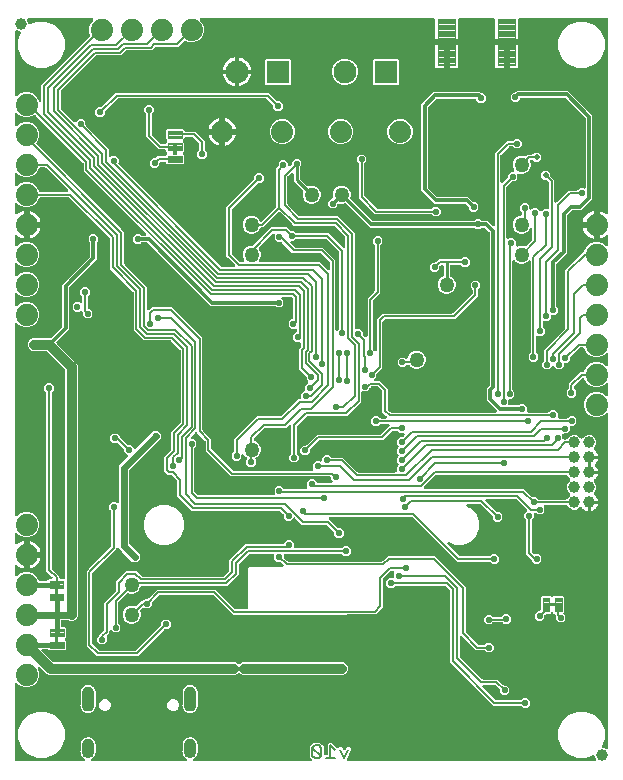
<source format=gbr>
G04 EAGLE Gerber RS-274X export*
G75*
%MOMM*%
%FSLAX34Y34*%
%LPD*%
%INBottom Copper*%
%IPPOS*%
%AMOC8*
5,1,8,0,0,1.08239X$1,22.5*%
G01*
%ADD10C,0.203200*%
%ADD11C,1.879600*%
%ADD12C,1.000000*%
%ADD13R,1.930400X1.930400*%
%ADD14C,1.930400*%
%ADD15C,0.099059*%
%ADD16C,1.270000*%
%ADD17C,0.654000*%
%ADD18C,0.105000*%
%ADD19C,0.554000*%
%ADD20C,0.609600*%
%ADD21C,0.508000*%
%ADD22C,0.304800*%
%ADD23C,0.558800*%
%ADD24C,0.254000*%
%ADD25C,0.406400*%
%ADD26C,0.812800*%
%ADD27C,0.654000*%

G36*
X430292Y632190D02*
X430292Y632190D01*
X430173Y632183D01*
X430135Y632170D01*
X430094Y632165D01*
X429984Y632122D01*
X429871Y632085D01*
X429836Y632063D01*
X429799Y632048D01*
X429703Y631979D01*
X429602Y631915D01*
X429574Y631885D01*
X429541Y631862D01*
X429465Y631770D01*
X429384Y631683D01*
X429364Y631648D01*
X429339Y631617D01*
X429288Y631509D01*
X429230Y631405D01*
X429220Y631365D01*
X429203Y631329D01*
X429181Y631212D01*
X429151Y631097D01*
X429147Y631037D01*
X429143Y631017D01*
X429145Y630996D01*
X429141Y630936D01*
X429141Y614679D01*
X420370Y614679D01*
X420252Y614664D01*
X420133Y614657D01*
X420095Y614644D01*
X420055Y614639D01*
X419944Y614595D01*
X419831Y614559D01*
X419796Y614537D01*
X419759Y614522D01*
X419663Y614452D01*
X419562Y614389D01*
X419534Y614359D01*
X419502Y614335D01*
X419426Y614244D01*
X419344Y614157D01*
X419325Y614122D01*
X419299Y614090D01*
X419248Y613983D01*
X419191Y613879D01*
X419180Y613839D01*
X419163Y613803D01*
X419141Y613686D01*
X419111Y613571D01*
X419107Y613510D01*
X419103Y613490D01*
X419105Y613470D01*
X419101Y613410D01*
X419101Y612139D01*
X419099Y612139D01*
X419099Y613410D01*
X419084Y613528D01*
X419077Y613647D01*
X419064Y613685D01*
X419059Y613725D01*
X419015Y613836D01*
X418979Y613949D01*
X418957Y613984D01*
X418942Y614021D01*
X418872Y614117D01*
X418809Y614218D01*
X418779Y614246D01*
X418755Y614278D01*
X418664Y614354D01*
X418577Y614436D01*
X418542Y614455D01*
X418510Y614481D01*
X418403Y614532D01*
X418299Y614589D01*
X418259Y614600D01*
X418223Y614617D01*
X418106Y614639D01*
X417991Y614669D01*
X417930Y614673D01*
X417910Y614677D01*
X417890Y614675D01*
X417830Y614679D01*
X409059Y614679D01*
X409059Y630936D01*
X409044Y631054D01*
X409037Y631173D01*
X409024Y631211D01*
X409019Y631252D01*
X408976Y631362D01*
X408939Y631475D01*
X408917Y631510D01*
X408902Y631547D01*
X408833Y631643D01*
X408769Y631744D01*
X408739Y631772D01*
X408716Y631805D01*
X408624Y631881D01*
X408537Y631962D01*
X408502Y631982D01*
X408471Y632007D01*
X408363Y632058D01*
X408259Y632116D01*
X408219Y632126D01*
X408183Y632143D01*
X408066Y632165D01*
X407951Y632195D01*
X407891Y632199D01*
X407871Y632203D01*
X407850Y632201D01*
X407790Y632205D01*
X379610Y632205D01*
X379492Y632190D01*
X379373Y632183D01*
X379335Y632170D01*
X379294Y632165D01*
X379184Y632122D01*
X379071Y632085D01*
X379036Y632063D01*
X378999Y632048D01*
X378903Y631979D01*
X378802Y631915D01*
X378774Y631885D01*
X378741Y631862D01*
X378665Y631770D01*
X378584Y631683D01*
X378564Y631648D01*
X378539Y631617D01*
X378488Y631509D01*
X378430Y631405D01*
X378420Y631365D01*
X378403Y631329D01*
X378381Y631212D01*
X378351Y631097D01*
X378347Y631037D01*
X378343Y631017D01*
X378345Y630996D01*
X378341Y630936D01*
X378341Y614679D01*
X369570Y614679D01*
X369452Y614664D01*
X369333Y614657D01*
X369295Y614644D01*
X369255Y614639D01*
X369144Y614595D01*
X369031Y614559D01*
X368996Y614537D01*
X368959Y614522D01*
X368863Y614452D01*
X368762Y614389D01*
X368734Y614359D01*
X368702Y614335D01*
X368626Y614244D01*
X368544Y614157D01*
X368525Y614122D01*
X368499Y614090D01*
X368448Y613983D01*
X368391Y613879D01*
X368380Y613839D01*
X368363Y613803D01*
X368341Y613686D01*
X368311Y613571D01*
X368307Y613510D01*
X368303Y613490D01*
X368305Y613470D01*
X368301Y613410D01*
X368301Y612139D01*
X368299Y612139D01*
X368299Y613410D01*
X368284Y613528D01*
X368277Y613647D01*
X368264Y613685D01*
X368259Y613725D01*
X368215Y613836D01*
X368179Y613949D01*
X368157Y613984D01*
X368142Y614021D01*
X368072Y614117D01*
X368009Y614218D01*
X367979Y614246D01*
X367955Y614278D01*
X367864Y614354D01*
X367777Y614436D01*
X367742Y614455D01*
X367710Y614481D01*
X367603Y614532D01*
X367499Y614589D01*
X367459Y614600D01*
X367423Y614617D01*
X367306Y614639D01*
X367191Y614669D01*
X367130Y614673D01*
X367110Y614677D01*
X367090Y614675D01*
X367030Y614679D01*
X358259Y614679D01*
X358259Y630936D01*
X358244Y631054D01*
X358237Y631173D01*
X358224Y631211D01*
X358219Y631252D01*
X358176Y631362D01*
X358139Y631475D01*
X358117Y631510D01*
X358102Y631547D01*
X358033Y631643D01*
X357969Y631744D01*
X357939Y631772D01*
X357916Y631805D01*
X357824Y631881D01*
X357737Y631962D01*
X357702Y631982D01*
X357671Y632007D01*
X357563Y632058D01*
X357459Y632116D01*
X357419Y632126D01*
X357383Y632143D01*
X357266Y632165D01*
X357151Y632195D01*
X357091Y632199D01*
X357071Y632203D01*
X357050Y632201D01*
X356990Y632205D01*
X160647Y632205D01*
X160509Y632188D01*
X160370Y632175D01*
X160351Y632168D01*
X160331Y632165D01*
X160202Y632114D01*
X160071Y632067D01*
X160054Y632056D01*
X160036Y632048D01*
X159923Y631967D01*
X159808Y631889D01*
X159795Y631873D01*
X159778Y631862D01*
X159689Y631754D01*
X159598Y631650D01*
X159588Y631632D01*
X159575Y631617D01*
X159516Y631491D01*
X159453Y631367D01*
X159449Y631347D01*
X159440Y631329D01*
X159414Y631192D01*
X159383Y631057D01*
X159384Y631036D01*
X159380Y631017D01*
X159389Y630878D01*
X159393Y630739D01*
X159399Y630719D01*
X159400Y630699D01*
X159443Y630567D01*
X159481Y630433D01*
X159492Y630416D01*
X159498Y630397D01*
X159573Y630279D01*
X159643Y630159D01*
X159661Y630138D01*
X159668Y630128D01*
X159683Y630114D01*
X159749Y630039D01*
X161445Y628343D01*
X163069Y624422D01*
X163069Y620178D01*
X161445Y616257D01*
X158443Y613255D01*
X154522Y611631D01*
X150278Y611631D01*
X147359Y612840D01*
X147330Y612848D01*
X147304Y612862D01*
X147177Y612890D01*
X147052Y612924D01*
X147022Y612925D01*
X146994Y612931D01*
X146864Y612927D01*
X146734Y612929D01*
X146705Y612923D01*
X146676Y612922D01*
X146551Y612886D01*
X146425Y612855D01*
X146399Y612841D01*
X146370Y612833D01*
X146259Y612767D01*
X146144Y612707D01*
X146122Y612687D01*
X146096Y612672D01*
X145975Y612565D01*
X141282Y607872D01*
X122504Y607872D01*
X122406Y607860D01*
X122307Y607857D01*
X122249Y607840D01*
X122188Y607832D01*
X122096Y607796D01*
X122001Y607768D01*
X121949Y607737D01*
X121893Y607715D01*
X121813Y607657D01*
X121727Y607607D01*
X121652Y607540D01*
X121635Y607528D01*
X121628Y607519D01*
X121606Y607500D01*
X118829Y604722D01*
X97180Y604722D01*
X97082Y604710D01*
X96983Y604707D01*
X96925Y604690D01*
X96865Y604683D01*
X96772Y604646D01*
X96677Y604619D01*
X96625Y604588D01*
X96569Y604566D01*
X96489Y604507D01*
X96403Y604457D01*
X96328Y604391D01*
X96312Y604379D01*
X96304Y604369D01*
X96283Y604351D01*
X94175Y602243D01*
X92463Y600531D01*
X72212Y600531D01*
X72114Y600519D01*
X72015Y600516D01*
X71956Y600499D01*
X71896Y600492D01*
X71804Y600455D01*
X71709Y600428D01*
X71657Y600397D01*
X71601Y600375D01*
X71521Y600316D01*
X71435Y600266D01*
X71360Y600200D01*
X71343Y600188D01*
X71336Y600178D01*
X71314Y600160D01*
X42130Y570975D01*
X42069Y570897D01*
X42002Y570825D01*
X41972Y570772D01*
X41935Y570724D01*
X41896Y570633D01*
X41848Y570546D01*
X41833Y570488D01*
X41809Y570432D01*
X41793Y570334D01*
X41769Y570239D01*
X41762Y570139D01*
X41759Y570118D01*
X41760Y570106D01*
X41758Y570078D01*
X41758Y555561D01*
X41771Y555463D01*
X41774Y555364D01*
X41791Y555306D01*
X41798Y555246D01*
X41835Y555153D01*
X41862Y555058D01*
X41893Y555006D01*
X41915Y554950D01*
X41973Y554870D01*
X42024Y554784D01*
X42090Y554709D01*
X42102Y554692D01*
X42111Y554685D01*
X42130Y554664D01*
X52707Y544087D01*
X52801Y544013D01*
X52890Y543935D01*
X52926Y543916D01*
X52958Y543892D01*
X53068Y543844D01*
X53174Y543790D01*
X53213Y543781D01*
X53250Y543765D01*
X53368Y543747D01*
X53484Y543721D01*
X53524Y543722D01*
X53564Y543715D01*
X53683Y543727D01*
X53802Y543730D01*
X53841Y543741D01*
X53881Y543745D01*
X53993Y543786D01*
X54107Y543819D01*
X54142Y543839D01*
X54180Y543853D01*
X54279Y543920D01*
X54381Y543980D01*
X54426Y544020D01*
X54443Y544031D01*
X54457Y544047D01*
X54502Y544087D01*
X56746Y546331D01*
X60094Y546331D01*
X62461Y543964D01*
X62461Y542009D01*
X62473Y541911D01*
X62476Y541812D01*
X62493Y541754D01*
X62501Y541693D01*
X62537Y541601D01*
X62565Y541506D01*
X62595Y541454D01*
X62618Y541398D01*
X62676Y541318D01*
X62726Y541232D01*
X62792Y541157D01*
X62804Y541140D01*
X62814Y541133D01*
X62832Y541111D01*
X82297Y521647D01*
X82297Y516017D01*
X82314Y515879D01*
X82327Y515741D01*
X82334Y515722D01*
X82337Y515702D01*
X82388Y515573D01*
X82435Y515442D01*
X82446Y515425D01*
X82454Y515406D01*
X82535Y515294D01*
X82613Y515179D01*
X82629Y515165D01*
X82640Y515149D01*
X82748Y515060D01*
X82852Y514968D01*
X82870Y514959D01*
X82885Y514946D01*
X83011Y514887D01*
X83135Y514824D01*
X83155Y514819D01*
X83173Y514811D01*
X83310Y514784D01*
X83445Y514754D01*
X83466Y514755D01*
X83485Y514751D01*
X83624Y514759D01*
X83763Y514764D01*
X83783Y514769D01*
X83803Y514770D01*
X83935Y514813D01*
X84069Y514852D01*
X84086Y514862D01*
X84105Y514869D01*
X84223Y514943D01*
X84343Y515014D01*
X84364Y515032D01*
X84374Y515039D01*
X84388Y515054D01*
X84463Y515120D01*
X84940Y515597D01*
X88288Y515597D01*
X90655Y513230D01*
X90655Y509828D01*
X90648Y509819D01*
X90600Y509710D01*
X90546Y509604D01*
X90537Y509564D01*
X90521Y509527D01*
X90503Y509410D01*
X90477Y509293D01*
X90478Y509253D01*
X90472Y509213D01*
X90483Y509095D01*
X90486Y508976D01*
X90498Y508937D01*
X90501Y508896D01*
X90542Y508785D01*
X90575Y508670D01*
X90595Y508635D01*
X90609Y508597D01*
X90676Y508499D01*
X90736Y508396D01*
X90776Y508351D01*
X90787Y508334D01*
X90803Y508321D01*
X90843Y508275D01*
X177232Y421885D01*
X177311Y421825D01*
X177383Y421757D01*
X177436Y421728D01*
X177484Y421691D01*
X177575Y421651D01*
X177661Y421603D01*
X177720Y421588D01*
X177776Y421564D01*
X177874Y421549D01*
X177969Y421524D01*
X178069Y421518D01*
X178090Y421514D01*
X178102Y421516D01*
X178130Y421514D01*
X188138Y421514D01*
X188276Y421531D01*
X188414Y421544D01*
X188434Y421551D01*
X188454Y421554D01*
X188583Y421605D01*
X188714Y421652D01*
X188731Y421663D01*
X188749Y421671D01*
X188862Y421752D01*
X188977Y421830D01*
X188990Y421846D01*
X189007Y421857D01*
X189095Y421965D01*
X189187Y422069D01*
X189197Y422087D01*
X189209Y422102D01*
X189269Y422228D01*
X189332Y422352D01*
X189336Y422372D01*
X189345Y422390D01*
X189371Y422526D01*
X189402Y422662D01*
X189401Y422683D01*
X189405Y422702D01*
X189396Y422841D01*
X189392Y422980D01*
X189386Y423000D01*
X189385Y423020D01*
X189342Y423152D01*
X189304Y423286D01*
X189293Y423303D01*
X189287Y423322D01*
X189213Y423440D01*
X189142Y423560D01*
X189123Y423581D01*
X189117Y423591D01*
X189102Y423605D01*
X189036Y423680D01*
X183575Y429142D01*
X181863Y430853D01*
X181863Y472117D01*
X205138Y495391D01*
X205198Y495470D01*
X205266Y495542D01*
X205295Y495595D01*
X205332Y495643D01*
X205372Y495734D01*
X205420Y495820D01*
X205435Y495879D01*
X205459Y495935D01*
X205474Y496033D01*
X205499Y496128D01*
X205505Y496228D01*
X205509Y496249D01*
X205507Y496261D01*
X205509Y496289D01*
X205509Y498244D01*
X207876Y500611D01*
X211224Y500611D01*
X213591Y498244D01*
X213591Y494896D01*
X211224Y492529D01*
X209269Y492529D01*
X209171Y492517D01*
X209072Y492514D01*
X209014Y492497D01*
X208953Y492489D01*
X208861Y492453D01*
X208766Y492425D01*
X208714Y492395D01*
X208658Y492372D01*
X208578Y492314D01*
X208492Y492264D01*
X208417Y492198D01*
X208400Y492186D01*
X208393Y492176D01*
X208371Y492158D01*
X186808Y470595D01*
X186748Y470516D01*
X186680Y470444D01*
X186651Y470391D01*
X186614Y470343D01*
X186574Y470252D01*
X186526Y470166D01*
X186511Y470107D01*
X186487Y470051D01*
X186472Y469953D01*
X186447Y469858D01*
X186441Y469758D01*
X186437Y469737D01*
X186439Y469725D01*
X186437Y469697D01*
X186437Y433273D01*
X186449Y433175D01*
X186452Y433076D01*
X186469Y433018D01*
X186477Y432957D01*
X186513Y432865D01*
X186541Y432770D01*
X186571Y432718D01*
X186594Y432662D01*
X186652Y432582D01*
X186702Y432496D01*
X186768Y432421D01*
X186780Y432404D01*
X186790Y432397D01*
X186808Y432375D01*
X193565Y425619D01*
X193643Y425559D01*
X193715Y425491D01*
X193768Y425461D01*
X193816Y425424D01*
X193907Y425385D01*
X193994Y425337D01*
X194052Y425322D01*
X194108Y425298D01*
X194206Y425282D01*
X194301Y425258D01*
X194402Y425251D01*
X194422Y425248D01*
X194434Y425249D01*
X194462Y425248D01*
X195911Y425248D01*
X196049Y425265D01*
X196187Y425278D01*
X196206Y425285D01*
X196226Y425287D01*
X196356Y425338D01*
X196487Y425386D01*
X196503Y425397D01*
X196522Y425404D01*
X196635Y425486D01*
X196750Y425564D01*
X196763Y425579D01*
X196779Y425591D01*
X196868Y425699D01*
X196960Y425803D01*
X196969Y425821D01*
X196982Y425836D01*
X197042Y425962D01*
X197105Y426086D01*
X197109Y426106D01*
X197118Y426124D01*
X197144Y426260D01*
X197174Y426396D01*
X197174Y426416D01*
X197178Y426436D01*
X197169Y426575D01*
X197165Y426714D01*
X197159Y426733D01*
X197158Y426754D01*
X197115Y426886D01*
X197076Y427020D01*
X197066Y427037D01*
X197060Y427056D01*
X196985Y427174D01*
X196915Y427293D01*
X196896Y427315D01*
X196890Y427325D01*
X196875Y427339D01*
X196808Y427414D01*
X196739Y427483D01*
X195579Y430284D01*
X195579Y433316D01*
X196739Y436117D01*
X198883Y438261D01*
X201684Y439421D01*
X203759Y439421D01*
X203857Y439433D01*
X203956Y439436D01*
X204014Y439453D01*
X204075Y439461D01*
X204167Y439497D01*
X204262Y439525D01*
X204314Y439555D01*
X204370Y439578D01*
X204450Y439636D01*
X204536Y439686D01*
X204611Y439752D01*
X204628Y439764D01*
X204635Y439774D01*
X204657Y439792D01*
X219779Y454915D01*
X233103Y454915D01*
X236057Y451960D01*
X236136Y451900D01*
X236208Y451832D01*
X236261Y451803D01*
X236309Y451766D01*
X236400Y451726D01*
X236486Y451678D01*
X236545Y451663D01*
X236601Y451639D01*
X236699Y451624D01*
X236794Y451599D01*
X236894Y451593D01*
X236915Y451589D01*
X236927Y451591D01*
X236955Y451589D01*
X238910Y451589D01*
X240292Y450206D01*
X240370Y450146D01*
X240442Y450078D01*
X240495Y450049D01*
X240543Y450012D01*
X240634Y449972D01*
X240721Y449924D01*
X240779Y449909D01*
X240835Y449885D01*
X240933Y449870D01*
X241029Y449845D01*
X241129Y449839D01*
X241149Y449835D01*
X241161Y449837D01*
X241189Y449835D01*
X268409Y449835D01*
X280433Y437811D01*
X280558Y437686D01*
X280668Y437601D01*
X280775Y437512D01*
X280794Y437503D01*
X280810Y437491D01*
X280937Y437435D01*
X281063Y437376D01*
X281083Y437372D01*
X281101Y437364D01*
X281239Y437342D01*
X281376Y437316D01*
X281396Y437317D01*
X281416Y437314D01*
X281554Y437327D01*
X281693Y437336D01*
X281712Y437342D01*
X281732Y437344D01*
X281863Y437391D01*
X281995Y437434D01*
X282012Y437445D01*
X282032Y437452D01*
X282147Y437530D01*
X282264Y437604D01*
X282278Y437619D01*
X282295Y437630D01*
X282387Y437735D01*
X282482Y437836D01*
X282492Y437853D01*
X282505Y437869D01*
X282568Y437992D01*
X282636Y438114D01*
X282641Y438134D01*
X282650Y438152D01*
X282680Y438288D01*
X282715Y438422D01*
X282717Y438450D01*
X282720Y438462D01*
X282719Y438483D01*
X282725Y438583D01*
X282725Y446305D01*
X282713Y446403D01*
X282710Y446502D01*
X282693Y446560D01*
X282685Y446621D01*
X282649Y446713D01*
X282621Y446808D01*
X282591Y446860D01*
X282568Y446916D01*
X282510Y446996D01*
X282460Y447082D01*
X282394Y447157D01*
X282382Y447174D01*
X282372Y447181D01*
X282354Y447203D01*
X273745Y455812D01*
X273666Y455872D01*
X273594Y455940D01*
X273541Y455969D01*
X273493Y456006D01*
X273402Y456046D01*
X273316Y456094D01*
X273257Y456109D01*
X273201Y456133D01*
X273103Y456148D01*
X273008Y456173D01*
X272908Y456179D01*
X272887Y456183D01*
X272875Y456181D01*
X272847Y456183D01*
X239083Y456183D01*
X237372Y457895D01*
X227720Y467547D01*
X227625Y467620D01*
X227536Y467698D01*
X227500Y467717D01*
X227468Y467742D01*
X227359Y467789D01*
X227253Y467843D01*
X227214Y467852D01*
X227176Y467868D01*
X227059Y467887D01*
X226943Y467913D01*
X226902Y467911D01*
X226862Y467918D01*
X226744Y467907D01*
X226625Y467903D01*
X226586Y467892D01*
X226546Y467888D01*
X226433Y467848D01*
X226319Y467815D01*
X226285Y467794D01*
X226246Y467780D01*
X226148Y467713D01*
X226045Y467653D01*
X226000Y467613D01*
X225983Y467602D01*
X225970Y467586D01*
X225925Y467547D01*
X213291Y454913D01*
X211350Y454913D01*
X211320Y454910D01*
X211291Y454912D01*
X211163Y454890D01*
X211034Y454873D01*
X211007Y454863D01*
X210977Y454858D01*
X210859Y454804D01*
X210738Y454756D01*
X210714Y454739D01*
X210687Y454727D01*
X210586Y454646D01*
X210481Y454570D01*
X210462Y454547D01*
X210439Y454528D01*
X210361Y454425D01*
X210278Y454325D01*
X210266Y454298D01*
X210248Y454274D01*
X210177Y454130D01*
X209661Y452883D01*
X207517Y450739D01*
X204716Y449579D01*
X201684Y449579D01*
X198883Y450739D01*
X196739Y452883D01*
X195579Y455684D01*
X195579Y458716D01*
X196739Y461517D01*
X198883Y463661D01*
X201684Y464821D01*
X204716Y464821D01*
X207517Y463661D01*
X209661Y461517D01*
X210037Y460609D01*
X210061Y460565D01*
X210078Y460519D01*
X210140Y460428D01*
X210194Y460332D01*
X210229Y460297D01*
X210257Y460256D01*
X210339Y460183D01*
X210416Y460104D01*
X210458Y460078D01*
X210495Y460045D01*
X210593Y459995D01*
X210687Y459938D01*
X210734Y459923D01*
X210778Y459900D01*
X210886Y459876D01*
X210991Y459844D01*
X211040Y459842D01*
X211089Y459831D01*
X211199Y459834D01*
X211308Y459829D01*
X211357Y459839D01*
X211407Y459840D01*
X211512Y459871D01*
X211620Y459893D01*
X211665Y459915D01*
X211712Y459929D01*
X211806Y459985D01*
X211905Y460033D01*
X211943Y460065D01*
X211986Y460090D01*
X212107Y460197D01*
X223402Y471491D01*
X223462Y471570D01*
X223530Y471642D01*
X223559Y471695D01*
X223596Y471743D01*
X223636Y471834D01*
X223684Y471920D01*
X223699Y471979D01*
X223723Y472035D01*
X223738Y472133D01*
X223763Y472228D01*
X223769Y472328D01*
X223773Y472349D01*
X223771Y472361D01*
X223773Y472389D01*
X223773Y504883D01*
X225484Y506594D01*
X225485Y506594D01*
X225712Y506821D01*
X225772Y506900D01*
X225840Y506972D01*
X225869Y507025D01*
X225906Y507073D01*
X225946Y507164D01*
X225994Y507250D01*
X226009Y507309D01*
X226033Y507365D01*
X226048Y507463D01*
X226073Y507558D01*
X226079Y507658D01*
X226083Y507679D01*
X226081Y507691D01*
X226083Y507719D01*
X226083Y509674D01*
X228450Y512041D01*
X231798Y512041D01*
X234165Y509674D01*
X234165Y508179D01*
X234182Y508041D01*
X234195Y507903D01*
X234202Y507884D01*
X234205Y507863D01*
X234256Y507734D01*
X234303Y507603D01*
X234314Y507586D01*
X234322Y507568D01*
X234403Y507455D01*
X234481Y507340D01*
X234497Y507327D01*
X234508Y507310D01*
X234616Y507222D01*
X234720Y507130D01*
X234738Y507120D01*
X234753Y507108D01*
X234879Y507048D01*
X235003Y506985D01*
X235023Y506981D01*
X235041Y506972D01*
X235177Y506946D01*
X235313Y506915D01*
X235334Y506916D01*
X235353Y506912D01*
X235492Y506921D01*
X235631Y506925D01*
X235651Y506931D01*
X235671Y506932D01*
X235803Y506975D01*
X235937Y507013D01*
X235954Y507024D01*
X235973Y507030D01*
X236091Y507104D01*
X236211Y507175D01*
X236232Y507194D01*
X236242Y507200D01*
X236256Y507215D01*
X236332Y507281D01*
X236888Y507837D01*
X236948Y507916D01*
X237016Y507988D01*
X237045Y508041D01*
X237082Y508089D01*
X237122Y508180D01*
X237170Y508266D01*
X237185Y508325D01*
X237209Y508381D01*
X237224Y508478D01*
X237249Y508574D01*
X237255Y508674D01*
X237259Y508695D01*
X237257Y508707D01*
X237259Y508735D01*
X237259Y510690D01*
X239626Y513057D01*
X242974Y513057D01*
X245341Y510690D01*
X245341Y507342D01*
X244212Y506214D01*
X244152Y506136D01*
X244084Y506064D01*
X244055Y506011D01*
X244018Y505963D01*
X243978Y505872D01*
X243930Y505785D01*
X243915Y505727D01*
X243891Y505671D01*
X243876Y505573D01*
X243851Y505477D01*
X243845Y505377D01*
X243841Y505357D01*
X243843Y505345D01*
X243841Y505317D01*
X243841Y496878D01*
X243853Y496780D01*
X243856Y496681D01*
X243873Y496623D01*
X243881Y496563D01*
X243917Y496471D01*
X243945Y496375D01*
X243975Y496323D01*
X243998Y496267D01*
X244056Y496187D01*
X244106Y496102D01*
X244172Y496026D01*
X244184Y496010D01*
X244194Y496002D01*
X244212Y495981D01*
X250108Y490085D01*
X250132Y490067D01*
X250151Y490044D01*
X250257Y489970D01*
X250360Y489890D01*
X250387Y489878D01*
X250411Y489861D01*
X250532Y489815D01*
X250652Y489763D01*
X250681Y489759D01*
X250708Y489748D01*
X250837Y489734D01*
X250966Y489714D01*
X250995Y489716D01*
X251024Y489713D01*
X251153Y489731D01*
X251282Y489743D01*
X251310Y489753D01*
X251339Y489758D01*
X251492Y489810D01*
X252484Y490221D01*
X255516Y490221D01*
X258317Y489061D01*
X260461Y486917D01*
X261621Y484116D01*
X261621Y481084D01*
X260461Y478283D01*
X258317Y476139D01*
X255516Y474979D01*
X252484Y474979D01*
X249683Y476139D01*
X247539Y478283D01*
X246379Y481084D01*
X246379Y484116D01*
X246790Y485108D01*
X246798Y485137D01*
X246812Y485163D01*
X246840Y485290D01*
X246874Y485415D01*
X246875Y485445D01*
X246881Y485473D01*
X246877Y485603D01*
X246879Y485733D01*
X246873Y485762D01*
X246872Y485791D01*
X246836Y485916D01*
X246805Y486042D01*
X246791Y486069D01*
X246783Y486097D01*
X246717Y486208D01*
X246657Y486323D01*
X246637Y486345D01*
X246622Y486371D01*
X246515Y486492D01*
X240619Y492388D01*
X238759Y494248D01*
X238759Y500177D01*
X238742Y500315D01*
X238729Y500453D01*
X238722Y500473D01*
X238719Y500493D01*
X238668Y500622D01*
X238621Y500753D01*
X238610Y500770D01*
X238602Y500788D01*
X238521Y500901D01*
X238443Y501016D01*
X238427Y501029D01*
X238416Y501046D01*
X238308Y501134D01*
X238204Y501226D01*
X238186Y501236D01*
X238171Y501248D01*
X238045Y501308D01*
X237921Y501371D01*
X237901Y501375D01*
X237883Y501384D01*
X237747Y501410D01*
X237611Y501441D01*
X237590Y501440D01*
X237571Y501444D01*
X237432Y501435D01*
X237293Y501431D01*
X237273Y501425D01*
X237253Y501424D01*
X237121Y501381D01*
X236987Y501343D01*
X236970Y501332D01*
X236951Y501326D01*
X236833Y501251D01*
X236713Y501181D01*
X236692Y501162D01*
X236682Y501156D01*
X236668Y501141D01*
X236593Y501075D01*
X233798Y498281D01*
X233738Y498202D01*
X233670Y498130D01*
X233641Y498077D01*
X233604Y498029D01*
X233564Y497938D01*
X233516Y497852D01*
X233501Y497793D01*
X233477Y497737D01*
X233462Y497639D01*
X233437Y497544D01*
X233431Y497444D01*
X233427Y497423D01*
X233429Y497411D01*
X233427Y497383D01*
X233427Y475183D01*
X233439Y475085D01*
X233442Y474986D01*
X233459Y474928D01*
X233467Y474867D01*
X233503Y474775D01*
X233531Y474680D01*
X233561Y474628D01*
X233584Y474572D01*
X233642Y474492D01*
X233692Y474406D01*
X233758Y474331D01*
X233770Y474314D01*
X233780Y474307D01*
X233798Y474285D01*
X243145Y464938D01*
X243224Y464878D01*
X243296Y464810D01*
X243349Y464781D01*
X243397Y464744D01*
X243488Y464704D01*
X243574Y464656D01*
X243633Y464641D01*
X243689Y464617D01*
X243787Y464602D01*
X243882Y464577D01*
X243982Y464571D01*
X244003Y464567D01*
X244015Y464569D01*
X244043Y464567D01*
X276537Y464567D01*
X278248Y462856D01*
X278248Y462855D01*
X290601Y450503D01*
X290601Y409589D01*
X290613Y409490D01*
X290616Y409391D01*
X290633Y409333D01*
X290641Y409273D01*
X290677Y409181D01*
X290705Y409086D01*
X290735Y409034D01*
X290758Y408977D01*
X290816Y408897D01*
X290866Y408812D01*
X290879Y408798D01*
X290879Y369800D01*
X290894Y369682D01*
X290901Y369563D01*
X290914Y369525D01*
X290919Y369484D01*
X290962Y369374D01*
X290999Y369261D01*
X291021Y369226D01*
X291036Y369189D01*
X291105Y369093D01*
X291169Y368992D01*
X291199Y368964D01*
X291222Y368931D01*
X291314Y368855D01*
X291401Y368774D01*
X291436Y368754D01*
X291467Y368729D01*
X291575Y368678D01*
X291679Y368620D01*
X291719Y368610D01*
X291755Y368593D01*
X291872Y368571D01*
X291987Y368541D01*
X292047Y368537D01*
X292067Y368533D01*
X292088Y368535D01*
X292148Y368531D01*
X295322Y368531D01*
X297689Y366164D01*
X297689Y364209D01*
X297701Y364111D01*
X297704Y364012D01*
X297721Y363954D01*
X297729Y363893D01*
X297765Y363801D01*
X297793Y363706D01*
X297823Y363654D01*
X297846Y363598D01*
X297904Y363518D01*
X297954Y363432D01*
X298020Y363357D01*
X298032Y363340D01*
X298042Y363333D01*
X298060Y363311D01*
X299075Y362297D01*
X299229Y362143D01*
X299339Y362058D01*
X299446Y361969D01*
X299464Y361960D01*
X299480Y361948D01*
X299608Y361893D01*
X299734Y361834D01*
X299753Y361830D01*
X299772Y361822D01*
X299910Y361800D01*
X300046Y361774D01*
X300066Y361775D01*
X300086Y361772D01*
X300224Y361785D01*
X300363Y361794D01*
X300383Y361800D01*
X300403Y361802D01*
X300533Y361849D01*
X300666Y361892D01*
X300683Y361902D01*
X300702Y361909D01*
X300817Y361987D01*
X300935Y362062D01*
X300948Y362077D01*
X300965Y362088D01*
X301057Y362192D01*
X301152Y362293D01*
X301162Y362311D01*
X301176Y362326D01*
X301239Y362450D01*
X301306Y362572D01*
X301311Y362591D01*
X301320Y362609D01*
X301351Y362746D01*
X301385Y362880D01*
X301387Y362908D01*
X301390Y362920D01*
X301389Y362940D01*
X301396Y363040D01*
X301396Y394800D01*
X307222Y400625D01*
X307282Y400704D01*
X307350Y400776D01*
X307379Y400829D01*
X307416Y400877D01*
X307456Y400968D01*
X307504Y401054D01*
X307519Y401113D01*
X307543Y401169D01*
X307558Y401267D01*
X307583Y401362D01*
X307589Y401462D01*
X307593Y401483D01*
X307591Y401495D01*
X307593Y401523D01*
X307593Y439277D01*
X307581Y439375D01*
X307578Y439474D01*
X307561Y439532D01*
X307553Y439592D01*
X307517Y439684D01*
X307489Y439779D01*
X307459Y439831D01*
X307436Y439888D01*
X307378Y439968D01*
X307328Y440053D01*
X307262Y440129D01*
X307250Y440145D01*
X307240Y440153D01*
X307222Y440174D01*
X305839Y441556D01*
X305839Y444904D01*
X308206Y447271D01*
X311554Y447271D01*
X313921Y444904D01*
X313921Y441556D01*
X312538Y440174D01*
X312478Y440096D01*
X312410Y440024D01*
X312381Y439971D01*
X312344Y439923D01*
X312304Y439832D01*
X312256Y439745D01*
X312241Y439687D01*
X312217Y439631D01*
X312202Y439533D01*
X312177Y439437D01*
X312171Y439337D01*
X312167Y439317D01*
X312169Y439305D01*
X312167Y439277D01*
X312167Y399103D01*
X306341Y393277D01*
X306280Y393199D01*
X306212Y393127D01*
X306183Y393074D01*
X306146Y393026D01*
X306107Y392935D01*
X306059Y392848D01*
X306044Y392790D01*
X306020Y392734D01*
X306004Y392636D01*
X305979Y392540D01*
X305973Y392440D01*
X305970Y392420D01*
X305971Y392407D01*
X305969Y392379D01*
X305969Y352162D01*
X305982Y352064D01*
X305985Y351965D01*
X306001Y351907D01*
X306009Y351847D01*
X306045Y351755D01*
X306073Y351659D01*
X306104Y351607D01*
X306126Y351551D01*
X306184Y351471D01*
X306234Y351385D01*
X306301Y351310D01*
X306313Y351294D01*
X306322Y351286D01*
X306341Y351265D01*
X307281Y350325D01*
X307390Y350240D01*
X307498Y350151D01*
X307516Y350142D01*
X307532Y350130D01*
X307660Y350074D01*
X307785Y350015D01*
X307805Y350012D01*
X307824Y350003D01*
X307962Y349982D01*
X308098Y349956D01*
X308118Y349957D01*
X308138Y349954D01*
X308277Y349967D01*
X308415Y349975D01*
X308434Y349982D01*
X308455Y349983D01*
X308586Y350031D01*
X308718Y350073D01*
X308735Y350084D01*
X308754Y350091D01*
X308869Y350169D01*
X308986Y350243D01*
X309000Y350258D01*
X309017Y350270D01*
X309109Y350374D01*
X309204Y350475D01*
X309214Y350493D01*
X309227Y350508D01*
X309291Y350632D01*
X309358Y350754D01*
X309363Y350773D01*
X309372Y350791D01*
X309403Y350927D01*
X309437Y351062D01*
X309439Y351090D01*
X309442Y351102D01*
X309441Y351122D01*
X309447Y351222D01*
X309447Y377045D01*
X314419Y382017D01*
X373177Y382017D01*
X373275Y382029D01*
X373374Y382032D01*
X373432Y382049D01*
X373493Y382057D01*
X373585Y382093D01*
X373680Y382121D01*
X373732Y382151D01*
X373788Y382174D01*
X373868Y382232D01*
X373954Y382282D01*
X374029Y382348D01*
X374046Y382360D01*
X374053Y382370D01*
X374075Y382388D01*
X389975Y398289D01*
X390035Y398367D01*
X390103Y398439D01*
X390133Y398492D01*
X390170Y398540D01*
X390209Y398631D01*
X390257Y398718D01*
X390272Y398776D01*
X390296Y398832D01*
X390312Y398930D01*
X390336Y399025D01*
X390343Y399126D01*
X390346Y399146D01*
X390345Y399158D01*
X390346Y399186D01*
X390346Y401939D01*
X390334Y402037D01*
X390331Y402136D01*
X390314Y402194D01*
X390307Y402254D01*
X390270Y402346D01*
X390243Y402441D01*
X390212Y402493D01*
X390190Y402550D01*
X390131Y402630D01*
X390081Y402715D01*
X390015Y402791D01*
X390003Y402807D01*
X389993Y402815D01*
X389975Y402836D01*
X388592Y404218D01*
X388592Y407566D01*
X390959Y409933D01*
X394307Y409933D01*
X396674Y407566D01*
X396674Y404218D01*
X395292Y402836D01*
X395231Y402758D01*
X395163Y402686D01*
X395134Y402633D01*
X395097Y402585D01*
X395057Y402494D01*
X395010Y402407D01*
X394995Y402349D01*
X394970Y402293D01*
X394955Y402195D01*
X394930Y402099D01*
X394924Y401999D01*
X394921Y401979D01*
X394922Y401967D01*
X394920Y401939D01*
X394920Y396766D01*
X375597Y377443D01*
X316839Y377443D01*
X316741Y377431D01*
X316642Y377428D01*
X316584Y377411D01*
X316524Y377403D01*
X316432Y377367D01*
X316337Y377339D01*
X316284Y377309D01*
X316228Y377286D01*
X316148Y377228D01*
X316063Y377178D01*
X315987Y377112D01*
X315971Y377100D01*
X315963Y377090D01*
X315942Y377072D01*
X314393Y375522D01*
X314332Y375444D01*
X314264Y375372D01*
X314235Y375319D01*
X314198Y375271D01*
X314158Y375180D01*
X314111Y375093D01*
X314095Y375035D01*
X314071Y374979D01*
X314056Y374881D01*
X314031Y374786D01*
X314025Y374685D01*
X314022Y374665D01*
X314023Y374653D01*
X314021Y374625D01*
X314021Y336187D01*
X309212Y331379D01*
X309152Y331300D01*
X309084Y331228D01*
X309055Y331175D01*
X309018Y331127D01*
X308978Y331036D01*
X308930Y330950D01*
X308915Y330891D01*
X308891Y330835D01*
X308876Y330737D01*
X308851Y330642D01*
X308845Y330542D01*
X308841Y330521D01*
X308843Y330509D01*
X308841Y330481D01*
X308841Y328526D01*
X307348Y327033D01*
X307263Y326924D01*
X307174Y326817D01*
X307165Y326798D01*
X307153Y326782D01*
X307098Y326654D01*
X307039Y326529D01*
X307035Y326509D01*
X307027Y326490D01*
X307005Y326352D01*
X306979Y326216D01*
X306980Y326196D01*
X306977Y326176D01*
X306990Y326037D01*
X306998Y325899D01*
X307005Y325880D01*
X307007Y325860D01*
X307054Y325728D01*
X307097Y325597D01*
X307107Y325579D01*
X307114Y325560D01*
X307192Y325445D01*
X307267Y325328D01*
X307281Y325314D01*
X307293Y325297D01*
X307397Y325205D01*
X307498Y325110D01*
X307516Y325100D01*
X307531Y325087D01*
X307655Y325023D01*
X307777Y324956D01*
X307796Y324951D01*
X307814Y324942D01*
X307950Y324912D01*
X308085Y324877D01*
X308113Y324875D01*
X308125Y324872D01*
X308145Y324873D01*
X308245Y324867D01*
X312097Y324867D01*
X318517Y318447D01*
X318517Y301193D01*
X318529Y301095D01*
X318532Y300996D01*
X318549Y300938D01*
X318557Y300877D01*
X318593Y300785D01*
X318621Y300690D01*
X318651Y300638D01*
X318674Y300582D01*
X318732Y300502D01*
X318782Y300416D01*
X318848Y300341D01*
X318860Y300324D01*
X318870Y300317D01*
X318888Y300295D01*
X320615Y298568D01*
X320694Y298508D01*
X320766Y298440D01*
X320819Y298411D01*
X320867Y298374D01*
X320958Y298334D01*
X321044Y298286D01*
X321103Y298271D01*
X321159Y298247D01*
X321257Y298232D01*
X321352Y298207D01*
X321452Y298201D01*
X321473Y298197D01*
X321485Y298199D01*
X321513Y298197D01*
X409797Y298197D01*
X409934Y298214D01*
X410073Y298227D01*
X410092Y298234D01*
X410112Y298237D01*
X410241Y298288D01*
X410372Y298335D01*
X410389Y298346D01*
X410408Y298354D01*
X410520Y298435D01*
X410635Y298513D01*
X410649Y298529D01*
X410665Y298540D01*
X410754Y298648D01*
X410846Y298752D01*
X410855Y298770D01*
X410868Y298785D01*
X410927Y298911D01*
X410991Y299035D01*
X410995Y299055D01*
X411004Y299073D01*
X411030Y299209D01*
X411060Y299345D01*
X411060Y299366D01*
X411063Y299385D01*
X411055Y299524D01*
X411051Y299663D01*
X411045Y299683D01*
X411044Y299703D01*
X411001Y299835D01*
X410962Y299969D01*
X410952Y299986D01*
X410946Y300005D01*
X410871Y300123D01*
X410801Y300243D01*
X410782Y300264D01*
X410775Y300274D01*
X410761Y300288D01*
X410694Y300363D01*
X404344Y306714D01*
X402335Y308722D01*
X402335Y318429D01*
X404504Y320597D01*
X404564Y320676D01*
X404632Y320748D01*
X404661Y320801D01*
X404698Y320849D01*
X404738Y320940D01*
X404786Y321026D01*
X404801Y321085D01*
X404825Y321140D01*
X404840Y321238D01*
X404865Y321334D01*
X404871Y321434D01*
X404875Y321454D01*
X404873Y321467D01*
X404875Y321495D01*
X404875Y450128D01*
X404863Y450226D01*
X404860Y450325D01*
X404843Y450384D01*
X404835Y450444D01*
X404799Y450536D01*
X404771Y450631D01*
X404741Y450683D01*
X404718Y450739D01*
X404660Y450819D01*
X404610Y450905D01*
X404544Y450980D01*
X404532Y450997D01*
X404522Y451005D01*
X404504Y451026D01*
X401118Y454411D01*
X401040Y454472D01*
X400968Y454539D01*
X400915Y454569D01*
X400867Y454606D01*
X400776Y454645D01*
X400689Y454693D01*
X400631Y454708D01*
X400575Y454732D01*
X400477Y454748D01*
X400382Y454772D01*
X400282Y454779D01*
X400261Y454782D01*
X400249Y454781D01*
X400221Y454783D01*
X398449Y454783D01*
X398351Y454770D01*
X398252Y454767D01*
X398194Y454750D01*
X398134Y454743D01*
X398042Y454706D01*
X397947Y454679D01*
X397895Y454648D01*
X397838Y454626D01*
X397758Y454568D01*
X397673Y454517D01*
X397597Y454451D01*
X397581Y454439D01*
X397573Y454430D01*
X397552Y454411D01*
X396654Y453513D01*
X393286Y453513D01*
X392511Y454288D01*
X392433Y454348D01*
X392361Y454416D01*
X392308Y454445D01*
X392260Y454482D01*
X392169Y454522D01*
X392083Y454570D01*
X392024Y454585D01*
X391968Y454609D01*
X391870Y454624D01*
X391775Y454649D01*
X391675Y454655D01*
X391654Y454659D01*
X391642Y454657D01*
X391614Y454659D01*
X303388Y454659D01*
X301380Y456668D01*
X283038Y475010D01*
X283014Y475028D01*
X282995Y475051D01*
X282889Y475125D01*
X282786Y475205D01*
X282759Y475217D01*
X282735Y475234D01*
X282614Y475280D01*
X282495Y475331D01*
X282465Y475336D01*
X282438Y475346D01*
X282309Y475361D01*
X282180Y475381D01*
X282151Y475378D01*
X282122Y475382D01*
X281993Y475364D01*
X281864Y475351D01*
X281836Y475341D01*
X281807Y475337D01*
X281654Y475285D01*
X280916Y474979D01*
X277884Y474979D01*
X277576Y475107D01*
X277528Y475120D01*
X277483Y475141D01*
X277375Y475162D01*
X277269Y475191D01*
X277219Y475192D01*
X277170Y475201D01*
X277061Y475194D01*
X276951Y475196D01*
X276903Y475184D01*
X276853Y475181D01*
X276749Y475148D01*
X276642Y475122D01*
X276598Y475099D01*
X276551Y475083D01*
X276458Y475025D01*
X276361Y474973D01*
X276324Y474940D01*
X276282Y474913D01*
X276207Y474833D01*
X276125Y474759D01*
X276098Y474718D01*
X276064Y474682D01*
X276011Y474585D01*
X275951Y474494D01*
X275934Y474446D01*
X275910Y474403D01*
X275883Y474297D01*
X275847Y474193D01*
X275843Y474143D01*
X275831Y474095D01*
X275821Y473934D01*
X275821Y473306D01*
X273454Y470939D01*
X270106Y470939D01*
X267739Y473306D01*
X267739Y476654D01*
X270106Y479021D01*
X270734Y479021D01*
X270784Y479027D01*
X270833Y479025D01*
X270941Y479047D01*
X271050Y479061D01*
X271096Y479079D01*
X271145Y479089D01*
X271244Y479137D01*
X271346Y479178D01*
X271386Y479207D01*
X271430Y479229D01*
X271514Y479300D01*
X271603Y479364D01*
X271635Y479403D01*
X271672Y479435D01*
X271736Y479525D01*
X271806Y479609D01*
X271827Y479654D01*
X271856Y479695D01*
X271895Y479798D01*
X271941Y479897D01*
X271951Y479946D01*
X271968Y479992D01*
X271980Y480102D01*
X272001Y480209D01*
X271998Y480259D01*
X272004Y480308D01*
X271988Y480417D01*
X271981Y480527D01*
X271966Y480574D01*
X271959Y480623D01*
X271907Y480776D01*
X271779Y481084D01*
X271779Y484116D01*
X272939Y486917D01*
X275083Y489061D01*
X277884Y490221D01*
X280916Y490221D01*
X283717Y489061D01*
X285861Y486917D01*
X287021Y484116D01*
X287021Y481084D01*
X286715Y480346D01*
X286707Y480317D01*
X286694Y480291D01*
X286665Y480164D01*
X286631Y480039D01*
X286630Y480009D01*
X286624Y479981D01*
X286628Y479851D01*
X286626Y479721D01*
X286633Y479692D01*
X286634Y479663D01*
X286670Y479538D01*
X286700Y479412D01*
X286714Y479385D01*
X286722Y479357D01*
X286788Y479245D01*
X286849Y479130D01*
X286869Y479109D01*
X286884Y479083D01*
X286990Y478962D01*
X305332Y460620D01*
X305410Y460560D01*
X305482Y460492D01*
X305535Y460463D01*
X305583Y460426D01*
X305674Y460386D01*
X305761Y460338D01*
X305819Y460323D01*
X305875Y460299D01*
X305973Y460284D01*
X306069Y460259D01*
X306169Y460253D01*
X306189Y460249D01*
X306201Y460251D01*
X306229Y460249D01*
X391367Y460249D01*
X391465Y460261D01*
X391564Y460264D01*
X391623Y460281D01*
X391683Y460289D01*
X391775Y460325D01*
X391870Y460353D01*
X391922Y460383D01*
X391978Y460406D01*
X392058Y460464D01*
X392144Y460514D01*
X392219Y460580D01*
X392236Y460592D01*
X392244Y460602D01*
X392265Y460620D01*
X393286Y461642D01*
X396654Y461642D01*
X397552Y460744D01*
X397630Y460683D01*
X397702Y460615D01*
X397755Y460586D01*
X397803Y460549D01*
X397894Y460510D01*
X397981Y460462D01*
X398039Y460447D01*
X398095Y460423D01*
X398193Y460407D01*
X398289Y460382D01*
X398389Y460376D01*
X398409Y460373D01*
X398421Y460374D01*
X398449Y460372D01*
X403062Y460372D01*
X407027Y456407D01*
X407136Y456322D01*
X407243Y456234D01*
X407262Y456225D01*
X407278Y456212D01*
X407406Y456157D01*
X407531Y456098D01*
X407551Y456094D01*
X407570Y456086D01*
X407708Y456064D01*
X407844Y456038D01*
X407864Y456039D01*
X407884Y456036D01*
X408023Y456049D01*
X408161Y456058D01*
X408180Y456064D01*
X408200Y456066D01*
X408332Y456113D01*
X408463Y456156D01*
X408481Y456167D01*
X408500Y456174D01*
X408615Y456252D01*
X408732Y456326D01*
X408746Y456341D01*
X408763Y456352D01*
X408855Y456456D01*
X408950Y456558D01*
X408960Y456575D01*
X408973Y456591D01*
X409037Y456715D01*
X409104Y456836D01*
X409109Y456856D01*
X409118Y456874D01*
X409148Y457010D01*
X409183Y457144D01*
X409185Y457172D01*
X409188Y457184D01*
X409187Y457205D01*
X409193Y457305D01*
X409193Y517837D01*
X419423Y528067D01*
X424037Y528067D01*
X424135Y528079D01*
X424234Y528082D01*
X424292Y528099D01*
X424352Y528107D01*
X424444Y528143D01*
X424539Y528171D01*
X424591Y528201D01*
X424648Y528224D01*
X424728Y528282D01*
X424813Y528332D01*
X424889Y528398D01*
X424905Y528410D01*
X424913Y528420D01*
X424934Y528438D01*
X426316Y529821D01*
X429664Y529821D01*
X432031Y527454D01*
X432031Y524106D01*
X429664Y521739D01*
X426316Y521739D01*
X424934Y523122D01*
X424856Y523182D01*
X424784Y523250D01*
X424731Y523279D01*
X424683Y523316D01*
X424592Y523356D01*
X424505Y523404D01*
X424447Y523419D01*
X424391Y523443D01*
X424293Y523458D01*
X424197Y523483D01*
X424097Y523489D01*
X424077Y523493D01*
X424065Y523491D01*
X424037Y523493D01*
X421843Y523493D01*
X421745Y523481D01*
X421646Y523478D01*
X421588Y523461D01*
X421527Y523453D01*
X421435Y523417D01*
X421340Y523389D01*
X421288Y523359D01*
X421232Y523336D01*
X421152Y523278D01*
X421066Y523228D01*
X420991Y523162D01*
X420974Y523150D01*
X420967Y523140D01*
X420945Y523122D01*
X414138Y516315D01*
X414078Y516236D01*
X414010Y516164D01*
X413981Y516111D01*
X413944Y516063D01*
X413904Y515972D01*
X413856Y515886D01*
X413841Y515827D01*
X413817Y515771D01*
X413802Y515673D01*
X413777Y515578D01*
X413771Y515478D01*
X413767Y515457D01*
X413769Y515445D01*
X413767Y515417D01*
X413767Y493725D01*
X413784Y493587D01*
X413797Y493448D01*
X413804Y493429D01*
X413807Y493409D01*
X413858Y493280D01*
X413905Y493149D01*
X413916Y493132D01*
X413924Y493114D01*
X414005Y493001D01*
X414084Y492886D01*
X414099Y492873D01*
X414110Y492856D01*
X414218Y492767D01*
X414322Y492675D01*
X414340Y492666D01*
X414355Y492654D01*
X414481Y492594D01*
X414605Y492531D01*
X414625Y492527D01*
X414643Y492518D01*
X414780Y492492D01*
X414916Y492461D01*
X414936Y492462D01*
X414955Y492458D01*
X415094Y492467D01*
X415234Y492471D01*
X415253Y492477D01*
X415273Y492478D01*
X415405Y492521D01*
X415539Y492560D01*
X415556Y492570D01*
X415575Y492576D01*
X415693Y492650D01*
X415813Y492721D01*
X415834Y492740D01*
X415844Y492746D01*
X415858Y492761D01*
X415934Y492828D01*
X415985Y492878D01*
X419768Y496661D01*
X419828Y496740D01*
X419896Y496812D01*
X419925Y496865D01*
X419962Y496913D01*
X420002Y497004D01*
X420050Y497090D01*
X420065Y497149D01*
X420089Y497205D01*
X420104Y497303D01*
X420129Y497398D01*
X420135Y497498D01*
X420139Y497519D01*
X420137Y497531D01*
X420139Y497559D01*
X420139Y499514D01*
X422506Y501881D01*
X424186Y501881D01*
X424236Y501887D01*
X424285Y501885D01*
X424393Y501907D01*
X424502Y501921D01*
X424548Y501939D01*
X424597Y501949D01*
X424696Y501997D01*
X424798Y502038D01*
X424838Y502067D01*
X424883Y502089D01*
X424966Y502160D01*
X425055Y502224D01*
X425087Y502263D01*
X425125Y502295D01*
X425188Y502385D01*
X425258Y502469D01*
X425279Y502514D01*
X425308Y502555D01*
X425347Y502658D01*
X425393Y502757D01*
X425403Y502806D01*
X425420Y502852D01*
X425433Y502962D01*
X425453Y503069D01*
X425450Y503119D01*
X425456Y503168D01*
X425440Y503277D01*
X425433Y503387D01*
X425418Y503434D01*
X425411Y503483D01*
X425359Y503636D01*
X424179Y506484D01*
X424179Y509516D01*
X425339Y512317D01*
X427483Y514461D01*
X430284Y515621D01*
X433316Y515621D01*
X434562Y515104D01*
X434591Y515097D01*
X434617Y515083D01*
X434744Y515055D01*
X434869Y515020D01*
X434899Y515020D01*
X434927Y515014D01*
X435057Y515017D01*
X435187Y515015D01*
X435216Y515022D01*
X435245Y515023D01*
X435370Y515059D01*
X435496Y515090D01*
X435522Y515103D01*
X435551Y515112D01*
X435663Y515178D01*
X435777Y515238D01*
X435799Y515258D01*
X435825Y515273D01*
X435946Y515380D01*
X437203Y516637D01*
X440872Y516637D01*
X440970Y516649D01*
X441069Y516652D01*
X441127Y516669D01*
X441187Y516677D01*
X441279Y516713D01*
X441375Y516741D01*
X441427Y516771D01*
X441483Y516794D01*
X441563Y516852D01*
X441648Y516902D01*
X441724Y516968D01*
X441740Y516980D01*
X441748Y516990D01*
X441769Y517008D01*
X442922Y518161D01*
X446078Y518161D01*
X448311Y515928D01*
X448311Y512772D01*
X446078Y510539D01*
X442922Y510539D01*
X441769Y511692D01*
X441691Y511752D01*
X441619Y511820D01*
X441566Y511849D01*
X441518Y511886D01*
X441427Y511926D01*
X441340Y511974D01*
X441282Y511989D01*
X441226Y512013D01*
X441128Y512028D01*
X441032Y512053D01*
X440932Y512059D01*
X440912Y512063D01*
X440900Y512061D01*
X440872Y512063D01*
X440265Y512063D01*
X440216Y512057D01*
X440166Y512059D01*
X440059Y512037D01*
X439950Y512023D01*
X439903Y512005D01*
X439855Y511995D01*
X439756Y511947D01*
X439654Y511906D01*
X439614Y511877D01*
X439569Y511855D01*
X439485Y511784D01*
X439397Y511720D01*
X439365Y511681D01*
X439327Y511649D01*
X439264Y511559D01*
X439194Y511475D01*
X439173Y511430D01*
X439144Y511389D01*
X439105Y511286D01*
X439058Y511187D01*
X439049Y511138D01*
X439031Y511092D01*
X439019Y510982D01*
X438998Y510875D01*
X439002Y510825D01*
X438996Y510776D01*
X439011Y510667D01*
X439018Y510557D01*
X439033Y510510D01*
X439040Y510461D01*
X439092Y510308D01*
X439421Y509516D01*
X439421Y506484D01*
X438261Y503683D01*
X436117Y501539D01*
X433316Y500379D01*
X430284Y500379D01*
X429976Y500507D01*
X429928Y500520D01*
X429883Y500541D01*
X429775Y500562D01*
X429669Y500591D01*
X429619Y500592D01*
X429570Y500601D01*
X429461Y500594D01*
X429351Y500596D01*
X429303Y500584D01*
X429253Y500581D01*
X429149Y500548D01*
X429042Y500522D01*
X428998Y500499D01*
X428951Y500483D01*
X428858Y500425D01*
X428761Y500373D01*
X428724Y500340D01*
X428682Y500313D01*
X428607Y500233D01*
X428525Y500159D01*
X428498Y500118D01*
X428464Y500082D01*
X428411Y499985D01*
X428351Y499894D01*
X428334Y499846D01*
X428310Y499803D01*
X428283Y499697D01*
X428247Y499593D01*
X428243Y499543D01*
X428231Y499495D01*
X428221Y499334D01*
X428221Y496166D01*
X425854Y493799D01*
X423899Y493799D01*
X423801Y493787D01*
X423702Y493784D01*
X423644Y493767D01*
X423583Y493759D01*
X423491Y493723D01*
X423396Y493695D01*
X423344Y493665D01*
X423288Y493642D01*
X423208Y493584D01*
X423122Y493534D01*
X423047Y493468D01*
X423030Y493456D01*
X423023Y493446D01*
X423001Y493428D01*
X419218Y489645D01*
X419158Y489566D01*
X419090Y489494D01*
X419061Y489441D01*
X419024Y489393D01*
X418984Y489302D01*
X418936Y489216D01*
X418921Y489157D01*
X418897Y489101D01*
X418882Y489003D01*
X418857Y488908D01*
X418851Y488808D01*
X418847Y488787D01*
X418849Y488775D01*
X418847Y488747D01*
X418847Y446498D01*
X418864Y446360D01*
X418877Y446221D01*
X418884Y446202D01*
X418887Y446182D01*
X418938Y446052D01*
X418985Y445922D01*
X418996Y445905D01*
X419004Y445886D01*
X419085Y445774D01*
X419163Y445659D01*
X419179Y445645D01*
X419190Y445629D01*
X419298Y445540D01*
X419402Y445448D01*
X419420Y445439D01*
X419435Y445426D01*
X419561Y445367D01*
X419685Y445304D01*
X419705Y445299D01*
X419723Y445291D01*
X419860Y445265D01*
X419995Y445234D01*
X420016Y445235D01*
X420035Y445231D01*
X420174Y445240D01*
X420313Y445244D01*
X420333Y445249D01*
X420353Y445251D01*
X420485Y445293D01*
X420619Y445332D01*
X420636Y445342D01*
X420655Y445349D01*
X420773Y445423D01*
X420893Y445494D01*
X420914Y445512D01*
X420924Y445519D01*
X420938Y445534D01*
X421013Y445600D01*
X421338Y445925D01*
X424685Y445925D01*
X427052Y443558D01*
X427052Y439982D01*
X427059Y439932D01*
X427056Y439883D01*
X427078Y439775D01*
X427092Y439666D01*
X427111Y439620D01*
X427121Y439571D01*
X427169Y439473D01*
X427209Y439370D01*
X427238Y439330D01*
X427260Y439286D01*
X427332Y439202D01*
X427396Y439113D01*
X427434Y439081D01*
X427467Y439044D01*
X427556Y438980D01*
X427641Y438910D01*
X427686Y438889D01*
X427727Y438860D01*
X427829Y438822D01*
X427929Y438775D01*
X427977Y438765D01*
X428024Y438748D01*
X428133Y438736D01*
X428241Y438715D01*
X428291Y438718D01*
X428340Y438713D01*
X428449Y438728D01*
X428559Y438735D01*
X428606Y438750D01*
X428655Y438757D01*
X428807Y438809D01*
X430284Y439421D01*
X433316Y439421D01*
X434562Y438904D01*
X434591Y438897D01*
X434617Y438883D01*
X434744Y438855D01*
X434869Y438820D01*
X434899Y438820D01*
X434927Y438814D01*
X435057Y438817D01*
X435187Y438815D01*
X435216Y438822D01*
X435245Y438823D01*
X435370Y438859D01*
X435496Y438890D01*
X435523Y438903D01*
X435551Y438912D01*
X435662Y438977D01*
X435777Y439038D01*
X435799Y439058D01*
X435825Y439073D01*
X435946Y439180D01*
X440572Y443805D01*
X440632Y443884D01*
X440700Y443956D01*
X440729Y444009D01*
X440766Y444057D01*
X440806Y444148D01*
X440854Y444234D01*
X440869Y444293D01*
X440893Y444349D01*
X440908Y444447D01*
X440933Y444542D01*
X440939Y444642D01*
X440943Y444663D01*
X440941Y444675D01*
X440943Y444703D01*
X440943Y452979D01*
X440935Y453048D01*
X440936Y453118D01*
X440915Y453205D01*
X440903Y453294D01*
X440878Y453359D01*
X440861Y453427D01*
X440819Y453507D01*
X440786Y453590D01*
X440745Y453647D01*
X440713Y453708D01*
X440652Y453775D01*
X440600Y453847D01*
X440546Y453892D01*
X440499Y453944D01*
X440424Y453993D01*
X440355Y454050D01*
X440291Y454080D01*
X440233Y454118D01*
X440148Y454148D01*
X440067Y454186D01*
X439998Y454199D01*
X439932Y454222D01*
X439843Y454229D01*
X439755Y454246D01*
X439685Y454241D01*
X439615Y454247D01*
X439527Y454231D01*
X439437Y454226D01*
X439371Y454204D01*
X439302Y454192D01*
X439220Y454155D01*
X439135Y454128D01*
X439076Y454091D01*
X439012Y454062D01*
X438942Y454006D01*
X438866Y453958D01*
X438818Y453907D01*
X438764Y453863D01*
X438709Y453791D01*
X438648Y453726D01*
X438614Y453665D01*
X438572Y453609D01*
X438501Y453465D01*
X438261Y452883D01*
X436117Y450739D01*
X433316Y449579D01*
X430284Y449579D01*
X427483Y450739D01*
X425339Y452883D01*
X424179Y455684D01*
X424179Y458716D01*
X425339Y461517D01*
X427483Y463661D01*
X430284Y464821D01*
X430784Y464821D01*
X430902Y464836D01*
X431021Y464843D01*
X431059Y464856D01*
X431100Y464861D01*
X431210Y464904D01*
X431323Y464941D01*
X431358Y464963D01*
X431395Y464978D01*
X431491Y465047D01*
X431592Y465111D01*
X431620Y465141D01*
X431653Y465164D01*
X431729Y465256D01*
X431810Y465343D01*
X431830Y465378D01*
X431855Y465409D01*
X431906Y465517D01*
X431964Y465621D01*
X431974Y465661D01*
X431991Y465697D01*
X432013Y465814D01*
X432043Y465929D01*
X432047Y465989D01*
X432051Y466009D01*
X432049Y466030D01*
X432053Y466090D01*
X432053Y467217D01*
X432041Y467315D01*
X432038Y467414D01*
X432021Y467472D01*
X432013Y467532D01*
X431977Y467624D01*
X431949Y467719D01*
X431919Y467771D01*
X431896Y467828D01*
X431838Y467908D01*
X431788Y467993D01*
X431722Y468069D01*
X431710Y468085D01*
X431700Y468093D01*
X431682Y468114D01*
X430299Y469496D01*
X430299Y472844D01*
X432666Y475211D01*
X436014Y475211D01*
X438381Y472844D01*
X438381Y471289D01*
X438398Y471151D01*
X438411Y471013D01*
X438418Y470994D01*
X438421Y470974D01*
X438472Y470845D01*
X438519Y470714D01*
X438530Y470697D01*
X438538Y470678D01*
X438619Y470566D01*
X438697Y470451D01*
X438713Y470437D01*
X438724Y470421D01*
X438832Y470332D01*
X438936Y470240D01*
X438954Y470231D01*
X438969Y470218D01*
X439095Y470159D01*
X439219Y470096D01*
X439239Y470091D01*
X439257Y470083D01*
X439394Y470056D01*
X439529Y470026D01*
X439550Y470027D01*
X439569Y470023D01*
X439708Y470031D01*
X439847Y470036D01*
X439867Y470041D01*
X439887Y470042D01*
X440019Y470085D01*
X440153Y470124D01*
X440170Y470134D01*
X440189Y470141D01*
X440307Y470215D01*
X440427Y470286D01*
X440448Y470304D01*
X440458Y470311D01*
X440472Y470326D01*
X440547Y470392D01*
X441556Y471401D01*
X444904Y471401D01*
X447413Y468892D01*
X447507Y468819D01*
X447596Y468740D01*
X447632Y468722D01*
X447664Y468697D01*
X447773Y468650D01*
X447879Y468596D01*
X447918Y468587D01*
X447956Y468571D01*
X448073Y468552D01*
X448189Y468526D01*
X448230Y468527D01*
X448270Y468521D01*
X448388Y468532D01*
X448507Y468536D01*
X448546Y468547D01*
X448586Y468551D01*
X448698Y468591D01*
X448813Y468624D01*
X448848Y468645D01*
X448886Y468658D01*
X448984Y468725D01*
X449087Y468786D01*
X449132Y468825D01*
X449149Y468837D01*
X449162Y468852D01*
X449208Y468892D01*
X450446Y470131D01*
X453644Y470131D01*
X453762Y470146D01*
X453881Y470153D01*
X453919Y470166D01*
X453960Y470171D01*
X454070Y470214D01*
X454183Y470251D01*
X454218Y470273D01*
X454255Y470288D01*
X454351Y470357D01*
X454452Y470421D01*
X454480Y470451D01*
X454513Y470474D01*
X454588Y470566D01*
X454670Y470653D01*
X454690Y470688D01*
X454715Y470719D01*
X454766Y470827D01*
X454824Y470931D01*
X454834Y470971D01*
X454851Y471007D01*
X454873Y471124D01*
X454903Y471239D01*
X454907Y471299D01*
X454911Y471319D01*
X454909Y471340D01*
X454913Y471400D01*
X454913Y492557D01*
X454901Y492655D01*
X454898Y492754D01*
X454881Y492812D01*
X454873Y492873D01*
X454837Y492965D01*
X454809Y493060D01*
X454779Y493112D01*
X454756Y493168D01*
X454698Y493248D01*
X454648Y493334D01*
X454582Y493409D01*
X454570Y493426D01*
X454560Y493433D01*
X454542Y493455D01*
X453069Y494928D01*
X452990Y494988D01*
X452918Y495056D01*
X452865Y495085D01*
X452817Y495122D01*
X452726Y495162D01*
X452640Y495210D01*
X452581Y495225D01*
X452525Y495249D01*
X452427Y495264D01*
X452332Y495289D01*
X452232Y495295D01*
X452211Y495299D01*
X452199Y495297D01*
X452171Y495299D01*
X450542Y495299D01*
X448309Y497532D01*
X448309Y500688D01*
X450542Y502921D01*
X453698Y502921D01*
X455931Y500688D01*
X455931Y499059D01*
X455943Y498961D01*
X455946Y498862D01*
X455953Y498839D01*
X455953Y498835D01*
X455962Y498807D01*
X455963Y498804D01*
X455971Y498743D01*
X456007Y498651D01*
X456035Y498556D01*
X456065Y498504D01*
X456088Y498448D01*
X456146Y498368D01*
X456196Y498282D01*
X456262Y498207D01*
X456274Y498190D01*
X456284Y498183D01*
X456302Y498161D01*
X459487Y494977D01*
X459487Y477215D01*
X459504Y477077D01*
X459517Y476938D01*
X459524Y476919D01*
X459527Y476899D01*
X459578Y476770D01*
X459625Y476639D01*
X459636Y476622D01*
X459644Y476604D01*
X459725Y476491D01*
X459804Y476376D01*
X459819Y476363D01*
X459830Y476346D01*
X459938Y476257D01*
X460042Y476165D01*
X460060Y476156D01*
X460075Y476144D01*
X460201Y476084D01*
X460325Y476021D01*
X460345Y476017D01*
X460363Y476008D01*
X460500Y475982D01*
X460636Y475951D01*
X460656Y475952D01*
X460675Y475948D01*
X460814Y475957D01*
X460954Y475961D01*
X460973Y475967D01*
X460993Y475968D01*
X461125Y476011D01*
X461259Y476050D01*
X461276Y476060D01*
X461295Y476066D01*
X461413Y476140D01*
X461533Y476211D01*
X461554Y476230D01*
X461564Y476236D01*
X461578Y476251D01*
X461654Y476318D01*
X461705Y476368D01*
X471493Y486157D01*
X478647Y486157D01*
X478745Y486169D01*
X478844Y486172D01*
X478902Y486189D01*
X478962Y486197D01*
X479054Y486233D01*
X479149Y486261D01*
X479201Y486291D01*
X479258Y486314D01*
X479338Y486372D01*
X479423Y486422D01*
X479499Y486488D01*
X479515Y486500D01*
X479523Y486510D01*
X479544Y486528D01*
X480926Y487911D01*
X484442Y487911D01*
X484493Y487887D01*
X484513Y487883D01*
X484531Y487875D01*
X484669Y487853D01*
X484806Y487827D01*
X484826Y487828D01*
X484846Y487825D01*
X484984Y487838D01*
X485123Y487846D01*
X485142Y487853D01*
X485162Y487855D01*
X485293Y487902D01*
X485425Y487945D01*
X485442Y487955D01*
X485461Y487962D01*
X485576Y488040D01*
X485694Y488115D01*
X485708Y488129D01*
X485725Y488141D01*
X485817Y488245D01*
X485912Y488346D01*
X485922Y488364D01*
X485935Y488379D01*
X485999Y488503D01*
X486066Y488625D01*
X486071Y488644D01*
X486080Y488662D01*
X486110Y488798D01*
X486145Y488933D01*
X486147Y488961D01*
X486149Y488973D01*
X486149Y488993D01*
X486155Y489093D01*
X486155Y546957D01*
X486143Y547055D01*
X486140Y547154D01*
X486123Y547212D01*
X486115Y547272D01*
X486079Y547364D01*
X486051Y547459D01*
X486021Y547512D01*
X485998Y547568D01*
X485940Y547648D01*
X485890Y547733D01*
X485824Y547809D01*
X485812Y547825D01*
X485802Y547833D01*
X485784Y547854D01*
X478418Y555220D01*
X473176Y560462D01*
X469114Y564524D01*
X469036Y564584D01*
X468964Y564652D01*
X468911Y564681D01*
X468863Y564718D01*
X468772Y564758D01*
X468685Y564806D01*
X468627Y564821D01*
X468571Y564845D01*
X468473Y564860D01*
X468377Y564885D01*
X468277Y564891D01*
X468257Y564895D01*
X468245Y564893D01*
X468217Y564895D01*
X431808Y564895D01*
X431690Y564880D01*
X431571Y564873D01*
X431533Y564860D01*
X431493Y564855D01*
X431382Y564812D01*
X431269Y564775D01*
X431235Y564753D01*
X431197Y564738D01*
X431118Y564681D01*
X431101Y564669D01*
X431000Y564605D01*
X430973Y564575D01*
X430940Y564552D01*
X430864Y564460D01*
X430782Y564373D01*
X430763Y564338D01*
X430737Y564307D01*
X430686Y564199D01*
X430629Y564095D01*
X430619Y564055D01*
X430601Y564019D01*
X430579Y563902D01*
X430549Y563787D01*
X430546Y563727D01*
X430542Y563707D01*
X430543Y563686D01*
X430539Y563626D01*
X430539Y563316D01*
X428172Y560949D01*
X424825Y560949D01*
X422458Y563316D01*
X422458Y566664D01*
X424825Y569031D01*
X426061Y569031D01*
X426159Y569043D01*
X426258Y569046D01*
X426316Y569063D01*
X426377Y569071D01*
X426469Y569107D01*
X426564Y569135D01*
X426616Y569165D01*
X426672Y569188D01*
X426752Y569246D01*
X426838Y569296D01*
X426913Y569362D01*
X426930Y569374D01*
X426937Y569384D01*
X426959Y569402D01*
X428041Y570485D01*
X471058Y570485D01*
X491745Y549798D01*
X491745Y478902D01*
X482488Y469645D01*
X475393Y469645D01*
X475295Y469633D01*
X475196Y469630D01*
X475138Y469613D01*
X475078Y469605D01*
X474986Y469569D01*
X474891Y469541D01*
X474838Y469511D01*
X474782Y469488D01*
X474702Y469430D01*
X474617Y469380D01*
X474541Y469314D01*
X474525Y469302D01*
X474517Y469292D01*
X474496Y469274D01*
X470526Y465304D01*
X470466Y465226D01*
X470398Y465154D01*
X470369Y465101D01*
X470332Y465053D01*
X470292Y464962D01*
X470244Y464875D01*
X470229Y464817D01*
X470205Y464761D01*
X470190Y464663D01*
X470165Y464567D01*
X470159Y464467D01*
X470155Y464447D01*
X470157Y464435D01*
X470155Y464407D01*
X470155Y433182D01*
X461636Y424664D01*
X461576Y424586D01*
X461508Y424514D01*
X461479Y424461D01*
X461442Y424413D01*
X461402Y424322D01*
X461354Y424235D01*
X461339Y424177D01*
X461315Y424121D01*
X461300Y424023D01*
X461275Y423927D01*
X461269Y423827D01*
X461265Y423807D01*
X461267Y423795D01*
X461265Y423767D01*
X461265Y388255D01*
X461277Y388157D01*
X461280Y388058D01*
X461297Y388000D01*
X461305Y387940D01*
X461341Y387848D01*
X461369Y387753D01*
X461399Y387701D01*
X461422Y387644D01*
X461480Y387564D01*
X461530Y387479D01*
X461596Y387403D01*
X461608Y387387D01*
X461618Y387379D01*
X461636Y387358D01*
X462511Y386484D01*
X462511Y383136D01*
X460144Y380769D01*
X457938Y380769D01*
X457820Y380754D01*
X457701Y380747D01*
X457663Y380734D01*
X457622Y380729D01*
X457512Y380686D01*
X457399Y380649D01*
X457364Y380627D01*
X457327Y380612D01*
X457231Y380543D01*
X457130Y380479D01*
X457102Y380449D01*
X457069Y380426D01*
X456993Y380334D01*
X456912Y380247D01*
X456892Y380212D01*
X456867Y380181D01*
X456816Y380073D01*
X456758Y379969D01*
X456748Y379929D01*
X456731Y379893D01*
X456709Y379776D01*
X456679Y379661D01*
X456675Y379601D01*
X456671Y379581D01*
X456673Y379560D01*
X456669Y379500D01*
X456669Y378056D01*
X454302Y375689D01*
X450850Y375689D01*
X450732Y375674D01*
X450613Y375667D01*
X450575Y375654D01*
X450534Y375649D01*
X450424Y375606D01*
X450311Y375569D01*
X450276Y375547D01*
X450239Y375532D01*
X450143Y375463D01*
X450042Y375399D01*
X450014Y375369D01*
X449981Y375346D01*
X449905Y375254D01*
X449824Y375167D01*
X449804Y375132D01*
X449779Y375101D01*
X449728Y374993D01*
X449670Y374889D01*
X449660Y374849D01*
X449643Y374813D01*
X449621Y374696D01*
X449591Y374581D01*
X449587Y374521D01*
X449583Y374501D01*
X449585Y374480D01*
X449581Y374420D01*
X449581Y371237D01*
X449593Y371139D01*
X449596Y371040D01*
X449613Y370982D01*
X449621Y370922D01*
X449657Y370830D01*
X449685Y370735D01*
X449715Y370683D01*
X449738Y370626D01*
X449796Y370546D01*
X449846Y370461D01*
X449912Y370385D01*
X449924Y370369D01*
X449934Y370361D01*
X449952Y370340D01*
X451335Y368958D01*
X451335Y365610D01*
X448968Y363243D01*
X445413Y363243D01*
X445295Y363228D01*
X445176Y363221D01*
X445138Y363208D01*
X445097Y363203D01*
X444987Y363160D01*
X444874Y363123D01*
X444839Y363101D01*
X444802Y363086D01*
X444706Y363017D01*
X444605Y362953D01*
X444577Y362923D01*
X444544Y362900D01*
X444468Y362808D01*
X444387Y362721D01*
X444367Y362686D01*
X444342Y362655D01*
X444291Y362547D01*
X444233Y362443D01*
X444223Y362403D01*
X444206Y362367D01*
X444184Y362250D01*
X444154Y362135D01*
X444150Y362075D01*
X444146Y362055D01*
X444148Y362034D01*
X444144Y361974D01*
X444144Y349114D01*
X444156Y349016D01*
X444159Y348917D01*
X444176Y348859D01*
X444184Y348799D01*
X444220Y348706D01*
X444248Y348611D01*
X444278Y348559D01*
X444301Y348503D01*
X444359Y348423D01*
X444409Y348337D01*
X444475Y348262D01*
X444487Y348246D01*
X444497Y348238D01*
X444515Y348217D01*
X445898Y346834D01*
X445898Y343487D01*
X443531Y341120D01*
X440183Y341120D01*
X437816Y343487D01*
X437816Y346834D01*
X439199Y348217D01*
X439259Y348295D01*
X439327Y348367D01*
X439356Y348420D01*
X439393Y348468D01*
X439433Y348559D01*
X439481Y348645D01*
X439496Y348704D01*
X439520Y348760D01*
X439535Y348858D01*
X439560Y348953D01*
X439566Y349053D01*
X439570Y349074D01*
X439568Y349086D01*
X439570Y349114D01*
X439570Y425729D01*
X439553Y425867D01*
X439540Y426005D01*
X439533Y426024D01*
X439530Y426044D01*
X439479Y426173D01*
X439432Y426304D01*
X439421Y426321D01*
X439413Y426340D01*
X439332Y426452D01*
X439254Y426567D01*
X439238Y426581D01*
X439227Y426597D01*
X439119Y426686D01*
X439015Y426778D01*
X438997Y426787D01*
X438982Y426800D01*
X438856Y426859D01*
X438732Y426923D01*
X438712Y426927D01*
X438694Y426936D01*
X438557Y426962D01*
X438422Y426992D01*
X438401Y426992D01*
X438382Y426995D01*
X438243Y426987D01*
X438104Y426983D01*
X438084Y426977D01*
X438064Y426976D01*
X437932Y426933D01*
X437798Y426894D01*
X437781Y426884D01*
X437762Y426878D01*
X437644Y426803D01*
X437524Y426733D01*
X437503Y426714D01*
X437493Y426707D01*
X437479Y426692D01*
X437404Y426626D01*
X436117Y425339D01*
X433316Y424179D01*
X430284Y424179D01*
X427483Y425339D01*
X426093Y426729D01*
X425984Y426814D01*
X425877Y426903D01*
X425858Y426912D01*
X425842Y426924D01*
X425714Y426980D01*
X425589Y427039D01*
X425569Y427042D01*
X425550Y427050D01*
X425412Y427072D01*
X425276Y427098D01*
X425256Y427097D01*
X425236Y427100D01*
X425097Y427087D01*
X424959Y427079D01*
X424940Y427072D01*
X424920Y427071D01*
X424788Y427023D01*
X424657Y426981D01*
X424639Y426970D01*
X424620Y426963D01*
X424505Y426885D01*
X424388Y426810D01*
X424374Y426796D01*
X424357Y426784D01*
X424265Y426680D01*
X424170Y426579D01*
X424160Y426561D01*
X424147Y426546D01*
X424083Y426422D01*
X424016Y426300D01*
X424011Y426281D01*
X424002Y426263D01*
X423972Y426127D01*
X423937Y425992D01*
X423935Y425964D01*
X423932Y425952D01*
X423933Y425932D01*
X423927Y425832D01*
X423927Y317643D01*
X423939Y317545D01*
X423942Y317446D01*
X423959Y317388D01*
X423967Y317328D01*
X424003Y317236D01*
X424031Y317141D01*
X424061Y317089D01*
X424084Y317032D01*
X424142Y316952D01*
X424192Y316867D01*
X424258Y316791D01*
X424270Y316775D01*
X424280Y316767D01*
X424298Y316746D01*
X425681Y315364D01*
X425681Y312016D01*
X423314Y309649D01*
X421870Y309649D01*
X421752Y309634D01*
X421633Y309627D01*
X421595Y309614D01*
X421554Y309609D01*
X421444Y309566D01*
X421331Y309529D01*
X421296Y309507D01*
X421259Y309492D01*
X421163Y309423D01*
X421062Y309359D01*
X421034Y309329D01*
X421001Y309306D01*
X420925Y309214D01*
X420844Y309127D01*
X420824Y309092D01*
X420799Y309061D01*
X420748Y308953D01*
X420690Y308849D01*
X420680Y308809D01*
X420663Y308773D01*
X420641Y308656D01*
X420611Y308541D01*
X420607Y308481D01*
X420603Y308461D01*
X420605Y308440D01*
X420601Y308380D01*
X420601Y305562D01*
X420616Y305444D01*
X420623Y305325D01*
X420636Y305287D01*
X420641Y305246D01*
X420684Y305136D01*
X420721Y305023D01*
X420743Y304988D01*
X420758Y304951D01*
X420827Y304855D01*
X420891Y304754D01*
X420921Y304726D01*
X420944Y304693D01*
X421036Y304617D01*
X421123Y304536D01*
X421158Y304516D01*
X421189Y304491D01*
X421297Y304440D01*
X421401Y304382D01*
X421441Y304372D01*
X421477Y304355D01*
X421594Y304333D01*
X421709Y304303D01*
X421769Y304299D01*
X421789Y304295D01*
X421810Y304297D01*
X421870Y304293D01*
X428561Y304293D01*
X428659Y304305D01*
X428758Y304308D01*
X428816Y304325D01*
X428876Y304333D01*
X428968Y304369D01*
X429063Y304397D01*
X429115Y304427D01*
X429172Y304450D01*
X429252Y304508D01*
X429337Y304558D01*
X429413Y304624D01*
X429429Y304636D01*
X429437Y304646D01*
X429458Y304664D01*
X430332Y305539D01*
X433680Y305539D01*
X436047Y303172D01*
X436047Y299466D01*
X436062Y299348D01*
X436069Y299229D01*
X436082Y299191D01*
X436087Y299150D01*
X436130Y299040D01*
X436167Y298927D01*
X436189Y298892D01*
X436204Y298855D01*
X436273Y298759D01*
X436337Y298658D01*
X436367Y298630D01*
X436390Y298597D01*
X436482Y298521D01*
X436569Y298440D01*
X436604Y298420D01*
X436635Y298395D01*
X436743Y298344D01*
X436847Y298286D01*
X436887Y298276D01*
X436923Y298259D01*
X437040Y298237D01*
X437155Y298207D01*
X437215Y298203D01*
X437235Y298199D01*
X437256Y298201D01*
X437316Y298197D01*
X454517Y298197D01*
X454615Y298209D01*
X454714Y298212D01*
X454772Y298229D01*
X454832Y298237D01*
X454924Y298273D01*
X455019Y298301D01*
X455071Y298331D01*
X455128Y298354D01*
X455208Y298412D01*
X455293Y298462D01*
X455369Y298528D01*
X455385Y298540D01*
X455393Y298550D01*
X455414Y298568D01*
X456796Y299951D01*
X460144Y299951D01*
X462511Y297584D01*
X462511Y294361D01*
X462526Y294242D01*
X462533Y294124D01*
X462546Y294085D01*
X462551Y294045D01*
X462595Y293934D01*
X462631Y293821D01*
X462653Y293787D01*
X462668Y293749D01*
X462737Y293653D01*
X462801Y293552D01*
X462831Y293525D01*
X462854Y293492D01*
X462946Y293416D01*
X463033Y293335D01*
X463068Y293315D01*
X463099Y293289D01*
X463207Y293239D01*
X463311Y293181D01*
X463351Y293171D01*
X463387Y293154D01*
X463504Y293131D01*
X463619Y293102D01*
X463679Y293098D01*
X463699Y293094D01*
X463720Y293095D01*
X463780Y293091D01*
X470290Y293091D01*
X470388Y293104D01*
X470487Y293107D01*
X470545Y293124D01*
X470605Y293131D01*
X470698Y293168D01*
X470793Y293195D01*
X470845Y293226D01*
X470901Y293248D01*
X470981Y293306D01*
X471067Y293357D01*
X471142Y293423D01*
X471158Y293435D01*
X471166Y293444D01*
X471187Y293463D01*
X472570Y294845D01*
X475917Y294845D01*
X478284Y292478D01*
X478284Y289131D01*
X475917Y286764D01*
X473940Y286764D01*
X473822Y286749D01*
X473703Y286742D01*
X473665Y286729D01*
X473624Y286724D01*
X473514Y286680D01*
X473401Y286644D01*
X473366Y286622D01*
X473329Y286607D01*
X473233Y286537D01*
X473132Y286473D01*
X473104Y286444D01*
X473071Y286420D01*
X472995Y286328D01*
X472914Y286242D01*
X472894Y286206D01*
X472869Y286175D01*
X472818Y286068D01*
X472760Y285963D01*
X472750Y285924D01*
X472733Y285887D01*
X472711Y285771D01*
X472681Y285655D01*
X472677Y285595D01*
X472673Y285575D01*
X472675Y285555D01*
X472671Y285495D01*
X472671Y282806D01*
X470304Y280439D01*
X467479Y280439D01*
X467341Y280422D01*
X467203Y280409D01*
X467184Y280402D01*
X467164Y280399D01*
X467034Y280348D01*
X466904Y280301D01*
X466887Y280290D01*
X466868Y280282D01*
X466756Y280201D01*
X466641Y280123D01*
X466627Y280107D01*
X466611Y280096D01*
X466522Y279988D01*
X466430Y279884D01*
X466421Y279866D01*
X466408Y279851D01*
X466349Y279724D01*
X466286Y279601D01*
X466281Y279581D01*
X466273Y279563D01*
X466246Y279427D01*
X466216Y279290D01*
X466217Y279270D01*
X466213Y279251D01*
X466221Y279112D01*
X466226Y278973D01*
X466231Y278953D01*
X466232Y278933D01*
X466275Y278801D01*
X466314Y278667D01*
X466321Y278656D01*
X466321Y276606D01*
X466336Y276488D01*
X466343Y276369D01*
X466356Y276331D01*
X466361Y276290D01*
X466404Y276180D01*
X466441Y276067D01*
X466463Y276032D01*
X466478Y275995D01*
X466547Y275899D01*
X466611Y275798D01*
X466641Y275770D01*
X466664Y275737D01*
X466756Y275661D01*
X466843Y275580D01*
X466878Y275560D01*
X466909Y275535D01*
X467017Y275484D01*
X467121Y275426D01*
X467161Y275416D01*
X467197Y275399D01*
X467314Y275377D01*
X467429Y275347D01*
X467489Y275343D01*
X467509Y275339D01*
X467530Y275341D01*
X467590Y275337D01*
X469562Y275337D01*
X469591Y275340D01*
X469620Y275338D01*
X469748Y275360D01*
X469877Y275377D01*
X469905Y275387D01*
X469934Y275392D01*
X470052Y275446D01*
X470173Y275494D01*
X470197Y275511D01*
X470224Y275523D01*
X470325Y275604D01*
X470430Y275680D01*
X470449Y275703D01*
X470472Y275722D01*
X470550Y275825D01*
X470633Y275925D01*
X470646Y275952D01*
X470663Y275976D01*
X470734Y276120D01*
X470934Y276602D01*
X472698Y278366D01*
X475003Y279321D01*
X477497Y279321D01*
X479802Y278366D01*
X481703Y276466D01*
X481797Y276393D01*
X481886Y276314D01*
X481922Y276296D01*
X481954Y276271D01*
X482063Y276223D01*
X482169Y276169D01*
X482208Y276160D01*
X482246Y276144D01*
X482363Y276126D01*
X482479Y276100D01*
X482520Y276101D01*
X482560Y276095D01*
X482678Y276106D01*
X482797Y276109D01*
X482836Y276121D01*
X482876Y276124D01*
X482988Y276165D01*
X483103Y276198D01*
X483138Y276218D01*
X483176Y276232D01*
X483274Y276299D01*
X483377Y276359D01*
X483422Y276399D01*
X483439Y276411D01*
X483452Y276426D01*
X483498Y276466D01*
X485398Y278366D01*
X487703Y279321D01*
X490197Y279321D01*
X492502Y278366D01*
X494266Y276602D01*
X495221Y274297D01*
X495221Y271803D01*
X494266Y269498D01*
X493183Y268415D01*
X493131Y268348D01*
X493072Y268288D01*
X493034Y268223D01*
X492988Y268164D01*
X492955Y268086D01*
X492912Y268013D01*
X492892Y267941D01*
X492862Y267872D01*
X492849Y267788D01*
X492826Y267707D01*
X492824Y267632D01*
X492812Y267558D01*
X492820Y267474D01*
X492818Y267389D01*
X492835Y267316D01*
X492842Y267241D01*
X492870Y267162D01*
X492889Y267079D01*
X492924Y267013D01*
X492949Y266942D01*
X492997Y266872D01*
X493036Y266797D01*
X493086Y266741D01*
X493128Y266679D01*
X493191Y266623D01*
X493248Y266560D01*
X493359Y266475D01*
X493366Y266468D01*
X493370Y266467D01*
X493376Y266462D01*
X493757Y266207D01*
X494807Y265157D01*
X495633Y263922D01*
X496201Y262550D01*
X496386Y261619D01*
X488950Y261619D01*
X488832Y261604D01*
X488713Y261597D01*
X488675Y261585D01*
X488635Y261580D01*
X488524Y261536D01*
X488411Y261499D01*
X488377Y261477D01*
X488339Y261463D01*
X488243Y261393D01*
X488142Y261329D01*
X488142Y261328D01*
X488114Y261299D01*
X488082Y261276D01*
X488082Y261275D01*
X488081Y261275D01*
X488005Y261183D01*
X487924Y261097D01*
X487904Y261061D01*
X487878Y261030D01*
X487828Y260923D01*
X487770Y260818D01*
X487760Y260779D01*
X487743Y260743D01*
X487721Y260626D01*
X487691Y260510D01*
X487687Y260450D01*
X487683Y260430D01*
X487684Y260410D01*
X487681Y260350D01*
X487681Y247650D01*
X487696Y247532D01*
X487703Y247413D01*
X487715Y247375D01*
X487720Y247335D01*
X487764Y247224D01*
X487801Y247111D01*
X487823Y247077D01*
X487837Y247039D01*
X487907Y246943D01*
X487971Y246842D01*
X487972Y246842D01*
X488001Y246814D01*
X488024Y246782D01*
X488025Y246781D01*
X488117Y246705D01*
X488203Y246624D01*
X488239Y246604D01*
X488270Y246578D01*
X488377Y246528D01*
X488482Y246470D01*
X488521Y246460D01*
X488557Y246443D01*
X488674Y246421D01*
X488790Y246391D01*
X488850Y246387D01*
X488870Y246383D01*
X488890Y246384D01*
X488950Y246381D01*
X496386Y246381D01*
X496201Y245450D01*
X495633Y244078D01*
X494807Y242843D01*
X493757Y241793D01*
X493376Y241538D01*
X493312Y241483D01*
X493242Y241435D01*
X493192Y241379D01*
X493135Y241329D01*
X493087Y241260D01*
X493031Y241197D01*
X492997Y241130D01*
X492954Y241068D01*
X492925Y240989D01*
X492887Y240913D01*
X492870Y240840D01*
X492844Y240770D01*
X492836Y240686D01*
X492817Y240603D01*
X492819Y240528D01*
X492812Y240453D01*
X492824Y240370D01*
X492827Y240285D01*
X492848Y240213D01*
X492859Y240139D01*
X492892Y240061D01*
X492915Y239980D01*
X492953Y239915D01*
X492983Y239846D01*
X493034Y239779D01*
X493077Y239706D01*
X493170Y239600D01*
X493175Y239593D01*
X493178Y239591D01*
X493183Y239585D01*
X494266Y238502D01*
X495221Y236197D01*
X495221Y233703D01*
X494266Y231398D01*
X493183Y230315D01*
X493131Y230248D01*
X493072Y230188D01*
X493034Y230123D01*
X492988Y230064D01*
X492955Y229986D01*
X492912Y229913D01*
X492892Y229841D01*
X492862Y229772D01*
X492849Y229688D01*
X492826Y229607D01*
X492824Y229532D01*
X492812Y229458D01*
X492820Y229374D01*
X492818Y229289D01*
X492835Y229216D01*
X492842Y229141D01*
X492870Y229062D01*
X492889Y228979D01*
X492924Y228913D01*
X492949Y228842D01*
X492997Y228772D01*
X493036Y228697D01*
X493086Y228641D01*
X493128Y228579D01*
X493191Y228523D01*
X493248Y228460D01*
X493360Y228374D01*
X493366Y228368D01*
X493370Y228367D01*
X493376Y228362D01*
X493757Y228107D01*
X494807Y227057D01*
X495633Y225822D01*
X496201Y224450D01*
X496386Y223519D01*
X488950Y223519D01*
X488832Y223504D01*
X488713Y223497D01*
X488675Y223485D01*
X488635Y223480D01*
X488524Y223436D01*
X488411Y223399D01*
X488377Y223377D01*
X488339Y223363D01*
X488243Y223293D01*
X488142Y223229D01*
X488142Y223228D01*
X488114Y223199D01*
X488082Y223176D01*
X488082Y223175D01*
X488081Y223175D01*
X488005Y223083D01*
X487924Y222997D01*
X487904Y222961D01*
X487878Y222930D01*
X487828Y222823D01*
X487770Y222718D01*
X487760Y222679D01*
X487743Y222643D01*
X487721Y222526D01*
X487691Y222410D01*
X487687Y222350D01*
X487683Y222330D01*
X487684Y222310D01*
X487681Y222250D01*
X487681Y214814D01*
X486750Y214999D01*
X485378Y215567D01*
X484143Y216393D01*
X483093Y217443D01*
X482838Y217824D01*
X482783Y217888D01*
X482735Y217958D01*
X482679Y218008D01*
X482629Y218065D01*
X482560Y218113D01*
X482497Y218169D01*
X482430Y218203D01*
X482368Y218246D01*
X482289Y218275D01*
X482213Y218313D01*
X482140Y218330D01*
X482070Y218356D01*
X481986Y218364D01*
X481903Y218383D01*
X481828Y218381D01*
X481753Y218388D01*
X481670Y218376D01*
X481585Y218373D01*
X481513Y218352D01*
X481439Y218341D01*
X481361Y218308D01*
X481280Y218285D01*
X481215Y218247D01*
X481146Y218217D01*
X481079Y218166D01*
X481006Y218123D01*
X480900Y218030D01*
X480893Y218025D01*
X480891Y218022D01*
X480885Y218017D01*
X479802Y216934D01*
X477497Y215979D01*
X475003Y215979D01*
X472698Y216934D01*
X470934Y218698D01*
X470734Y219180D01*
X470720Y219205D01*
X470711Y219233D01*
X470641Y219343D01*
X470577Y219456D01*
X470556Y219477D01*
X470540Y219502D01*
X470446Y219591D01*
X470356Y219684D01*
X470330Y219700D01*
X470309Y219720D01*
X470195Y219783D01*
X470084Y219851D01*
X470056Y219859D01*
X470030Y219874D01*
X469905Y219906D01*
X469781Y219944D01*
X469751Y219946D01*
X469722Y219953D01*
X469562Y219963D01*
X451755Y219963D01*
X451617Y219946D01*
X451479Y219933D01*
X451460Y219926D01*
X451440Y219923D01*
X451310Y219872D01*
X451180Y219825D01*
X451163Y219814D01*
X451144Y219806D01*
X451032Y219725D01*
X450917Y219647D01*
X450903Y219631D01*
X450887Y219620D01*
X450798Y219512D01*
X450706Y219408D01*
X450697Y219390D01*
X450684Y219375D01*
X450625Y219249D01*
X450562Y219125D01*
X450557Y219105D01*
X450549Y219087D01*
X450522Y218951D01*
X450492Y218815D01*
X450493Y218794D01*
X450489Y218775D01*
X450497Y218636D01*
X450502Y218497D01*
X450507Y218477D01*
X450508Y218457D01*
X450551Y218325D01*
X450590Y218191D01*
X450600Y218174D01*
X450607Y218155D01*
X450681Y218037D01*
X450752Y217917D01*
X450770Y217896D01*
X450777Y217886D01*
X450792Y217872D01*
X450858Y217796D01*
X451081Y217574D01*
X451081Y214226D01*
X448714Y211859D01*
X445366Y211859D01*
X444357Y212868D01*
X444248Y212953D01*
X444141Y213042D01*
X444122Y213051D01*
X444106Y213063D01*
X443979Y213118D01*
X443853Y213177D01*
X443833Y213181D01*
X443814Y213189D01*
X443676Y213211D01*
X443540Y213237D01*
X443520Y213236D01*
X443500Y213239D01*
X443361Y213226D01*
X443223Y213218D01*
X443204Y213211D01*
X443184Y213209D01*
X443052Y213162D01*
X442921Y213119D01*
X442903Y213109D01*
X442884Y213102D01*
X442769Y213024D01*
X442652Y212949D01*
X442638Y212935D01*
X442621Y212923D01*
X442529Y212819D01*
X442434Y212718D01*
X442424Y212700D01*
X442411Y212685D01*
X442347Y212561D01*
X442280Y212439D01*
X442275Y212420D01*
X442266Y212402D01*
X442236Y212266D01*
X442201Y212131D01*
X442199Y212103D01*
X442196Y212091D01*
X442197Y212071D01*
X442191Y211971D01*
X442191Y209146D01*
X440808Y207764D01*
X440748Y207686D01*
X440680Y207614D01*
X440651Y207561D01*
X440614Y207513D01*
X440574Y207422D01*
X440526Y207335D01*
X440511Y207277D01*
X440487Y207221D01*
X440472Y207123D01*
X440447Y207027D01*
X440441Y206927D01*
X440437Y206907D01*
X440439Y206895D01*
X440437Y206867D01*
X440437Y180543D01*
X440449Y180445D01*
X440452Y180346D01*
X440469Y180288D01*
X440477Y180227D01*
X440513Y180135D01*
X440541Y180040D01*
X440571Y179988D01*
X440594Y179932D01*
X440652Y179852D01*
X440702Y179766D01*
X440768Y179691D01*
X440780Y179674D01*
X440790Y179667D01*
X440808Y179645D01*
X442051Y178403D01*
X442130Y178342D01*
X442202Y178274D01*
X442255Y178245D01*
X442303Y178208D01*
X442394Y178168D01*
X442480Y178120D01*
X442539Y178105D01*
X442595Y178081D01*
X442693Y178066D01*
X442788Y178041D01*
X442888Y178035D01*
X442909Y178031D01*
X442921Y178033D01*
X442949Y178031D01*
X446174Y178031D01*
X448541Y175664D01*
X448541Y172316D01*
X446174Y169949D01*
X442826Y169949D01*
X440459Y172316D01*
X440459Y173001D01*
X440447Y173099D01*
X440444Y173198D01*
X440427Y173257D01*
X440419Y173317D01*
X440383Y173409D01*
X440355Y173504D01*
X440325Y173556D01*
X440302Y173612D01*
X440244Y173692D01*
X440194Y173778D01*
X440128Y173853D01*
X440116Y173870D01*
X440106Y173877D01*
X440088Y173899D01*
X435863Y178123D01*
X435863Y206867D01*
X435851Y206965D01*
X435848Y207064D01*
X435831Y207122D01*
X435823Y207182D01*
X435787Y207274D01*
X435759Y207369D01*
X435729Y207421D01*
X435706Y207478D01*
X435648Y207558D01*
X435598Y207643D01*
X435532Y207719D01*
X435520Y207735D01*
X435510Y207743D01*
X435492Y207764D01*
X434109Y209146D01*
X434109Y212494D01*
X436080Y214465D01*
X436153Y214559D01*
X436232Y214648D01*
X436250Y214684D01*
X436275Y214716D01*
X436323Y214826D01*
X436377Y214931D01*
X436386Y214971D01*
X436402Y215008D01*
X436420Y215126D01*
X436446Y215242D01*
X436445Y215282D01*
X436451Y215322D01*
X436440Y215441D01*
X436437Y215559D01*
X436425Y215598D01*
X436422Y215639D01*
X436381Y215751D01*
X436348Y215865D01*
X436328Y215900D01*
X436314Y215938D01*
X436247Y216037D01*
X436187Y216139D01*
X436147Y216184D01*
X436135Y216201D01*
X436120Y216215D01*
X436080Y216260D01*
X427669Y224672D01*
X427590Y224732D01*
X427518Y224800D01*
X427465Y224829D01*
X427417Y224866D01*
X427326Y224906D01*
X427240Y224954D01*
X427181Y224969D01*
X427125Y224993D01*
X427027Y225008D01*
X426932Y225033D01*
X426832Y225039D01*
X426811Y225043D01*
X426799Y225041D01*
X426771Y225043D01*
X402285Y225043D01*
X402147Y225026D01*
X402009Y225013D01*
X401989Y225006D01*
X401969Y225003D01*
X401840Y224952D01*
X401709Y224905D01*
X401692Y224894D01*
X401674Y224886D01*
X401561Y224805D01*
X401446Y224727D01*
X401433Y224711D01*
X401416Y224700D01*
X401327Y224592D01*
X401236Y224488D01*
X401226Y224470D01*
X401214Y224455D01*
X401154Y224329D01*
X401091Y224205D01*
X401087Y224185D01*
X401078Y224167D01*
X401052Y224031D01*
X401021Y223895D01*
X401022Y223874D01*
X401018Y223855D01*
X401027Y223716D01*
X401031Y223577D01*
X401037Y223557D01*
X401038Y223537D01*
X401081Y223405D01*
X401119Y223271D01*
X401130Y223254D01*
X401136Y223235D01*
X401210Y223117D01*
X401281Y222997D01*
X401300Y222976D01*
X401306Y222966D01*
X401321Y222952D01*
X401387Y222877D01*
X410301Y213962D01*
X410380Y213902D01*
X410452Y213834D01*
X410505Y213805D01*
X410553Y213768D01*
X410644Y213728D01*
X410730Y213680D01*
X410789Y213665D01*
X410845Y213641D01*
X410943Y213626D01*
X411038Y213601D01*
X411138Y213595D01*
X411159Y213591D01*
X411171Y213593D01*
X411199Y213591D01*
X413154Y213591D01*
X415521Y211224D01*
X415521Y207876D01*
X413154Y205509D01*
X409806Y205509D01*
X407439Y207876D01*
X407439Y209831D01*
X407427Y209929D01*
X407424Y210028D01*
X407407Y210087D01*
X407399Y210147D01*
X407363Y210239D01*
X407335Y210334D01*
X407305Y210386D01*
X407282Y210442D01*
X407224Y210522D01*
X407174Y210608D01*
X407108Y210683D01*
X407096Y210700D01*
X407086Y210707D01*
X407068Y210729D01*
X397189Y220608D01*
X397110Y220668D01*
X397038Y220736D01*
X396985Y220765D01*
X396937Y220802D01*
X396846Y220842D01*
X396760Y220890D01*
X396701Y220905D01*
X396645Y220929D01*
X396547Y220944D01*
X396452Y220969D01*
X396352Y220975D01*
X396331Y220979D01*
X396319Y220977D01*
X396291Y220979D01*
X386335Y220979D01*
X386266Y220971D01*
X386196Y220972D01*
X386108Y220951D01*
X386019Y220939D01*
X385954Y220914D01*
X385887Y220897D01*
X385807Y220855D01*
X385724Y220822D01*
X385667Y220781D01*
X385606Y220749D01*
X385539Y220688D01*
X385466Y220636D01*
X385422Y220582D01*
X385370Y220535D01*
X385321Y220460D01*
X385264Y220391D01*
X385234Y220327D01*
X385195Y220269D01*
X385166Y220184D01*
X385128Y220103D01*
X385115Y220034D01*
X385092Y219968D01*
X385085Y219879D01*
X385068Y219791D01*
X385073Y219721D01*
X385067Y219651D01*
X385082Y219563D01*
X385088Y219473D01*
X385109Y219407D01*
X385121Y219338D01*
X385158Y219256D01*
X385186Y219171D01*
X385223Y219112D01*
X385252Y219048D01*
X385308Y218978D01*
X385356Y218902D01*
X385407Y218854D01*
X385451Y218800D01*
X385522Y218745D01*
X385588Y218684D01*
X385649Y218650D01*
X385705Y218608D01*
X385849Y218537D01*
X388536Y217424D01*
X393256Y212704D01*
X395811Y206538D01*
X395811Y199862D01*
X393256Y193696D01*
X388536Y188976D01*
X382370Y186421D01*
X375694Y186421D01*
X370610Y188527D01*
X370543Y188546D01*
X370479Y188574D01*
X370390Y188588D01*
X370303Y188611D01*
X370233Y188612D01*
X370164Y188623D01*
X370075Y188615D01*
X369985Y188616D01*
X369917Y188600D01*
X369848Y188594D01*
X369763Y188563D01*
X369676Y188542D01*
X369614Y188510D01*
X369549Y188486D01*
X369474Y188435D01*
X369395Y188393D01*
X369343Y188347D01*
X369285Y188307D01*
X369226Y188240D01*
X369159Y188180D01*
X369121Y188121D01*
X369075Y188069D01*
X369034Y187989D01*
X368985Y187914D01*
X368962Y187848D01*
X368930Y187786D01*
X368911Y187698D01*
X368881Y187613D01*
X368876Y187543D01*
X368861Y187475D01*
X368863Y187386D01*
X368856Y187296D01*
X368868Y187227D01*
X368870Y187158D01*
X368895Y187071D01*
X368911Y186983D01*
X368939Y186919D01*
X368959Y186852D01*
X369004Y186775D01*
X369041Y186693D01*
X369085Y186638D01*
X369120Y186578D01*
X369227Y186457D01*
X378781Y176902D01*
X378860Y176842D01*
X378932Y176774D01*
X378985Y176745D01*
X379033Y176708D01*
X379124Y176668D01*
X379210Y176620D01*
X379269Y176605D01*
X379325Y176581D01*
X379423Y176566D01*
X379518Y176541D01*
X379618Y176535D01*
X379639Y176531D01*
X379651Y176533D01*
X379679Y176531D01*
X404733Y176531D01*
X404831Y176543D01*
X404930Y176546D01*
X404988Y176563D01*
X405048Y176571D01*
X405140Y176607D01*
X405235Y176635D01*
X405287Y176665D01*
X405344Y176688D01*
X405424Y176746D01*
X405509Y176796D01*
X405585Y176862D01*
X405601Y176874D01*
X405609Y176884D01*
X405630Y176902D01*
X407012Y178285D01*
X410360Y178285D01*
X412727Y175918D01*
X412727Y172570D01*
X410360Y170203D01*
X407012Y170203D01*
X405630Y171586D01*
X405552Y171646D01*
X405480Y171714D01*
X405427Y171743D01*
X405379Y171780D01*
X405288Y171820D01*
X405201Y171868D01*
X405143Y171883D01*
X405087Y171907D01*
X404989Y171922D01*
X404893Y171947D01*
X404793Y171953D01*
X404773Y171957D01*
X404761Y171955D01*
X404733Y171957D01*
X377259Y171957D01*
X339507Y209710D01*
X339428Y209770D01*
X339356Y209838D01*
X339303Y209867D01*
X339255Y209904D01*
X339164Y209944D01*
X339078Y209992D01*
X339019Y210007D01*
X338963Y210031D01*
X338865Y210046D01*
X338770Y210071D01*
X338670Y210077D01*
X338649Y210081D01*
X338637Y210079D01*
X338609Y210081D01*
X269673Y210081D01*
X269535Y210064D01*
X269397Y210051D01*
X269377Y210044D01*
X269357Y210041D01*
X269228Y209990D01*
X269097Y209943D01*
X269080Y209932D01*
X269062Y209924D01*
X268949Y209843D01*
X268834Y209765D01*
X268821Y209749D01*
X268804Y209738D01*
X268716Y209630D01*
X268624Y209526D01*
X268614Y209508D01*
X268602Y209493D01*
X268542Y209367D01*
X268479Y209243D01*
X268475Y209223D01*
X268466Y209205D01*
X268440Y209068D01*
X268409Y208933D01*
X268410Y208912D01*
X268406Y208893D01*
X268415Y208754D01*
X268419Y208615D01*
X268425Y208595D01*
X268426Y208575D01*
X268469Y208443D01*
X268507Y208309D01*
X268518Y208292D01*
X268524Y208273D01*
X268599Y208155D01*
X268669Y208035D01*
X268688Y208014D01*
X268694Y208004D01*
X268709Y207990D01*
X268775Y207915D01*
X270628Y206062D01*
X270628Y206061D01*
X276189Y200500D01*
X276268Y200440D01*
X276340Y200372D01*
X276393Y200343D01*
X276441Y200306D01*
X276532Y200266D01*
X276618Y200218D01*
X276677Y200203D01*
X276733Y200179D01*
X276831Y200164D01*
X276926Y200139D01*
X277026Y200133D01*
X277047Y200129D01*
X277059Y200131D01*
X277087Y200129D01*
X279042Y200129D01*
X281409Y197762D01*
X281409Y194414D01*
X279042Y192047D01*
X275694Y192047D01*
X273327Y194414D01*
X273327Y196369D01*
X273315Y196467D01*
X273312Y196566D01*
X273295Y196624D01*
X273287Y196685D01*
X273251Y196777D01*
X273223Y196872D01*
X273193Y196924D01*
X273170Y196980D01*
X273112Y197060D01*
X273062Y197146D01*
X272996Y197221D01*
X272984Y197238D01*
X272974Y197245D01*
X272956Y197267D01*
X267395Y202828D01*
X267316Y202888D01*
X267244Y202956D01*
X267191Y202985D01*
X267143Y203022D01*
X267052Y203062D01*
X266966Y203110D01*
X266907Y203125D01*
X266851Y203149D01*
X266753Y203164D01*
X266658Y203189D01*
X266558Y203195D01*
X266537Y203199D01*
X266525Y203197D01*
X266497Y203199D01*
X246195Y203199D01*
X244484Y204911D01*
X240407Y208987D01*
X240313Y209060D01*
X240223Y209139D01*
X240187Y209157D01*
X240155Y209182D01*
X240046Y209230D01*
X239940Y209284D01*
X239901Y209293D01*
X239864Y209309D01*
X239746Y209327D01*
X239630Y209353D01*
X239590Y209352D01*
X239550Y209358D01*
X239431Y209347D01*
X239312Y209344D01*
X239273Y209332D01*
X239233Y209329D01*
X239121Y209288D01*
X239007Y209255D01*
X238972Y209235D01*
X238934Y209221D01*
X238835Y209154D01*
X238733Y209094D01*
X238687Y209054D01*
X238670Y209042D01*
X238657Y209027D01*
X238612Y208987D01*
X236344Y206719D01*
X232976Y206719D01*
X230595Y209100D01*
X230595Y211089D01*
X230583Y211187D01*
X230580Y211286D01*
X230563Y211344D01*
X230555Y211404D01*
X230519Y211497D01*
X230491Y211592D01*
X230461Y211644D01*
X230438Y211700D01*
X230380Y211780D01*
X230330Y211866D01*
X230263Y211941D01*
X230251Y211957D01*
X230242Y211965D01*
X230223Y211986D01*
X227368Y214842D01*
X227290Y214902D01*
X227218Y214970D01*
X227165Y214999D01*
X227117Y215037D01*
X227026Y215076D01*
X226939Y215124D01*
X226881Y215139D01*
X226825Y215163D01*
X226727Y215179D01*
X226631Y215203D01*
X226531Y215210D01*
X226511Y215213D01*
X226499Y215212D01*
X226471Y215213D01*
X152774Y215213D01*
X140360Y227627D01*
X140360Y239979D01*
X140347Y240078D01*
X140344Y240177D01*
X140327Y240235D01*
X140320Y240295D01*
X140283Y240387D01*
X140256Y240482D01*
X140225Y240534D01*
X140203Y240591D01*
X140145Y240671D01*
X140094Y240756D01*
X140028Y240832D01*
X140016Y240848D01*
X140007Y240856D01*
X139988Y240877D01*
X135924Y244941D01*
X135846Y245001D01*
X135774Y245069D01*
X135721Y245098D01*
X135673Y245136D01*
X135582Y245175D01*
X135495Y245223D01*
X135437Y245238D01*
X135381Y245262D01*
X135283Y245278D01*
X135187Y245302D01*
X135087Y245309D01*
X135067Y245312D01*
X135055Y245311D01*
X135027Y245312D01*
X132403Y245312D01*
X130743Y246973D01*
X130742Y246973D01*
X129031Y248684D01*
X129031Y260738D01*
X134756Y266463D01*
X134816Y266541D01*
X134884Y266613D01*
X134913Y266666D01*
X134950Y266714D01*
X134990Y266805D01*
X135038Y266892D01*
X135053Y266950D01*
X135077Y267006D01*
X135092Y267104D01*
X135117Y267199D01*
X135123Y267299D01*
X135127Y267320D01*
X135125Y267332D01*
X135127Y267360D01*
X135127Y281559D01*
X142909Y289340D01*
X142970Y289419D01*
X143038Y289491D01*
X143067Y289544D01*
X143104Y289592D01*
X143143Y289683D01*
X143191Y289769D01*
X143206Y289828D01*
X143230Y289883D01*
X143246Y289981D01*
X143270Y290077D01*
X143277Y290177D01*
X143280Y290198D01*
X143279Y290210D01*
X143281Y290238D01*
X143281Y350342D01*
X143268Y350441D01*
X143265Y350540D01*
X143248Y350598D01*
X143241Y350658D01*
X143204Y350750D01*
X143177Y350845D01*
X143146Y350897D01*
X143124Y350954D01*
X143066Y351034D01*
X143015Y351119D01*
X142949Y351195D01*
X142937Y351211D01*
X142928Y351219D01*
X142909Y351240D01*
X135238Y358911D01*
X135160Y358971D01*
X135088Y359039D01*
X135035Y359068D01*
X134987Y359105D01*
X134896Y359145D01*
X134810Y359193D01*
X134751Y359208D01*
X134695Y359232D01*
X134597Y359247D01*
X134502Y359272D01*
X134402Y359278D01*
X134381Y359282D01*
X134369Y359280D01*
X134341Y359282D01*
X112094Y359282D01*
X103301Y368076D01*
X103301Y399546D01*
X103289Y399644D01*
X103286Y399743D01*
X103269Y399801D01*
X103261Y399862D01*
X103225Y399954D01*
X103197Y400049D01*
X103166Y400101D01*
X103144Y400157D01*
X103086Y400237D01*
X103036Y400323D01*
X102969Y400398D01*
X102957Y400415D01*
X102948Y400422D01*
X102929Y400444D01*
X83260Y420112D01*
X83260Y445262D01*
X83248Y445360D01*
X83245Y445459D01*
X83228Y445518D01*
X83221Y445578D01*
X83184Y445670D01*
X83157Y445765D01*
X83126Y445817D01*
X83104Y445873D01*
X83045Y445953D01*
X82995Y446039D01*
X82929Y446114D01*
X82917Y446131D01*
X82907Y446139D01*
X82889Y446160D01*
X49107Y479942D01*
X49029Y480002D01*
X48957Y480070D01*
X48904Y480099D01*
X48856Y480136D01*
X48765Y480176D01*
X48678Y480224D01*
X48620Y480239D01*
X48564Y480263D01*
X48466Y480278D01*
X48370Y480303D01*
X48270Y480309D01*
X48250Y480313D01*
X48237Y480311D01*
X48209Y480313D01*
X24149Y480313D01*
X24119Y480310D01*
X24090Y480312D01*
X23962Y480290D01*
X23833Y480273D01*
X23806Y480263D01*
X23777Y480258D01*
X23658Y480204D01*
X23537Y480156D01*
X23514Y480139D01*
X23487Y480127D01*
X23385Y480046D01*
X23280Y479970D01*
X23261Y479947D01*
X23238Y479928D01*
X23160Y479825D01*
X23077Y479725D01*
X23065Y479698D01*
X23047Y479674D01*
X22976Y479530D01*
X21745Y476557D01*
X18743Y473555D01*
X14822Y471931D01*
X10578Y471931D01*
X6657Y473555D01*
X4961Y475251D01*
X4852Y475336D01*
X4745Y475425D01*
X4726Y475433D01*
X4710Y475446D01*
X4582Y475501D01*
X4457Y475560D01*
X4437Y475564D01*
X4418Y475572D01*
X4280Y475594D01*
X4144Y475620D01*
X4124Y475619D01*
X4104Y475622D01*
X3965Y475609D01*
X3827Y475600D01*
X3808Y475594D01*
X3788Y475592D01*
X3656Y475545D01*
X3525Y475502D01*
X3507Y475491D01*
X3488Y475484D01*
X3373Y475406D01*
X3256Y475332D01*
X3242Y475317D01*
X3225Y475306D01*
X3133Y475202D01*
X3038Y475100D01*
X3028Y475083D01*
X3015Y475067D01*
X2951Y474943D01*
X2884Y474822D01*
X2879Y474802D01*
X2870Y474784D01*
X2840Y474648D01*
X2805Y474514D01*
X2803Y474486D01*
X2800Y474474D01*
X2801Y474453D01*
X2795Y474353D01*
X2795Y467243D01*
X2812Y467104D01*
X2825Y466966D01*
X2832Y466947D01*
X2835Y466927D01*
X2886Y466798D01*
X2933Y466667D01*
X2944Y466650D01*
X2952Y466632D01*
X3033Y466519D01*
X3112Y466404D01*
X3127Y466390D01*
X3138Y466374D01*
X3246Y466285D01*
X3350Y466193D01*
X3368Y466184D01*
X3383Y466171D01*
X3509Y466112D01*
X3634Y466049D01*
X3653Y466044D01*
X3671Y466036D01*
X3808Y466010D01*
X3944Y465979D01*
X3964Y465980D01*
X3983Y465976D01*
X4122Y465985D01*
X4262Y465989D01*
X4281Y465995D01*
X4301Y465996D01*
X4433Y466039D01*
X4567Y466078D01*
X4584Y466088D01*
X4603Y466094D01*
X4721Y466169D01*
X4841Y466239D01*
X4862Y466258D01*
X4872Y466264D01*
X4886Y466279D01*
X4892Y466284D01*
X6443Y467411D01*
X8117Y468264D01*
X9904Y468845D01*
X10161Y468885D01*
X10161Y458470D01*
X10176Y458352D01*
X10183Y458233D01*
X10196Y458195D01*
X10201Y458155D01*
X10244Y458044D01*
X10281Y457931D01*
X10303Y457897D01*
X10318Y457859D01*
X10388Y457763D01*
X10451Y457662D01*
X10481Y457634D01*
X10504Y457602D01*
X10596Y457526D01*
X10683Y457444D01*
X10718Y457425D01*
X10749Y457399D01*
X10857Y457348D01*
X10961Y457291D01*
X11001Y457280D01*
X11037Y457263D01*
X11154Y457241D01*
X11269Y457211D01*
X11330Y457207D01*
X11350Y457203D01*
X11370Y457205D01*
X11430Y457201D01*
X12701Y457201D01*
X12701Y457199D01*
X11430Y457199D01*
X11312Y457184D01*
X11193Y457177D01*
X11155Y457164D01*
X11114Y457159D01*
X11004Y457115D01*
X10891Y457079D01*
X10856Y457057D01*
X10819Y457042D01*
X10723Y456972D01*
X10622Y456909D01*
X10594Y456879D01*
X10561Y456855D01*
X10486Y456764D01*
X10404Y456677D01*
X10384Y456642D01*
X10359Y456610D01*
X10308Y456503D01*
X10250Y456398D01*
X10240Y456359D01*
X10223Y456323D01*
X10201Y456206D01*
X10171Y456091D01*
X10167Y456030D01*
X10163Y456010D01*
X10164Y456001D01*
X10163Y455997D01*
X10164Y455984D01*
X10161Y455930D01*
X10161Y445515D01*
X9904Y445555D01*
X8117Y446136D01*
X6443Y446989D01*
X4842Y448152D01*
X4826Y448161D01*
X4745Y448229D01*
X4726Y448237D01*
X4711Y448249D01*
X4583Y448305D01*
X4457Y448364D01*
X4437Y448368D01*
X4419Y448376D01*
X4281Y448398D01*
X4144Y448424D01*
X4125Y448423D01*
X4105Y448426D01*
X3966Y448413D01*
X3827Y448404D01*
X3808Y448398D01*
X3788Y448396D01*
X3657Y448349D01*
X3525Y448306D01*
X3508Y448295D01*
X3489Y448289D01*
X3374Y448211D01*
X3256Y448136D01*
X3242Y448121D01*
X3226Y448110D01*
X3134Y448006D01*
X3038Y447904D01*
X3028Y447887D01*
X3015Y447872D01*
X2952Y447748D01*
X2884Y447626D01*
X2879Y447606D01*
X2870Y447589D01*
X2840Y447453D01*
X2805Y447318D01*
X2803Y447290D01*
X2801Y447278D01*
X2801Y447258D01*
X2795Y447157D01*
X2795Y440047D01*
X2812Y439909D01*
X2825Y439770D01*
X2832Y439751D01*
X2835Y439731D01*
X2886Y439602D01*
X2933Y439471D01*
X2944Y439454D01*
X2952Y439436D01*
X3033Y439323D01*
X3111Y439208D01*
X3127Y439195D01*
X3138Y439178D01*
X3246Y439089D01*
X3350Y438998D01*
X3368Y438988D01*
X3383Y438975D01*
X3509Y438916D01*
X3633Y438853D01*
X3653Y438849D01*
X3671Y438840D01*
X3808Y438814D01*
X3943Y438783D01*
X3964Y438784D01*
X3983Y438780D01*
X4122Y438789D01*
X4261Y438793D01*
X4281Y438799D01*
X4301Y438800D01*
X4433Y438843D01*
X4567Y438881D01*
X4584Y438892D01*
X4603Y438898D01*
X4721Y438973D01*
X4841Y439043D01*
X4862Y439061D01*
X4872Y439068D01*
X4886Y439083D01*
X4961Y439149D01*
X6657Y440845D01*
X10578Y442469D01*
X14822Y442469D01*
X18743Y440845D01*
X21745Y437843D01*
X23369Y433922D01*
X23369Y429678D01*
X21745Y425757D01*
X18743Y422755D01*
X14822Y421131D01*
X10578Y421131D01*
X6657Y422755D01*
X4961Y424451D01*
X4852Y424536D01*
X4745Y424625D01*
X4726Y424633D01*
X4710Y424646D01*
X4582Y424701D01*
X4457Y424760D01*
X4437Y424764D01*
X4418Y424772D01*
X4280Y424794D01*
X4144Y424820D01*
X4124Y424819D01*
X4104Y424822D01*
X3965Y424809D01*
X3827Y424800D01*
X3808Y424794D01*
X3788Y424792D01*
X3656Y424745D01*
X3525Y424702D01*
X3507Y424691D01*
X3488Y424684D01*
X3373Y424606D01*
X3256Y424532D01*
X3242Y424517D01*
X3225Y424506D01*
X3133Y424402D01*
X3038Y424300D01*
X3028Y424283D01*
X3015Y424267D01*
X2951Y424143D01*
X2884Y424022D01*
X2879Y424002D01*
X2870Y423984D01*
X2840Y423848D01*
X2805Y423714D01*
X2803Y423686D01*
X2800Y423674D01*
X2801Y423653D01*
X2795Y423553D01*
X2795Y414647D01*
X2812Y414509D01*
X2825Y414370D01*
X2832Y414351D01*
X2835Y414331D01*
X2886Y414202D01*
X2933Y414071D01*
X2944Y414054D01*
X2952Y414036D01*
X3033Y413923D01*
X3111Y413808D01*
X3127Y413795D01*
X3138Y413778D01*
X3246Y413689D01*
X3350Y413598D01*
X3368Y413588D01*
X3383Y413575D01*
X3509Y413516D01*
X3633Y413453D01*
X3653Y413449D01*
X3671Y413440D01*
X3808Y413414D01*
X3943Y413383D01*
X3964Y413384D01*
X3983Y413380D01*
X4122Y413389D01*
X4261Y413393D01*
X4281Y413399D01*
X4301Y413400D01*
X4433Y413443D01*
X4567Y413481D01*
X4584Y413492D01*
X4603Y413498D01*
X4721Y413573D01*
X4841Y413643D01*
X4862Y413661D01*
X4872Y413668D01*
X4886Y413683D01*
X4961Y413749D01*
X6657Y415445D01*
X10578Y417069D01*
X14822Y417069D01*
X18743Y415445D01*
X21745Y412443D01*
X23369Y408522D01*
X23369Y404278D01*
X21745Y400357D01*
X18743Y397355D01*
X14822Y395731D01*
X10578Y395731D01*
X6657Y397355D01*
X4961Y399051D01*
X4852Y399136D01*
X4745Y399225D01*
X4726Y399233D01*
X4710Y399246D01*
X4582Y399301D01*
X4457Y399360D01*
X4437Y399364D01*
X4418Y399372D01*
X4280Y399394D01*
X4144Y399420D01*
X4124Y399419D01*
X4104Y399422D01*
X3965Y399409D01*
X3827Y399400D01*
X3808Y399394D01*
X3788Y399392D01*
X3656Y399345D01*
X3525Y399302D01*
X3507Y399291D01*
X3488Y399284D01*
X3373Y399206D01*
X3256Y399132D01*
X3242Y399117D01*
X3225Y399106D01*
X3133Y399002D01*
X3038Y398900D01*
X3028Y398883D01*
X3015Y398867D01*
X2951Y398743D01*
X2884Y398622D01*
X2879Y398602D01*
X2870Y398584D01*
X2840Y398448D01*
X2805Y398314D01*
X2803Y398286D01*
X2800Y398274D01*
X2801Y398253D01*
X2795Y398153D01*
X2795Y389247D01*
X2812Y389109D01*
X2825Y388970D01*
X2832Y388951D01*
X2835Y388931D01*
X2886Y388802D01*
X2933Y388671D01*
X2944Y388654D01*
X2952Y388636D01*
X3033Y388523D01*
X3111Y388408D01*
X3127Y388395D01*
X3138Y388378D01*
X3246Y388289D01*
X3350Y388198D01*
X3368Y388188D01*
X3383Y388175D01*
X3509Y388116D01*
X3633Y388053D01*
X3653Y388049D01*
X3671Y388040D01*
X3808Y388014D01*
X3943Y387983D01*
X3964Y387984D01*
X3983Y387980D01*
X4122Y387989D01*
X4261Y387993D01*
X4281Y387999D01*
X4301Y388000D01*
X4433Y388043D01*
X4567Y388081D01*
X4584Y388092D01*
X4603Y388098D01*
X4721Y388173D01*
X4841Y388243D01*
X4862Y388261D01*
X4872Y388268D01*
X4886Y388283D01*
X4961Y388349D01*
X6657Y390045D01*
X10578Y391669D01*
X14822Y391669D01*
X18743Y390045D01*
X21745Y387043D01*
X23369Y383122D01*
X23369Y378878D01*
X21745Y374957D01*
X18743Y371955D01*
X14822Y370331D01*
X10578Y370331D01*
X6657Y371955D01*
X4961Y373651D01*
X4852Y373736D01*
X4745Y373825D01*
X4726Y373833D01*
X4710Y373846D01*
X4582Y373901D01*
X4457Y373960D01*
X4437Y373964D01*
X4418Y373972D01*
X4280Y373994D01*
X4144Y374020D01*
X4124Y374019D01*
X4104Y374022D01*
X3965Y374009D01*
X3827Y374000D01*
X3808Y373994D01*
X3788Y373992D01*
X3656Y373945D01*
X3525Y373902D01*
X3507Y373891D01*
X3488Y373884D01*
X3373Y373806D01*
X3256Y373732D01*
X3242Y373717D01*
X3225Y373706D01*
X3133Y373602D01*
X3038Y373500D01*
X3028Y373483D01*
X3015Y373467D01*
X2951Y373343D01*
X2884Y373222D01*
X2879Y373202D01*
X2870Y373184D01*
X2840Y373048D01*
X2805Y372914D01*
X2803Y372886D01*
X2800Y372874D01*
X2801Y372853D01*
X2795Y372753D01*
X2795Y211447D01*
X2812Y211309D01*
X2825Y211170D01*
X2832Y211151D01*
X2835Y211131D01*
X2886Y211002D01*
X2933Y210871D01*
X2944Y210854D01*
X2952Y210836D01*
X3033Y210723D01*
X3111Y210608D01*
X3127Y210595D01*
X3138Y210578D01*
X3246Y210489D01*
X3350Y210398D01*
X3368Y210388D01*
X3383Y210375D01*
X3509Y210316D01*
X3633Y210253D01*
X3653Y210249D01*
X3671Y210240D01*
X3808Y210214D01*
X3943Y210183D01*
X3964Y210184D01*
X3983Y210180D01*
X4122Y210189D01*
X4261Y210193D01*
X4281Y210199D01*
X4301Y210200D01*
X4433Y210243D01*
X4567Y210281D01*
X4584Y210292D01*
X4603Y210298D01*
X4721Y210373D01*
X4841Y210443D01*
X4862Y210461D01*
X4872Y210468D01*
X4886Y210483D01*
X4961Y210549D01*
X6657Y212245D01*
X10578Y213869D01*
X14822Y213869D01*
X18743Y212245D01*
X21745Y209243D01*
X23369Y205322D01*
X23369Y201078D01*
X21745Y197157D01*
X18743Y194155D01*
X14822Y192531D01*
X10578Y192531D01*
X6657Y194155D01*
X4961Y195851D01*
X4852Y195936D01*
X4745Y196025D01*
X4726Y196033D01*
X4710Y196046D01*
X4582Y196101D01*
X4457Y196160D01*
X4437Y196164D01*
X4418Y196172D01*
X4280Y196194D01*
X4144Y196220D01*
X4124Y196219D01*
X4104Y196222D01*
X3965Y196209D01*
X3827Y196200D01*
X3808Y196194D01*
X3788Y196192D01*
X3656Y196145D01*
X3525Y196102D01*
X3507Y196091D01*
X3488Y196084D01*
X3373Y196006D01*
X3256Y195932D01*
X3242Y195917D01*
X3225Y195906D01*
X3133Y195802D01*
X3038Y195700D01*
X3028Y195683D01*
X3015Y195667D01*
X2951Y195543D01*
X2884Y195422D01*
X2879Y195402D01*
X2870Y195384D01*
X2840Y195248D01*
X2805Y195114D01*
X2803Y195086D01*
X2800Y195074D01*
X2801Y195053D01*
X2795Y194953D01*
X2795Y187843D01*
X2812Y187704D01*
X2825Y187566D01*
X2832Y187547D01*
X2835Y187527D01*
X2886Y187398D01*
X2933Y187267D01*
X2944Y187250D01*
X2952Y187232D01*
X3033Y187119D01*
X3112Y187004D01*
X3127Y186990D01*
X3138Y186974D01*
X3246Y186885D01*
X3350Y186793D01*
X3368Y186784D01*
X3383Y186771D01*
X3509Y186712D01*
X3634Y186649D01*
X3653Y186644D01*
X3671Y186636D01*
X3808Y186610D01*
X3944Y186579D01*
X3964Y186580D01*
X3983Y186576D01*
X4122Y186585D01*
X4262Y186589D01*
X4281Y186595D01*
X4301Y186596D01*
X4433Y186639D01*
X4567Y186678D01*
X4584Y186688D01*
X4603Y186694D01*
X4721Y186769D01*
X4841Y186839D01*
X4862Y186858D01*
X4872Y186864D01*
X4886Y186879D01*
X4892Y186884D01*
X6443Y188011D01*
X8117Y188864D01*
X9904Y189445D01*
X10161Y189485D01*
X10161Y179070D01*
X10176Y178951D01*
X10183Y178833D01*
X10196Y178795D01*
X10201Y178755D01*
X10244Y178644D01*
X10281Y178531D01*
X10303Y178497D01*
X10318Y178459D01*
X10388Y178363D01*
X10451Y178262D01*
X10481Y178234D01*
X10504Y178202D01*
X10596Y178126D01*
X10683Y178044D01*
X10718Y178025D01*
X10749Y177999D01*
X10857Y177948D01*
X10961Y177891D01*
X11001Y177880D01*
X11037Y177863D01*
X11154Y177841D01*
X11269Y177811D01*
X11330Y177807D01*
X11350Y177803D01*
X11370Y177805D01*
X11430Y177801D01*
X12701Y177801D01*
X12701Y177799D01*
X11430Y177799D01*
X11312Y177784D01*
X11193Y177777D01*
X11155Y177764D01*
X11114Y177759D01*
X11004Y177715D01*
X10891Y177679D01*
X10856Y177657D01*
X10819Y177642D01*
X10723Y177572D01*
X10622Y177509D01*
X10594Y177479D01*
X10561Y177455D01*
X10486Y177364D01*
X10404Y177277D01*
X10384Y177242D01*
X10359Y177210D01*
X10308Y177103D01*
X10250Y176998D01*
X10240Y176959D01*
X10223Y176923D01*
X10201Y176806D01*
X10171Y176691D01*
X10167Y176630D01*
X10163Y176610D01*
X10165Y176590D01*
X10161Y176530D01*
X10161Y166115D01*
X9904Y166155D01*
X8117Y166736D01*
X6443Y167589D01*
X4842Y168752D01*
X4826Y168761D01*
X4745Y168829D01*
X4726Y168837D01*
X4711Y168849D01*
X4583Y168905D01*
X4457Y168964D01*
X4437Y168968D01*
X4419Y168976D01*
X4281Y168998D01*
X4144Y169024D01*
X4125Y169023D01*
X4105Y169026D01*
X3966Y169013D01*
X3827Y169004D01*
X3808Y168998D01*
X3788Y168996D01*
X3657Y168949D01*
X3525Y168906D01*
X3508Y168895D01*
X3489Y168889D01*
X3374Y168811D01*
X3256Y168736D01*
X3242Y168721D01*
X3226Y168710D01*
X3134Y168606D01*
X3038Y168504D01*
X3028Y168487D01*
X3015Y168472D01*
X2952Y168348D01*
X2884Y168226D01*
X2879Y168206D01*
X2870Y168189D01*
X2840Y168053D01*
X2805Y167918D01*
X2803Y167890D01*
X2801Y167878D01*
X2801Y167858D01*
X2795Y167757D01*
X2795Y160647D01*
X2812Y160509D01*
X2825Y160370D01*
X2832Y160351D01*
X2835Y160331D01*
X2886Y160202D01*
X2933Y160071D01*
X2944Y160054D01*
X2952Y160036D01*
X3033Y159923D01*
X3111Y159808D01*
X3127Y159795D01*
X3138Y159778D01*
X3246Y159689D01*
X3350Y159598D01*
X3368Y159588D01*
X3383Y159575D01*
X3509Y159516D01*
X3633Y159453D01*
X3653Y159449D01*
X3671Y159440D01*
X3808Y159414D01*
X3943Y159383D01*
X3964Y159384D01*
X3983Y159380D01*
X4122Y159389D01*
X4261Y159393D01*
X4281Y159399D01*
X4301Y159400D01*
X4433Y159443D01*
X4567Y159481D01*
X4584Y159492D01*
X4603Y159498D01*
X4721Y159573D01*
X4841Y159643D01*
X4862Y159661D01*
X4872Y159668D01*
X4886Y159683D01*
X4961Y159749D01*
X6657Y161445D01*
X10578Y163069D01*
X14822Y163069D01*
X18743Y161445D01*
X21745Y158443D01*
X22555Y156486D01*
X22570Y156461D01*
X22579Y156433D01*
X22648Y156323D01*
X22713Y156210D01*
X22733Y156189D01*
X22749Y156164D01*
X22844Y156075D01*
X22934Y155982D01*
X22959Y155966D01*
X22981Y155946D01*
X23094Y155883D01*
X23205Y155815D01*
X23233Y155807D01*
X23259Y155792D01*
X23385Y155760D01*
X23509Y155722D01*
X23539Y155720D01*
X23567Y155713D01*
X23728Y155703D01*
X29591Y155703D01*
X29689Y155715D01*
X29788Y155718D01*
X29846Y155735D01*
X29907Y155743D01*
X29999Y155779D01*
X30094Y155807D01*
X30146Y155837D01*
X30202Y155860D01*
X30282Y155918D01*
X30368Y155968D01*
X30443Y156034D01*
X30460Y156046D01*
X30467Y156056D01*
X30489Y156074D01*
X31514Y157100D01*
X33452Y157100D01*
X33590Y157117D01*
X33728Y157130D01*
X33748Y157137D01*
X33768Y157140D01*
X33897Y157191D01*
X34028Y157238D01*
X34045Y157249D01*
X34063Y157257D01*
X34176Y157338D01*
X34291Y157416D01*
X34304Y157432D01*
X34321Y157443D01*
X34409Y157551D01*
X34501Y157655D01*
X34511Y157673D01*
X34523Y157688D01*
X34583Y157814D01*
X34646Y157938D01*
X34650Y157958D01*
X34659Y157976D01*
X34685Y158112D01*
X34716Y158248D01*
X34715Y158269D01*
X34719Y158288D01*
X34710Y158427D01*
X34706Y158566D01*
X34700Y158586D01*
X34699Y158606D01*
X34656Y158738D01*
X34618Y158872D01*
X34607Y158889D01*
X34601Y158908D01*
X34526Y159026D01*
X34456Y159146D01*
X34437Y159167D01*
X34431Y159177D01*
X34416Y159191D01*
X34350Y159266D01*
X29463Y164153D01*
X29463Y314817D01*
X29451Y314915D01*
X29448Y315014D01*
X29431Y315072D01*
X29423Y315132D01*
X29387Y315224D01*
X29359Y315319D01*
X29329Y315371D01*
X29306Y315428D01*
X29248Y315508D01*
X29198Y315593D01*
X29132Y315669D01*
X29120Y315685D01*
X29110Y315693D01*
X29092Y315714D01*
X27709Y317096D01*
X27709Y320444D01*
X30076Y322811D01*
X33424Y322811D01*
X35791Y320444D01*
X35791Y317096D01*
X34408Y315714D01*
X34348Y315636D01*
X34280Y315564D01*
X34251Y315511D01*
X34214Y315463D01*
X34174Y315372D01*
X34126Y315285D01*
X34111Y315227D01*
X34087Y315171D01*
X34072Y315073D01*
X34047Y314977D01*
X34041Y314877D01*
X34037Y314857D01*
X34039Y314845D01*
X34037Y314817D01*
X34037Y166573D01*
X34049Y166475D01*
X34052Y166376D01*
X34069Y166318D01*
X34077Y166257D01*
X34113Y166165D01*
X34141Y166070D01*
X34171Y166018D01*
X34194Y165962D01*
X34252Y165882D01*
X34302Y165796D01*
X34368Y165721D01*
X34380Y165704D01*
X34390Y165697D01*
X34408Y165675D01*
X40387Y159697D01*
X40387Y158369D01*
X40402Y158251D01*
X40409Y158132D01*
X40422Y158094D01*
X40427Y158053D01*
X40470Y157943D01*
X40507Y157830D01*
X40529Y157795D01*
X40544Y157758D01*
X40613Y157662D01*
X40677Y157561D01*
X40707Y157533D01*
X40730Y157500D01*
X40822Y157424D01*
X40909Y157343D01*
X40944Y157323D01*
X40975Y157298D01*
X41083Y157247D01*
X41187Y157189D01*
X41227Y157179D01*
X41263Y157162D01*
X41380Y157140D01*
X41495Y157110D01*
X41555Y157106D01*
X41575Y157102D01*
X41596Y157104D01*
X41656Y157100D01*
X44196Y157100D01*
X44314Y157115D01*
X44433Y157122D01*
X44471Y157135D01*
X44512Y157140D01*
X44622Y157183D01*
X44735Y157220D01*
X44770Y157242D01*
X44807Y157257D01*
X44903Y157326D01*
X45004Y157390D01*
X45032Y157420D01*
X45065Y157443D01*
X45141Y157535D01*
X45222Y157622D01*
X45242Y157657D01*
X45267Y157688D01*
X45318Y157796D01*
X45376Y157900D01*
X45386Y157940D01*
X45403Y157976D01*
X45425Y158093D01*
X45455Y158208D01*
X45459Y158268D01*
X45463Y158288D01*
X45461Y158309D01*
X45465Y158369D01*
X45465Y333815D01*
X45453Y333913D01*
X45450Y334012D01*
X45433Y334070D01*
X45425Y334130D01*
X45389Y334222D01*
X45361Y334317D01*
X45331Y334369D01*
X45308Y334426D01*
X45250Y334506D01*
X45200Y334591D01*
X45134Y334667D01*
X45122Y334683D01*
X45112Y334691D01*
X45094Y334712D01*
X29912Y349894D01*
X29834Y349954D01*
X29762Y350022D01*
X29709Y350051D01*
X29661Y350088D01*
X29570Y350128D01*
X29483Y350176D01*
X29425Y350191D01*
X29369Y350215D01*
X29271Y350230D01*
X29175Y350255D01*
X29075Y350261D01*
X29055Y350265D01*
X29043Y350263D01*
X29015Y350265D01*
X17989Y350265D01*
X16028Y351077D01*
X14527Y352578D01*
X13715Y354539D01*
X13715Y356661D01*
X14527Y358622D01*
X16028Y360123D01*
X17989Y360935D01*
X32607Y360935D01*
X32705Y360947D01*
X32804Y360950D01*
X32862Y360967D01*
X32922Y360975D01*
X33014Y361011D01*
X33109Y361039D01*
X33162Y361069D01*
X33218Y361092D01*
X33298Y361150D01*
X33383Y361200D01*
X33459Y361266D01*
X33475Y361278D01*
X33483Y361288D01*
X33504Y361306D01*
X42554Y370356D01*
X42614Y370434D01*
X42682Y370506D01*
X42711Y370559D01*
X42748Y370607D01*
X42788Y370698D01*
X42836Y370785D01*
X42851Y370843D01*
X42875Y370899D01*
X42890Y370997D01*
X42915Y371093D01*
X42921Y371193D01*
X42925Y371213D01*
X42923Y371225D01*
X42925Y371253D01*
X42925Y406288D01*
X66074Y429436D01*
X66135Y429515D01*
X66202Y429587D01*
X66232Y429640D01*
X66269Y429688D01*
X66308Y429779D01*
X66356Y429865D01*
X66371Y429924D01*
X66395Y429979D01*
X66411Y430077D01*
X66435Y430173D01*
X66442Y430273D01*
X66445Y430293D01*
X66444Y430306D01*
X66446Y430334D01*
X66446Y441706D01*
X66433Y441805D01*
X66430Y441904D01*
X66413Y441962D01*
X66406Y442022D01*
X66369Y442114D01*
X66342Y442209D01*
X66311Y442261D01*
X66289Y442318D01*
X66231Y442398D01*
X66180Y442483D01*
X66114Y442558D01*
X66102Y442575D01*
X66093Y442583D01*
X66074Y442604D01*
X65176Y443502D01*
X65176Y446869D01*
X67557Y449251D01*
X70924Y449251D01*
X73305Y446869D01*
X73305Y443502D01*
X72407Y442604D01*
X72346Y442526D01*
X72278Y442454D01*
X72249Y442401D01*
X72212Y442353D01*
X72173Y442262D01*
X72125Y442175D01*
X72110Y442116D01*
X72086Y442061D01*
X72070Y441963D01*
X72045Y441867D01*
X72039Y441767D01*
X72036Y441747D01*
X72037Y441734D01*
X72035Y441706D01*
X72035Y427493D01*
X48886Y404344D01*
X48826Y404266D01*
X48758Y404194D01*
X48729Y404141D01*
X48692Y404093D01*
X48652Y404002D01*
X48604Y403915D01*
X48589Y403857D01*
X48565Y403801D01*
X48550Y403703D01*
X48525Y403607D01*
X48519Y403507D01*
X48515Y403487D01*
X48517Y403475D01*
X48515Y403447D01*
X48515Y368412D01*
X46506Y366404D01*
X38396Y358294D01*
X38323Y358199D01*
X38244Y358110D01*
X38226Y358074D01*
X38201Y358042D01*
X38154Y357933D01*
X38100Y357827D01*
X38091Y357788D01*
X38075Y357750D01*
X38056Y357633D01*
X38030Y357517D01*
X38031Y357476D01*
X38025Y357436D01*
X38036Y357318D01*
X38040Y357199D01*
X38051Y357160D01*
X38055Y357120D01*
X38095Y357008D01*
X38128Y356893D01*
X38148Y356859D01*
X38162Y356820D01*
X38229Y356722D01*
X38289Y356619D01*
X38329Y356574D01*
X38341Y356557D01*
X38356Y356544D01*
X38396Y356499D01*
X53643Y341251D01*
X55323Y339572D01*
X56135Y337611D01*
X56135Y125939D01*
X55323Y123978D01*
X53822Y122477D01*
X51861Y121665D01*
X49739Y121665D01*
X47561Y122567D01*
X47517Y122592D01*
X47459Y122607D01*
X47403Y122631D01*
X47305Y122646D01*
X47209Y122671D01*
X47109Y122677D01*
X47089Y122681D01*
X47077Y122679D01*
X47049Y122681D01*
X42926Y122681D01*
X42808Y122666D01*
X42689Y122659D01*
X42651Y122646D01*
X42610Y122641D01*
X42500Y122598D01*
X42387Y122561D01*
X42352Y122539D01*
X42315Y122524D01*
X42219Y122455D01*
X42118Y122391D01*
X42090Y122361D01*
X42057Y122338D01*
X41981Y122246D01*
X41900Y122159D01*
X41880Y122124D01*
X41855Y122093D01*
X41804Y121985D01*
X41746Y121881D01*
X41736Y121841D01*
X41719Y121805D01*
X41697Y121688D01*
X41667Y121573D01*
X41663Y121513D01*
X41659Y121493D01*
X41661Y121472D01*
X41657Y121412D01*
X41657Y117729D01*
X41672Y117611D01*
X41679Y117492D01*
X41692Y117454D01*
X41697Y117413D01*
X41740Y117303D01*
X41777Y117190D01*
X41799Y117155D01*
X41814Y117118D01*
X41883Y117022D01*
X41947Y116921D01*
X41977Y116893D01*
X42000Y116860D01*
X42092Y116784D01*
X42179Y116703D01*
X42214Y116683D01*
X42245Y116658D01*
X42353Y116607D01*
X42457Y116549D01*
X42497Y116539D01*
X42533Y116522D01*
X42650Y116500D01*
X42765Y116470D01*
X42825Y116466D01*
X42845Y116462D01*
X42866Y116464D01*
X42926Y116460D01*
X44940Y116460D01*
X45975Y115425D01*
X45975Y108349D01*
X45203Y107577D01*
X45130Y107483D01*
X45052Y107394D01*
X45033Y107358D01*
X45009Y107326D01*
X44961Y107217D01*
X44907Y107111D01*
X44898Y107072D01*
X44882Y107034D01*
X44863Y106917D01*
X44837Y106801D01*
X44839Y106760D01*
X44832Y106720D01*
X44843Y106602D01*
X44847Y106483D01*
X44858Y106444D01*
X44862Y106404D01*
X44902Y106292D01*
X44936Y106177D01*
X44956Y106142D01*
X44970Y106104D01*
X45037Y106006D01*
X45097Y105903D01*
X45137Y105858D01*
X45148Y105841D01*
X45164Y105828D01*
X45203Y105782D01*
X45975Y105011D01*
X45975Y97935D01*
X44940Y96900D01*
X31768Y96900D01*
X30743Y97926D01*
X30664Y97986D01*
X30592Y98054D01*
X30539Y98083D01*
X30491Y98120D01*
X30400Y98160D01*
X30314Y98208D01*
X30255Y98223D01*
X30199Y98247D01*
X30101Y98262D01*
X30006Y98287D01*
X29906Y98293D01*
X29885Y98297D01*
X29873Y98295D01*
X29845Y98297D01*
X26611Y98297D01*
X26474Y98280D01*
X26335Y98267D01*
X26316Y98260D01*
X26296Y98257D01*
X26167Y98206D01*
X26036Y98159D01*
X26019Y98148D01*
X26000Y98140D01*
X25888Y98059D01*
X25773Y97981D01*
X25759Y97965D01*
X25743Y97954D01*
X25654Y97846D01*
X25562Y97742D01*
X25553Y97724D01*
X25540Y97709D01*
X25481Y97583D01*
X25418Y97459D01*
X25413Y97439D01*
X25404Y97421D01*
X25378Y97285D01*
X25348Y97149D01*
X25349Y97128D01*
X25345Y97109D01*
X25353Y96970D01*
X25358Y96831D01*
X25363Y96811D01*
X25364Y96791D01*
X25407Y96659D01*
X25446Y96525D01*
X25456Y96508D01*
X25462Y96489D01*
X25537Y96371D01*
X25607Y96251D01*
X25626Y96230D01*
X25633Y96220D01*
X25648Y96206D01*
X25714Y96131D01*
X34858Y86986D01*
X34936Y86926D01*
X35008Y86858D01*
X35061Y86829D01*
X35109Y86792D01*
X35200Y86752D01*
X35287Y86704D01*
X35345Y86689D01*
X35401Y86665D01*
X35499Y86650D01*
X35595Y86625D01*
X35695Y86619D01*
X35715Y86615D01*
X35727Y86617D01*
X35755Y86615D01*
X189275Y86615D01*
X191236Y85803D01*
X191761Y85277D01*
X191855Y85204D01*
X191945Y85125D01*
X191981Y85107D01*
X192013Y85082D01*
X192122Y85035D01*
X192228Y84981D01*
X192267Y84972D01*
X192305Y84956D01*
X192422Y84937D01*
X192538Y84911D01*
X192579Y84912D01*
X192619Y84906D01*
X192737Y84917D01*
X192856Y84921D01*
X192895Y84932D01*
X192935Y84936D01*
X193047Y84976D01*
X193162Y85009D01*
X193197Y85030D01*
X193235Y85043D01*
X193333Y85110D01*
X193436Y85171D01*
X193481Y85210D01*
X193498Y85222D01*
X193511Y85237D01*
X193556Y85277D01*
X194082Y85803D01*
X196043Y86615D01*
X280461Y86615D01*
X282422Y85803D01*
X283923Y84302D01*
X284735Y82341D01*
X284735Y80219D01*
X283923Y78258D01*
X282422Y76757D01*
X280461Y75945D01*
X196043Y75945D01*
X194082Y76757D01*
X193556Y77283D01*
X193462Y77356D01*
X193373Y77435D01*
X193337Y77453D01*
X193305Y77478D01*
X193196Y77525D01*
X193090Y77579D01*
X193051Y77588D01*
X193013Y77604D01*
X192896Y77623D01*
X192780Y77649D01*
X192739Y77648D01*
X192699Y77654D01*
X192581Y77643D01*
X192462Y77639D01*
X192423Y77628D01*
X192383Y77624D01*
X192271Y77584D01*
X192156Y77551D01*
X192121Y77530D01*
X192083Y77517D01*
X191985Y77450D01*
X191882Y77389D01*
X191837Y77350D01*
X191820Y77338D01*
X191807Y77323D01*
X191761Y77283D01*
X191236Y76757D01*
X189275Y75945D01*
X31959Y75945D01*
X29998Y76757D01*
X28319Y78436D01*
X28319Y78437D01*
X24299Y82456D01*
X24244Y82499D01*
X24196Y82549D01*
X24119Y82596D01*
X24048Y82651D01*
X23984Y82679D01*
X23925Y82715D01*
X23839Y82742D01*
X23756Y82777D01*
X23687Y82788D01*
X23621Y82809D01*
X23531Y82813D01*
X23442Y82827D01*
X23373Y82821D01*
X23303Y82824D01*
X23215Y82806D01*
X23126Y82797D01*
X23060Y82774D01*
X22992Y82760D01*
X22911Y82720D01*
X22826Y82690D01*
X22769Y82651D01*
X22706Y82620D01*
X22638Y82562D01*
X22563Y82511D01*
X22517Y82459D01*
X22464Y82414D01*
X22412Y82340D01*
X22353Y82273D01*
X22321Y82211D01*
X22281Y82154D01*
X22249Y82070D01*
X22208Y81990D01*
X22193Y81922D01*
X22168Y81856D01*
X22158Y81767D01*
X22138Y81679D01*
X22141Y81610D01*
X22133Y81540D01*
X22145Y81451D01*
X22148Y81361D01*
X22168Y81294D01*
X22177Y81225D01*
X22229Y81073D01*
X23369Y78322D01*
X23369Y74078D01*
X21745Y70157D01*
X18743Y67155D01*
X14822Y65531D01*
X10578Y65531D01*
X6657Y67155D01*
X4961Y68851D01*
X4852Y68936D01*
X4745Y69025D01*
X4726Y69033D01*
X4710Y69046D01*
X4582Y69101D01*
X4457Y69160D01*
X4437Y69164D01*
X4418Y69172D01*
X4280Y69194D01*
X4144Y69220D01*
X4124Y69219D01*
X4104Y69222D01*
X3965Y69209D01*
X3827Y69200D01*
X3808Y69194D01*
X3788Y69192D01*
X3656Y69145D01*
X3525Y69102D01*
X3507Y69091D01*
X3488Y69084D01*
X3373Y69006D01*
X3256Y68932D01*
X3242Y68917D01*
X3225Y68906D01*
X3133Y68802D01*
X3038Y68700D01*
X3028Y68683D01*
X3015Y68667D01*
X2951Y68543D01*
X2884Y68422D01*
X2879Y68402D01*
X2870Y68384D01*
X2840Y68248D01*
X2805Y68114D01*
X2803Y68086D01*
X2800Y68074D01*
X2801Y68053D01*
X2795Y67953D01*
X2795Y4064D01*
X2810Y3946D01*
X2817Y3827D01*
X2830Y3789D01*
X2835Y3748D01*
X2878Y3638D01*
X2915Y3525D01*
X2937Y3490D01*
X2952Y3453D01*
X3021Y3357D01*
X3085Y3256D01*
X3115Y3228D01*
X3138Y3195D01*
X3230Y3119D01*
X3317Y3038D01*
X3352Y3018D01*
X3383Y2993D01*
X3491Y2942D01*
X3595Y2884D01*
X3635Y2874D01*
X3671Y2857D01*
X3788Y2835D01*
X3903Y2805D01*
X3963Y2801D01*
X3983Y2797D01*
X4004Y2799D01*
X4064Y2795D01*
X61192Y2795D01*
X61297Y2808D01*
X61402Y2812D01*
X61454Y2828D01*
X61508Y2835D01*
X61606Y2873D01*
X61707Y2904D01*
X61753Y2932D01*
X61804Y2952D01*
X61889Y3013D01*
X61979Y3068D01*
X62017Y3107D01*
X62061Y3138D01*
X62128Y3220D01*
X62202Y3295D01*
X62229Y3342D01*
X62264Y3383D01*
X62309Y3479D01*
X62361Y3570D01*
X62376Y3622D01*
X62399Y3671D01*
X62419Y3774D01*
X62448Y3876D01*
X62449Y3930D01*
X62459Y3983D01*
X62453Y4089D01*
X62455Y4194D01*
X62443Y4247D01*
X62439Y4301D01*
X62407Y4401D01*
X62383Y4504D01*
X62358Y4552D01*
X62341Y4603D01*
X62285Y4692D01*
X62236Y4786D01*
X62200Y4826D01*
X62171Y4872D01*
X62095Y4944D01*
X62024Y5023D01*
X61979Y5053D01*
X61939Y5090D01*
X61847Y5141D01*
X61760Y5199D01*
X61680Y5233D01*
X61661Y5244D01*
X61646Y5247D01*
X61611Y5262D01*
X61472Y5311D01*
X61433Y5347D01*
X61428Y5350D01*
X61424Y5354D01*
X61289Y5427D01*
X61245Y5451D01*
X60925Y5771D01*
X60876Y5809D01*
X60833Y5854D01*
X60703Y5948D01*
X60329Y6183D01*
X60299Y6227D01*
X60295Y6231D01*
X60291Y6236D01*
X60176Y6336D01*
X60138Y6370D01*
X59898Y6753D01*
X59859Y6801D01*
X59827Y6854D01*
X59721Y6975D01*
X59408Y7288D01*
X59389Y7337D01*
X59385Y7342D01*
X59383Y7348D01*
X59295Y7469D01*
X59264Y7512D01*
X59115Y7939D01*
X59087Y7994D01*
X59068Y8054D01*
X58992Y8195D01*
X58756Y8569D01*
X58749Y8622D01*
X58747Y8627D01*
X58746Y8633D01*
X58686Y8774D01*
X58666Y8820D01*
X58616Y9270D01*
X58601Y9330D01*
X58596Y9392D01*
X58552Y9547D01*
X58438Y9874D01*
X58439Y9877D01*
X58449Y10038D01*
X58449Y10675D01*
X58448Y10688D01*
X58441Y10817D01*
X58382Y11344D01*
X58392Y11385D01*
X58431Y11510D01*
X58432Y11539D01*
X58439Y11566D01*
X58449Y11726D01*
X58449Y15914D01*
X58446Y15941D01*
X58448Y15969D01*
X58426Y16099D01*
X58409Y16229D01*
X58399Y16255D01*
X58394Y16283D01*
X58383Y16308D01*
X58441Y16823D01*
X58441Y16837D01*
X58449Y16965D01*
X58449Y17602D01*
X58444Y17646D01*
X58446Y17691D01*
X58434Y17754D01*
X58552Y18093D01*
X58565Y18154D01*
X58587Y18212D01*
X58616Y18370D01*
X58665Y18810D01*
X58692Y18855D01*
X58693Y18861D01*
X58697Y18866D01*
X58737Y19013D01*
X58751Y19062D01*
X58992Y19445D01*
X59018Y19501D01*
X59052Y19553D01*
X59115Y19701D01*
X59261Y20118D01*
X59297Y20157D01*
X59300Y20162D01*
X59304Y20167D01*
X59377Y20302D01*
X59401Y20345D01*
X59721Y20665D01*
X59759Y20714D01*
X59804Y20757D01*
X59898Y20887D01*
X60065Y21153D01*
X60133Y21261D01*
X60177Y21291D01*
X60181Y21295D01*
X60186Y21299D01*
X60286Y21413D01*
X60320Y21452D01*
X60703Y21692D01*
X60751Y21731D01*
X60804Y21763D01*
X60925Y21869D01*
X61238Y22182D01*
X61287Y22201D01*
X61292Y22204D01*
X61298Y22207D01*
X61421Y22296D01*
X61462Y22326D01*
X61889Y22475D01*
X61944Y22503D01*
X62004Y22522D01*
X62145Y22598D01*
X62519Y22834D01*
X62571Y22841D01*
X62577Y22843D01*
X62583Y22844D01*
X62723Y22904D01*
X62770Y22924D01*
X63220Y22974D01*
X63280Y22989D01*
X63342Y22994D01*
X63497Y23038D01*
X63914Y23184D01*
X63966Y23179D01*
X63972Y23180D01*
X63979Y23180D01*
X64128Y23207D01*
X64179Y23216D01*
X64628Y23165D01*
X64690Y23166D01*
X64751Y23157D01*
X64912Y23165D01*
X65351Y23215D01*
X65401Y23199D01*
X65408Y23198D01*
X65414Y23197D01*
X65566Y23190D01*
X65617Y23187D01*
X66043Y23038D01*
X66104Y23025D01*
X66162Y23003D01*
X66320Y22974D01*
X66760Y22925D01*
X66805Y22898D01*
X66811Y22897D01*
X66816Y22893D01*
X66964Y22853D01*
X67012Y22839D01*
X67395Y22598D01*
X67451Y22572D01*
X67503Y22538D01*
X67651Y22475D01*
X68068Y22329D01*
X68107Y22293D01*
X68112Y22290D01*
X68117Y22286D01*
X68252Y22213D01*
X68295Y22189D01*
X68615Y21869D01*
X68664Y21831D01*
X68707Y21786D01*
X68837Y21692D01*
X69211Y21457D01*
X69241Y21413D01*
X69245Y21409D01*
X69249Y21404D01*
X69363Y21304D01*
X69402Y21270D01*
X69642Y20887D01*
X69681Y20839D01*
X69713Y20786D01*
X69819Y20665D01*
X70132Y20352D01*
X70151Y20303D01*
X70155Y20298D01*
X70157Y20292D01*
X70246Y20169D01*
X70276Y20128D01*
X70425Y19701D01*
X70453Y19646D01*
X70472Y19586D01*
X70548Y19445D01*
X70784Y19071D01*
X70791Y19018D01*
X70793Y19013D01*
X70794Y19007D01*
X70855Y18865D01*
X70874Y18820D01*
X70924Y18370D01*
X70939Y18310D01*
X70944Y18248D01*
X70988Y18093D01*
X71102Y17766D01*
X71101Y17762D01*
X71091Y17602D01*
X71091Y16966D01*
X71092Y16952D01*
X71099Y16823D01*
X71158Y16296D01*
X71148Y16255D01*
X71109Y16129D01*
X71108Y16101D01*
X71101Y16074D01*
X71091Y15914D01*
X71091Y11726D01*
X71094Y11699D01*
X71092Y11671D01*
X71114Y11541D01*
X71131Y11411D01*
X71141Y11385D01*
X71146Y11357D01*
X71157Y11332D01*
X71099Y10817D01*
X71099Y10803D01*
X71091Y10674D01*
X71091Y10038D01*
X71096Y9994D01*
X71094Y9949D01*
X71106Y9886D01*
X70988Y9547D01*
X70986Y9539D01*
X70983Y9534D01*
X70974Y9484D01*
X70953Y9428D01*
X70924Y9270D01*
X70875Y8830D01*
X70848Y8785D01*
X70847Y8779D01*
X70843Y8774D01*
X70803Y8626D01*
X70789Y8578D01*
X70548Y8195D01*
X70522Y8139D01*
X70488Y8087D01*
X70425Y7939D01*
X70279Y7522D01*
X70243Y7483D01*
X70240Y7478D01*
X70236Y7474D01*
X70163Y7338D01*
X70139Y7295D01*
X69819Y6975D01*
X69781Y6926D01*
X69736Y6883D01*
X69642Y6753D01*
X69407Y6379D01*
X69363Y6349D01*
X69359Y6345D01*
X69354Y6341D01*
X69254Y6227D01*
X69220Y6188D01*
X68837Y5948D01*
X68789Y5909D01*
X68736Y5877D01*
X68615Y5771D01*
X68302Y5458D01*
X68253Y5439D01*
X68248Y5435D01*
X68242Y5433D01*
X68119Y5343D01*
X68078Y5314D01*
X67929Y5262D01*
X67834Y5215D01*
X67736Y5176D01*
X67692Y5144D01*
X67644Y5120D01*
X67564Y5051D01*
X67479Y4990D01*
X67444Y4948D01*
X67403Y4912D01*
X67343Y4826D01*
X67276Y4745D01*
X67253Y4695D01*
X67222Y4651D01*
X67186Y4552D01*
X67141Y4457D01*
X67131Y4404D01*
X67112Y4353D01*
X67101Y4248D01*
X67081Y4144D01*
X67084Y4090D01*
X67079Y4036D01*
X67094Y3932D01*
X67101Y3827D01*
X67117Y3775D01*
X67125Y3722D01*
X67166Y3625D01*
X67199Y3525D01*
X67228Y3479D01*
X67249Y3429D01*
X67313Y3345D01*
X67369Y3256D01*
X67408Y3219D01*
X67441Y3175D01*
X67524Y3110D01*
X67601Y3038D01*
X67648Y3012D01*
X67691Y2978D01*
X67787Y2935D01*
X67879Y2884D01*
X67932Y2871D01*
X67981Y2849D01*
X68085Y2831D01*
X68187Y2805D01*
X68273Y2799D01*
X68295Y2796D01*
X68310Y2797D01*
X68348Y2795D01*
X147552Y2795D01*
X147657Y2808D01*
X147762Y2812D01*
X147814Y2828D01*
X147868Y2835D01*
X147966Y2873D01*
X148067Y2904D01*
X148113Y2932D01*
X148164Y2952D01*
X148249Y3013D01*
X148339Y3068D01*
X148377Y3106D01*
X148421Y3138D01*
X148488Y3220D01*
X148562Y3295D01*
X148589Y3342D01*
X148624Y3383D01*
X148669Y3479D01*
X148721Y3570D01*
X148736Y3622D01*
X148759Y3671D01*
X148779Y3774D01*
X148808Y3876D01*
X148809Y3930D01*
X148819Y3983D01*
X148812Y4089D01*
X148815Y4194D01*
X148803Y4247D01*
X148799Y4301D01*
X148767Y4401D01*
X148743Y4504D01*
X148718Y4552D01*
X148701Y4603D01*
X148645Y4692D01*
X148596Y4786D01*
X148560Y4826D01*
X148531Y4872D01*
X148454Y4944D01*
X148384Y5023D01*
X148339Y5053D01*
X148299Y5090D01*
X148207Y5141D01*
X148120Y5199D01*
X148040Y5233D01*
X148021Y5244D01*
X148006Y5247D01*
X147971Y5262D01*
X147832Y5311D01*
X147793Y5347D01*
X147788Y5350D01*
X147783Y5354D01*
X147649Y5427D01*
X147605Y5451D01*
X147285Y5771D01*
X147236Y5809D01*
X147193Y5854D01*
X147063Y5948D01*
X146689Y6183D01*
X146659Y6227D01*
X146655Y6231D01*
X146651Y6236D01*
X146537Y6336D01*
X146498Y6370D01*
X146258Y6753D01*
X146219Y6801D01*
X146187Y6854D01*
X146081Y6975D01*
X145768Y7288D01*
X145749Y7337D01*
X145746Y7342D01*
X145743Y7348D01*
X145654Y7471D01*
X145624Y7512D01*
X145475Y7939D01*
X145447Y7994D01*
X145428Y8054D01*
X145352Y8195D01*
X145116Y8569D01*
X145109Y8622D01*
X145107Y8627D01*
X145106Y8633D01*
X145046Y8774D01*
X145026Y8820D01*
X144976Y9270D01*
X144961Y9330D01*
X144956Y9392D01*
X144912Y9547D01*
X144798Y9873D01*
X144799Y9878D01*
X144809Y10038D01*
X144809Y10674D01*
X144808Y10688D01*
X144801Y10817D01*
X144742Y11344D01*
X144752Y11385D01*
X144791Y11511D01*
X144792Y11539D01*
X144799Y11566D01*
X144809Y11726D01*
X144809Y15914D01*
X144806Y15941D01*
X144808Y15969D01*
X144786Y16099D01*
X144769Y16229D01*
X144759Y16255D01*
X144754Y16283D01*
X144743Y16308D01*
X144801Y16823D01*
X144801Y16837D01*
X144809Y16966D01*
X144809Y17602D01*
X144804Y17646D01*
X144806Y17691D01*
X144794Y17754D01*
X144912Y18093D01*
X144925Y18154D01*
X144947Y18212D01*
X144976Y18370D01*
X145025Y18810D01*
X145052Y18855D01*
X145053Y18861D01*
X145057Y18866D01*
X145097Y19013D01*
X145111Y19062D01*
X145352Y19445D01*
X145378Y19501D01*
X145412Y19553D01*
X145475Y19701D01*
X145621Y20118D01*
X145657Y20157D01*
X145660Y20162D01*
X145664Y20166D01*
X145737Y20301D01*
X145761Y20345D01*
X146081Y20665D01*
X146119Y20714D01*
X146164Y20757D01*
X146258Y20887D01*
X146425Y21153D01*
X146493Y21261D01*
X146537Y21291D01*
X146541Y21295D01*
X146546Y21299D01*
X146646Y21413D01*
X146680Y21452D01*
X147063Y21692D01*
X147111Y21731D01*
X147164Y21763D01*
X147285Y21869D01*
X147598Y22182D01*
X147647Y22201D01*
X147652Y22205D01*
X147658Y22207D01*
X147781Y22296D01*
X147822Y22326D01*
X148249Y22475D01*
X148304Y22503D01*
X148364Y22522D01*
X148505Y22598D01*
X148879Y22834D01*
X148932Y22841D01*
X148937Y22843D01*
X148943Y22844D01*
X149084Y22905D01*
X149130Y22924D01*
X149580Y22974D01*
X149640Y22989D01*
X149702Y22994D01*
X149857Y23038D01*
X150274Y23184D01*
X150327Y23179D01*
X150332Y23180D01*
X150338Y23180D01*
X150488Y23207D01*
X150539Y23216D01*
X150988Y23165D01*
X151050Y23166D01*
X151111Y23157D01*
X151272Y23165D01*
X151711Y23215D01*
X151762Y23199D01*
X151768Y23198D01*
X151773Y23197D01*
X151926Y23190D01*
X151977Y23187D01*
X152403Y23038D01*
X152464Y23025D01*
X152522Y23003D01*
X152680Y22974D01*
X153120Y22925D01*
X153165Y22898D01*
X153171Y22897D01*
X153176Y22894D01*
X153323Y22853D01*
X153372Y22839D01*
X153755Y22598D01*
X153811Y22572D01*
X153863Y22538D01*
X154011Y22475D01*
X154428Y22329D01*
X154467Y22293D01*
X154472Y22290D01*
X154476Y22286D01*
X154611Y22213D01*
X154655Y22189D01*
X154975Y21869D01*
X155024Y21831D01*
X155067Y21786D01*
X155197Y21692D01*
X155571Y21457D01*
X155601Y21413D01*
X155605Y21409D01*
X155609Y21404D01*
X155724Y21304D01*
X155762Y21270D01*
X156002Y20887D01*
X156041Y20839D01*
X156073Y20786D01*
X156179Y20665D01*
X156492Y20352D01*
X156511Y20303D01*
X156515Y20298D01*
X156517Y20292D01*
X156606Y20169D01*
X156636Y20128D01*
X156785Y19701D01*
X156813Y19646D01*
X156832Y19586D01*
X156908Y19445D01*
X157144Y19071D01*
X157151Y19018D01*
X157153Y19013D01*
X157154Y19007D01*
X157215Y18865D01*
X157234Y18820D01*
X157284Y18370D01*
X157299Y18310D01*
X157304Y18248D01*
X157348Y18093D01*
X157462Y17766D01*
X157461Y17762D01*
X157451Y17602D01*
X157451Y16966D01*
X157452Y16952D01*
X157459Y16823D01*
X157518Y16296D01*
X157508Y16255D01*
X157469Y16129D01*
X157468Y16101D01*
X157461Y16074D01*
X157451Y15914D01*
X157451Y11726D01*
X157454Y11699D01*
X157452Y11671D01*
X157474Y11541D01*
X157491Y11411D01*
X157501Y11385D01*
X157506Y11357D01*
X157517Y11332D01*
X157459Y10817D01*
X157459Y10803D01*
X157451Y10674D01*
X157451Y10038D01*
X157456Y9994D01*
X157454Y9949D01*
X157466Y9886D01*
X157348Y9547D01*
X157346Y9539D01*
X157343Y9534D01*
X157334Y9484D01*
X157313Y9428D01*
X157284Y9270D01*
X157235Y8830D01*
X157208Y8785D01*
X157207Y8779D01*
X157204Y8774D01*
X157163Y8627D01*
X157149Y8578D01*
X156908Y8195D01*
X156882Y8139D01*
X156848Y8087D01*
X156785Y7939D01*
X156639Y7522D01*
X156603Y7483D01*
X156600Y7478D01*
X156596Y7473D01*
X156523Y7338D01*
X156499Y7295D01*
X156179Y6975D01*
X156141Y6926D01*
X156096Y6883D01*
X156002Y6753D01*
X155767Y6379D01*
X155723Y6349D01*
X155719Y6345D01*
X155714Y6341D01*
X155614Y6227D01*
X155580Y6188D01*
X155197Y5948D01*
X155149Y5909D01*
X155096Y5877D01*
X154975Y5771D01*
X154662Y5458D01*
X154613Y5439D01*
X154608Y5436D01*
X154602Y5433D01*
X154479Y5343D01*
X154438Y5314D01*
X154289Y5262D01*
X154194Y5215D01*
X154096Y5176D01*
X154053Y5145D01*
X154004Y5120D01*
X153924Y5051D01*
X153839Y4990D01*
X153804Y4948D01*
X153763Y4912D01*
X153703Y4826D01*
X153636Y4745D01*
X153613Y4695D01*
X153582Y4651D01*
X153546Y4552D01*
X153501Y4457D01*
X153491Y4404D01*
X153472Y4353D01*
X153461Y4248D01*
X153441Y4144D01*
X153444Y4090D01*
X153439Y4036D01*
X153454Y3932D01*
X153461Y3827D01*
X153477Y3775D01*
X153485Y3722D01*
X153526Y3625D01*
X153559Y3525D01*
X153588Y3479D01*
X153609Y3429D01*
X153673Y3345D01*
X153729Y3256D01*
X153769Y3219D01*
X153801Y3175D01*
X153884Y3110D01*
X153961Y3038D01*
X154008Y3012D01*
X154051Y2978D01*
X154147Y2935D01*
X154239Y2884D01*
X154292Y2871D01*
X154341Y2849D01*
X154445Y2831D01*
X154547Y2805D01*
X154633Y2799D01*
X154655Y2796D01*
X154670Y2797D01*
X154708Y2795D01*
X253026Y2795D01*
X253164Y2812D01*
X253302Y2825D01*
X253321Y2832D01*
X253341Y2835D01*
X253471Y2886D01*
X253602Y2933D01*
X253618Y2944D01*
X253637Y2952D01*
X253750Y3033D01*
X253865Y3112D01*
X253878Y3127D01*
X253894Y3138D01*
X253983Y3246D01*
X254075Y3350D01*
X254084Y3368D01*
X254097Y3383D01*
X254156Y3509D01*
X254220Y3633D01*
X254224Y3653D01*
X254232Y3671D01*
X254259Y3808D01*
X254289Y3944D01*
X254288Y3964D01*
X254292Y3983D01*
X254284Y4122D01*
X254279Y4262D01*
X254274Y4281D01*
X254273Y4301D01*
X254230Y4433D01*
X254191Y4567D01*
X254181Y4584D01*
X254174Y4603D01*
X254100Y4721D01*
X254029Y4841D01*
X254011Y4862D01*
X254004Y4872D01*
X253989Y4886D01*
X253923Y4962D01*
X253872Y5013D01*
X252464Y6420D01*
X252464Y15433D01*
X253473Y16442D01*
X253872Y16841D01*
X254649Y17617D01*
X255583Y18552D01*
X261037Y18552D01*
X261934Y17655D01*
X262748Y16841D01*
X263259Y16330D01*
X264156Y15433D01*
X264156Y9144D01*
X264171Y9026D01*
X264178Y8907D01*
X264191Y8869D01*
X264196Y8828D01*
X264239Y8718D01*
X264276Y8605D01*
X264298Y8570D01*
X264313Y8533D01*
X264383Y8437D01*
X264446Y8336D01*
X264476Y8308D01*
X264499Y8275D01*
X264591Y8199D01*
X264678Y8118D01*
X264713Y8098D01*
X264744Y8073D01*
X264852Y8022D01*
X264956Y7964D01*
X264996Y7954D01*
X265032Y7937D01*
X265149Y7915D01*
X265264Y7885D01*
X265325Y7881D01*
X265345Y7877D01*
X265365Y7879D01*
X265425Y7875D01*
X266448Y7875D01*
X266566Y7890D01*
X266685Y7897D01*
X266723Y7910D01*
X266764Y7915D01*
X266874Y7958D01*
X266987Y7995D01*
X267022Y8017D01*
X267059Y8032D01*
X267155Y8101D01*
X267256Y8165D01*
X267284Y8195D01*
X267317Y8218D01*
X267392Y8310D01*
X267474Y8397D01*
X267494Y8432D01*
X267519Y8463D01*
X267570Y8571D01*
X267628Y8675D01*
X267638Y8715D01*
X267655Y8751D01*
X267677Y8868D01*
X267707Y8983D01*
X267711Y9043D01*
X267715Y9063D01*
X267713Y9084D01*
X267717Y9144D01*
X267717Y17212D01*
X269057Y18552D01*
X270951Y18552D01*
X272662Y16841D01*
X274893Y14610D01*
X274952Y14564D01*
X275004Y14511D01*
X275077Y14467D01*
X275144Y14415D01*
X275212Y14386D01*
X275276Y14347D01*
X275358Y14323D01*
X275436Y14289D01*
X275510Y14277D01*
X275581Y14256D01*
X275666Y14252D01*
X275750Y14239D01*
X275824Y14246D01*
X275899Y14243D01*
X275982Y14261D01*
X276067Y14269D01*
X276137Y14294D01*
X276210Y14310D01*
X276358Y14372D01*
X277963Y15175D01*
X279761Y14576D01*
X280563Y12972D01*
X280590Y12931D01*
X280610Y12885D01*
X280678Y12799D01*
X280739Y12707D01*
X280776Y12674D01*
X280807Y12636D01*
X280894Y12569D01*
X280976Y12495D01*
X281020Y12472D01*
X281059Y12442D01*
X281161Y12399D01*
X281259Y12349D01*
X281307Y12337D01*
X281352Y12318D01*
X281461Y12302D01*
X281568Y12277D01*
X281618Y12278D01*
X281667Y12271D01*
X281776Y12282D01*
X281886Y12284D01*
X281934Y12298D01*
X281983Y12303D01*
X282087Y12341D01*
X282192Y12370D01*
X282235Y12395D01*
X282282Y12412D01*
X282372Y12475D01*
X282468Y12530D01*
X282503Y12565D01*
X282543Y12593D01*
X282616Y12676D01*
X282694Y12753D01*
X282720Y12795D01*
X282752Y12833D01*
X282833Y12972D01*
X283635Y14576D01*
X285432Y15175D01*
X287127Y14328D01*
X287726Y12531D01*
X283856Y4791D01*
X283853Y4782D01*
X283848Y4774D01*
X283787Y4625D01*
X283734Y4465D01*
X283733Y4461D01*
X283731Y4457D01*
X283703Y4307D01*
X283672Y4154D01*
X283672Y4149D01*
X283672Y4144D01*
X283681Y3991D01*
X283690Y3836D01*
X283691Y3832D01*
X283691Y3827D01*
X283739Y3681D01*
X283786Y3533D01*
X283788Y3529D01*
X283789Y3525D01*
X283873Y3392D01*
X283954Y3263D01*
X283957Y3260D01*
X283960Y3256D01*
X284073Y3149D01*
X284184Y3043D01*
X284188Y3041D01*
X284191Y3038D01*
X284326Y2964D01*
X284461Y2888D01*
X284466Y2887D01*
X284470Y2884D01*
X284617Y2846D01*
X284769Y2806D01*
X284773Y2806D01*
X284778Y2805D01*
X284938Y2795D01*
X493543Y2795D01*
X493592Y2801D01*
X493642Y2799D01*
X493749Y2821D01*
X493858Y2835D01*
X493905Y2853D01*
X493953Y2863D01*
X494052Y2911D01*
X494154Y2952D01*
X494194Y2981D01*
X494239Y3003D01*
X494323Y3074D01*
X494412Y3138D01*
X494443Y3177D01*
X494481Y3209D01*
X494544Y3299D01*
X494614Y3383D01*
X494636Y3428D01*
X494664Y3469D01*
X494703Y3572D01*
X494750Y3671D01*
X494759Y3720D01*
X494777Y3766D01*
X494789Y3876D01*
X494810Y3983D01*
X494807Y4033D01*
X494812Y4082D01*
X494797Y4191D01*
X494790Y4301D01*
X494775Y4348D01*
X494768Y4397D01*
X494716Y4550D01*
X493855Y6627D01*
X493855Y6992D01*
X493849Y7042D01*
X493851Y7091D01*
X493829Y7199D01*
X493815Y7308D01*
X493797Y7354D01*
X493787Y7403D01*
X493739Y7502D01*
X493698Y7604D01*
X493669Y7644D01*
X493647Y7688D01*
X493576Y7772D01*
X493512Y7861D01*
X493473Y7893D01*
X493441Y7930D01*
X493351Y7994D01*
X493267Y8064D01*
X493222Y8085D01*
X493181Y8113D01*
X493078Y8152D01*
X492979Y8199D01*
X492930Y8209D01*
X492884Y8226D01*
X492774Y8238D01*
X492667Y8259D01*
X492617Y8256D01*
X492568Y8261D01*
X492459Y8246D01*
X492349Y8239D01*
X492302Y8224D01*
X492253Y8217D01*
X492100Y8165D01*
X486491Y5841D01*
X478709Y5841D01*
X471521Y8819D01*
X466019Y14321D01*
X463041Y21509D01*
X463041Y29291D01*
X466019Y36479D01*
X471521Y41981D01*
X478709Y44959D01*
X486491Y44959D01*
X493679Y41981D01*
X499181Y36479D01*
X502159Y29290D01*
X502159Y21509D01*
X499835Y15900D01*
X499822Y15852D01*
X499801Y15807D01*
X499780Y15699D01*
X499751Y15593D01*
X499750Y15543D01*
X499741Y15494D01*
X499748Y15385D01*
X499746Y15275D01*
X499758Y15227D01*
X499761Y15177D01*
X499795Y15073D01*
X499820Y14966D01*
X499844Y14922D01*
X499859Y14875D01*
X499918Y14782D01*
X499969Y14685D01*
X500002Y14648D01*
X500029Y14606D01*
X500109Y14531D01*
X500183Y14449D01*
X500224Y14422D01*
X500261Y14388D01*
X500357Y14335D01*
X500449Y14275D01*
X500496Y14258D01*
X500539Y14234D01*
X500645Y14207D01*
X500749Y14171D01*
X500799Y14167D01*
X500847Y14155D01*
X501008Y14145D01*
X501373Y14145D01*
X503450Y13284D01*
X503498Y13271D01*
X503543Y13250D01*
X503651Y13230D01*
X503757Y13200D01*
X503807Y13200D01*
X503856Y13190D01*
X503965Y13197D01*
X504075Y13195D01*
X504123Y13207D01*
X504173Y13210D01*
X504277Y13244D01*
X504384Y13270D01*
X504428Y13293D01*
X504475Y13308D01*
X504568Y13367D01*
X504665Y13418D01*
X504702Y13452D01*
X504744Y13478D01*
X504819Y13558D01*
X504901Y13632D01*
X504928Y13674D01*
X504962Y13710D01*
X505015Y13806D01*
X505075Y13898D01*
X505092Y13945D01*
X505116Y13988D01*
X505143Y14095D01*
X505179Y14199D01*
X505183Y14248D01*
X505195Y14296D01*
X505205Y14457D01*
X505205Y296553D01*
X505188Y296690D01*
X505175Y296830D01*
X505168Y296849D01*
X505165Y296869D01*
X505114Y296998D01*
X505067Y297129D01*
X505056Y297146D01*
X505048Y297164D01*
X504967Y297277D01*
X504889Y297392D01*
X504873Y297405D01*
X504862Y297422D01*
X504754Y297511D01*
X504650Y297602D01*
X504632Y297612D01*
X504617Y297625D01*
X504491Y297684D01*
X504367Y297747D01*
X504347Y297751D01*
X504329Y297760D01*
X504192Y297786D01*
X504057Y297817D01*
X504036Y297816D01*
X504017Y297820D01*
X503878Y297811D01*
X503739Y297807D01*
X503719Y297801D01*
X503699Y297800D01*
X503567Y297757D01*
X503433Y297719D01*
X503416Y297708D01*
X503397Y297702D01*
X503279Y297627D01*
X503159Y297557D01*
X503138Y297539D01*
X503128Y297532D01*
X503114Y297517D01*
X503039Y297451D01*
X501343Y295755D01*
X497422Y294131D01*
X493178Y294131D01*
X489257Y295755D01*
X486255Y298757D01*
X484631Y302678D01*
X484631Y306922D01*
X486255Y310843D01*
X489257Y313845D01*
X493178Y315469D01*
X497422Y315469D01*
X501343Y313845D01*
X503039Y312149D01*
X503148Y312064D01*
X503255Y311975D01*
X503274Y311967D01*
X503290Y311954D01*
X503418Y311899D01*
X503543Y311840D01*
X503563Y311836D01*
X503582Y311828D01*
X503720Y311806D01*
X503856Y311780D01*
X503876Y311781D01*
X503896Y311778D01*
X504035Y311791D01*
X504173Y311800D01*
X504192Y311806D01*
X504212Y311808D01*
X504344Y311855D01*
X504475Y311898D01*
X504493Y311909D01*
X504512Y311916D01*
X504627Y311994D01*
X504744Y312068D01*
X504758Y312083D01*
X504775Y312094D01*
X504867Y312198D01*
X504962Y312300D01*
X504972Y312317D01*
X504985Y312333D01*
X505049Y312457D01*
X505116Y312578D01*
X505121Y312598D01*
X505130Y312616D01*
X505160Y312752D01*
X505195Y312886D01*
X505197Y312914D01*
X505200Y312926D01*
X505199Y312947D01*
X505205Y313047D01*
X505205Y321953D01*
X505188Y322091D01*
X505175Y322230D01*
X505168Y322249D01*
X505165Y322269D01*
X505114Y322398D01*
X505067Y322529D01*
X505056Y322546D01*
X505048Y322564D01*
X504967Y322677D01*
X504889Y322792D01*
X504873Y322805D01*
X504862Y322822D01*
X504754Y322911D01*
X504650Y323002D01*
X504632Y323012D01*
X504617Y323025D01*
X504491Y323084D01*
X504367Y323147D01*
X504347Y323151D01*
X504329Y323160D01*
X504192Y323186D01*
X504057Y323217D01*
X504036Y323216D01*
X504017Y323220D01*
X503878Y323211D01*
X503739Y323207D01*
X503719Y323201D01*
X503699Y323200D01*
X503567Y323157D01*
X503433Y323119D01*
X503416Y323108D01*
X503397Y323102D01*
X503279Y323027D01*
X503159Y322957D01*
X503138Y322939D01*
X503128Y322932D01*
X503114Y322917D01*
X503039Y322851D01*
X501343Y321155D01*
X497422Y319531D01*
X493178Y319531D01*
X489257Y321155D01*
X486255Y324157D01*
X485089Y326973D01*
X485081Y326986D01*
X485079Y326993D01*
X485064Y327017D01*
X485047Y327063D01*
X484986Y327154D01*
X484931Y327249D01*
X484897Y327285D01*
X484869Y327326D01*
X484787Y327399D01*
X484710Y327478D01*
X484668Y327504D01*
X484630Y327537D01*
X484533Y327587D01*
X484439Y327644D01*
X484392Y327659D01*
X484347Y327681D01*
X484240Y327705D01*
X484135Y327738D01*
X484085Y327740D01*
X484037Y327751D01*
X483927Y327747D01*
X483817Y327753D01*
X483769Y327743D01*
X483719Y327741D01*
X483614Y327711D01*
X483506Y327688D01*
X483461Y327667D01*
X483414Y327653D01*
X483319Y327597D01*
X483220Y327549D01*
X483182Y327516D01*
X483140Y327491D01*
X483019Y327385D01*
X476724Y321090D01*
X476663Y321012D01*
X476596Y320940D01*
X476566Y320887D01*
X476529Y320839D01*
X476490Y320748D01*
X476442Y320661D01*
X476427Y320603D01*
X476403Y320547D01*
X476387Y320449D01*
X476363Y320353D01*
X476356Y320253D01*
X476353Y320233D01*
X476354Y320221D01*
X476352Y320193D01*
X476352Y318736D01*
X476365Y318638D01*
X476368Y318538D01*
X476385Y318480D01*
X476392Y318420D01*
X476429Y318328D01*
X476456Y318233D01*
X476487Y318181D01*
X476509Y318124D01*
X476567Y318044D01*
X476618Y317959D01*
X476684Y317884D01*
X476696Y317867D01*
X476705Y317859D01*
X476724Y317838D01*
X478106Y316456D01*
X478106Y313108D01*
X475739Y310741D01*
X472392Y310741D01*
X470025Y313108D01*
X470025Y316456D01*
X471407Y317838D01*
X471468Y317916D01*
X471536Y317989D01*
X471565Y318042D01*
X471602Y318089D01*
X471641Y318180D01*
X471689Y318267D01*
X471704Y318326D01*
X471728Y318381D01*
X471744Y318479D01*
X471769Y318575D01*
X471775Y318675D01*
X471778Y318695D01*
X471777Y318708D01*
X471779Y318736D01*
X471779Y322613D01*
X481653Y332487D01*
X483851Y332487D01*
X483881Y332490D01*
X483910Y332488D01*
X484038Y332510D01*
X484167Y332527D01*
X484194Y332537D01*
X484223Y332542D01*
X484342Y332596D01*
X484463Y332644D01*
X484486Y332661D01*
X484513Y332673D01*
X484615Y332754D01*
X484720Y332830D01*
X484739Y332853D01*
X484762Y332872D01*
X484840Y332975D01*
X484923Y333075D01*
X484935Y333102D01*
X484953Y333126D01*
X485024Y333270D01*
X486255Y336243D01*
X489257Y339245D01*
X493178Y340869D01*
X497422Y340869D01*
X501343Y339245D01*
X503039Y337549D01*
X503148Y337464D01*
X503255Y337375D01*
X503274Y337367D01*
X503290Y337354D01*
X503418Y337299D01*
X503543Y337240D01*
X503563Y337236D01*
X503582Y337228D01*
X503720Y337206D01*
X503856Y337180D01*
X503876Y337181D01*
X503896Y337178D01*
X504035Y337191D01*
X504173Y337200D01*
X504192Y337206D01*
X504212Y337208D01*
X504344Y337255D01*
X504475Y337298D01*
X504493Y337309D01*
X504512Y337316D01*
X504627Y337394D01*
X504744Y337468D01*
X504758Y337483D01*
X504775Y337494D01*
X504867Y337598D01*
X504962Y337700D01*
X504972Y337717D01*
X504985Y337733D01*
X505049Y337857D01*
X505116Y337978D01*
X505121Y337998D01*
X505130Y338016D01*
X505160Y338152D01*
X505195Y338286D01*
X505197Y338314D01*
X505200Y338326D01*
X505199Y338347D01*
X505205Y338447D01*
X505205Y347353D01*
X505188Y347491D01*
X505175Y347630D01*
X505168Y347649D01*
X505165Y347669D01*
X505114Y347798D01*
X505067Y347929D01*
X505056Y347946D01*
X505048Y347964D01*
X504967Y348077D01*
X504889Y348192D01*
X504873Y348205D01*
X504862Y348222D01*
X504754Y348311D01*
X504650Y348402D01*
X504632Y348412D01*
X504617Y348425D01*
X504491Y348484D01*
X504367Y348547D01*
X504347Y348551D01*
X504329Y348560D01*
X504192Y348586D01*
X504057Y348617D01*
X504036Y348616D01*
X504017Y348620D01*
X503878Y348611D01*
X503739Y348607D01*
X503719Y348601D01*
X503699Y348600D01*
X503567Y348557D01*
X503433Y348519D01*
X503416Y348508D01*
X503397Y348502D01*
X503279Y348427D01*
X503159Y348357D01*
X503138Y348339D01*
X503128Y348332D01*
X503114Y348317D01*
X503039Y348251D01*
X501343Y346555D01*
X497422Y344931D01*
X493178Y344931D01*
X489257Y346555D01*
X486255Y349557D01*
X485024Y352530D01*
X485009Y352555D01*
X485000Y352583D01*
X484931Y352693D01*
X484866Y352806D01*
X484846Y352827D01*
X484830Y352852D01*
X484735Y352941D01*
X484645Y353034D01*
X484620Y353050D01*
X484598Y353070D01*
X484485Y353133D01*
X484374Y353201D01*
X484346Y353209D01*
X484320Y353224D01*
X484194Y353256D01*
X484070Y353294D01*
X484041Y353296D01*
X484012Y353303D01*
X483851Y353313D01*
X481711Y353313D01*
X481613Y353301D01*
X481514Y353298D01*
X481455Y353281D01*
X481395Y353273D01*
X481303Y353237D01*
X481208Y353209D01*
X481156Y353179D01*
X481100Y353156D01*
X481019Y353098D01*
X480934Y353048D01*
X480859Y352982D01*
X480842Y352970D01*
X480834Y352960D01*
X480813Y352942D01*
X473195Y345323D01*
X473134Y345245D01*
X473066Y345173D01*
X473037Y345120D01*
X473000Y345072D01*
X472961Y344981D01*
X472913Y344894D01*
X472898Y344836D01*
X472874Y344780D01*
X472858Y344682D01*
X472833Y344586D01*
X472827Y344486D01*
X472824Y344466D01*
X472825Y344454D01*
X472823Y344426D01*
X472823Y342471D01*
X470456Y340104D01*
X468860Y340104D01*
X468742Y340089D01*
X468623Y340082D01*
X468585Y340069D01*
X468544Y340064D01*
X468434Y340020D01*
X468321Y339984D01*
X468286Y339962D01*
X468249Y339947D01*
X468153Y339877D01*
X468052Y339813D01*
X468024Y339784D01*
X467991Y339760D01*
X467915Y339668D01*
X467834Y339582D01*
X467814Y339546D01*
X467789Y339515D01*
X467738Y339408D01*
X467680Y339303D01*
X467670Y339264D01*
X467653Y339227D01*
X467631Y339111D01*
X467601Y338995D01*
X467597Y338935D01*
X467593Y338915D01*
X467595Y338895D01*
X467591Y338835D01*
X467591Y337162D01*
X465224Y334795D01*
X461876Y334795D01*
X459337Y337334D01*
X459243Y337407D01*
X459154Y337486D01*
X459118Y337504D01*
X459086Y337529D01*
X458977Y337576D01*
X458871Y337630D01*
X458832Y337639D01*
X458794Y337655D01*
X458677Y337674D01*
X458561Y337700D01*
X458520Y337699D01*
X458480Y337705D01*
X458362Y337694D01*
X458243Y337690D01*
X458204Y337679D01*
X458164Y337675D01*
X458051Y337635D01*
X457937Y337602D01*
X457902Y337582D01*
X457864Y337568D01*
X457766Y337501D01*
X457663Y337440D01*
X457618Y337401D01*
X457601Y337389D01*
X457588Y337374D01*
X457542Y337334D01*
X454894Y334686D01*
X451547Y334686D01*
X449180Y337053D01*
X449180Y340400D01*
X450562Y341782D01*
X450622Y341861D01*
X450690Y341933D01*
X450720Y341986D01*
X450757Y342034D01*
X450796Y342124D01*
X450844Y342211D01*
X450859Y342270D01*
X450883Y342325D01*
X450899Y342423D01*
X450923Y342519D01*
X450930Y342619D01*
X450933Y342639D01*
X450932Y342652D01*
X450933Y342680D01*
X450933Y351518D01*
X468512Y369096D01*
X468572Y369174D01*
X468640Y369246D01*
X468669Y369299D01*
X468706Y369347D01*
X468746Y369438D01*
X468794Y369525D01*
X468809Y369583D01*
X468833Y369639D01*
X468848Y369737D01*
X468873Y369833D01*
X468879Y369933D01*
X468883Y369953D01*
X468881Y369965D01*
X468883Y369993D01*
X468883Y418777D01*
X470594Y420488D01*
X470595Y420488D01*
X482482Y432375D01*
X482482Y432376D01*
X484269Y434163D01*
X484342Y434196D01*
X484463Y434244D01*
X484486Y434261D01*
X484513Y434273D01*
X484615Y434354D01*
X484720Y434430D01*
X484739Y434453D01*
X484762Y434472D01*
X484840Y434575D01*
X484923Y434675D01*
X484935Y434702D01*
X484953Y434726D01*
X485024Y434870D01*
X486255Y437843D01*
X489257Y440845D01*
X493178Y442469D01*
X497422Y442469D01*
X501343Y440845D01*
X503039Y439149D01*
X503148Y439064D01*
X503255Y438975D01*
X503274Y438967D01*
X503290Y438954D01*
X503418Y438899D01*
X503543Y438840D01*
X503563Y438836D01*
X503582Y438828D01*
X503720Y438806D01*
X503856Y438780D01*
X503876Y438781D01*
X503896Y438778D01*
X504035Y438791D01*
X504173Y438800D01*
X504192Y438806D01*
X504212Y438808D01*
X504344Y438855D01*
X504475Y438898D01*
X504493Y438909D01*
X504512Y438916D01*
X504627Y438994D01*
X504744Y439068D01*
X504758Y439083D01*
X504775Y439094D01*
X504867Y439198D01*
X504962Y439300D01*
X504972Y439317D01*
X504985Y439333D01*
X505049Y439457D01*
X505116Y439578D01*
X505121Y439598D01*
X505130Y439616D01*
X505160Y439752D01*
X505195Y439886D01*
X505197Y439914D01*
X505200Y439926D01*
X505199Y439947D01*
X505205Y440047D01*
X505205Y447157D01*
X505188Y447296D01*
X505175Y447434D01*
X505168Y447453D01*
X505165Y447473D01*
X505114Y447602D01*
X505067Y447733D01*
X505056Y447750D01*
X505048Y447768D01*
X504967Y447881D01*
X504888Y447996D01*
X504873Y448010D01*
X504862Y448026D01*
X504754Y448115D01*
X504650Y448207D01*
X504632Y448216D01*
X504617Y448229D01*
X504491Y448288D01*
X504366Y448351D01*
X504347Y448356D01*
X504329Y448364D01*
X504192Y448390D01*
X504056Y448421D01*
X504036Y448420D01*
X504017Y448424D01*
X503878Y448415D01*
X503738Y448411D01*
X503719Y448405D01*
X503699Y448404D01*
X503567Y448361D01*
X503433Y448322D01*
X503416Y448312D01*
X503397Y448306D01*
X503279Y448231D01*
X503159Y448161D01*
X503138Y448142D01*
X503128Y448136D01*
X503114Y448121D01*
X503108Y448116D01*
X501557Y446989D01*
X499883Y446136D01*
X498096Y445555D01*
X497839Y445515D01*
X497839Y455930D01*
X497824Y456048D01*
X497817Y456167D01*
X497804Y456205D01*
X497799Y456245D01*
X497756Y456356D01*
X497719Y456469D01*
X497697Y456503D01*
X497682Y456541D01*
X497612Y456637D01*
X497549Y456738D01*
X497519Y456766D01*
X497495Y456798D01*
X497404Y456874D01*
X497317Y456956D01*
X497282Y456975D01*
X497251Y457001D01*
X497143Y457052D01*
X497039Y457109D01*
X496999Y457120D01*
X496963Y457137D01*
X496846Y457159D01*
X496731Y457189D01*
X496670Y457193D01*
X496650Y457197D01*
X496630Y457195D01*
X496570Y457199D01*
X495299Y457199D01*
X495299Y457201D01*
X496570Y457201D01*
X496688Y457216D01*
X496807Y457223D01*
X496845Y457236D01*
X496885Y457241D01*
X496996Y457285D01*
X497109Y457321D01*
X497144Y457343D01*
X497181Y457358D01*
X497277Y457428D01*
X497378Y457491D01*
X497406Y457521D01*
X497439Y457545D01*
X497514Y457636D01*
X497596Y457723D01*
X497616Y457758D01*
X497641Y457790D01*
X497692Y457897D01*
X497750Y458002D01*
X497760Y458041D01*
X497777Y458077D01*
X497799Y458194D01*
X497829Y458309D01*
X497833Y458370D01*
X497837Y458390D01*
X497835Y458410D01*
X497839Y458470D01*
X497839Y468885D01*
X498096Y468845D01*
X499883Y468264D01*
X501557Y467411D01*
X503158Y466248D01*
X503174Y466239D01*
X503255Y466171D01*
X503274Y466163D01*
X503289Y466151D01*
X503417Y466095D01*
X503543Y466036D01*
X503563Y466032D01*
X503581Y466024D01*
X503719Y466002D01*
X503856Y465976D01*
X503875Y465977D01*
X503895Y465974D01*
X504034Y465987D01*
X504173Y465996D01*
X504192Y466002D01*
X504212Y466004D01*
X504343Y466051D01*
X504475Y466094D01*
X504492Y466105D01*
X504511Y466111D01*
X504626Y466189D01*
X504744Y466264D01*
X504758Y466279D01*
X504774Y466290D01*
X504866Y466394D01*
X504962Y466496D01*
X504972Y466513D01*
X504985Y466528D01*
X505048Y466652D01*
X505116Y466774D01*
X505121Y466794D01*
X505130Y466811D01*
X505160Y466947D01*
X505195Y467082D01*
X505197Y467110D01*
X505199Y467122D01*
X505199Y467142D01*
X505205Y467243D01*
X505205Y630936D01*
X505190Y631054D01*
X505183Y631173D01*
X505170Y631211D01*
X505165Y631252D01*
X505122Y631362D01*
X505085Y631475D01*
X505063Y631510D01*
X505048Y631547D01*
X504979Y631643D01*
X504915Y631744D01*
X504885Y631772D01*
X504862Y631805D01*
X504770Y631881D01*
X504683Y631962D01*
X504648Y631982D01*
X504617Y632007D01*
X504509Y632058D01*
X504405Y632116D01*
X504365Y632126D01*
X504329Y632143D01*
X504212Y632165D01*
X504097Y632195D01*
X504037Y632199D01*
X504017Y632203D01*
X503996Y632201D01*
X503936Y632205D01*
X430410Y632205D01*
X430292Y632190D01*
G37*
G36*
X325008Y247412D02*
X325008Y247412D01*
X325127Y247419D01*
X325165Y247432D01*
X325206Y247437D01*
X325316Y247480D01*
X325429Y247517D01*
X325464Y247539D01*
X325501Y247554D01*
X325597Y247623D01*
X325698Y247687D01*
X325726Y247717D01*
X325759Y247740D01*
X325835Y247832D01*
X325916Y247919D01*
X325936Y247954D01*
X325961Y247985D01*
X326012Y248093D01*
X326070Y248197D01*
X326080Y248237D01*
X326097Y248273D01*
X326119Y248390D01*
X326149Y248505D01*
X326153Y248565D01*
X326157Y248585D01*
X326155Y248606D01*
X326159Y248666D01*
X326159Y251864D01*
X327398Y253103D01*
X327471Y253197D01*
X327550Y253286D01*
X327568Y253322D01*
X327593Y253354D01*
X327640Y253463D01*
X327694Y253569D01*
X327703Y253608D01*
X327719Y253646D01*
X327738Y253763D01*
X327764Y253879D01*
X327763Y253920D01*
X327769Y253960D01*
X327758Y254078D01*
X327754Y254197D01*
X327743Y254236D01*
X327739Y254276D01*
X327699Y254388D01*
X327666Y254503D01*
X327645Y254538D01*
X327632Y254576D01*
X327565Y254674D01*
X327504Y254777D01*
X327465Y254822D01*
X327453Y254839D01*
X327438Y254852D01*
X327398Y254898D01*
X326159Y256136D01*
X326159Y259484D01*
X327398Y260722D01*
X327471Y260817D01*
X327550Y260906D01*
X327568Y260942D01*
X327593Y260974D01*
X327640Y261083D01*
X327694Y261189D01*
X327703Y261228D01*
X327719Y261266D01*
X327738Y261383D01*
X327764Y261499D01*
X327763Y261540D01*
X327769Y261580D01*
X327758Y261698D01*
X327754Y261817D01*
X327743Y261856D01*
X327739Y261896D01*
X327699Y262009D01*
X327666Y262123D01*
X327645Y262157D01*
X327632Y262196D01*
X327565Y262294D01*
X327504Y262397D01*
X327465Y262442D01*
X327453Y262459D01*
X327438Y262472D01*
X327398Y262517D01*
X326159Y263756D01*
X326159Y267104D01*
X327398Y268342D01*
X327471Y268437D01*
X327550Y268526D01*
X327568Y268562D01*
X327593Y268594D01*
X327640Y268703D01*
X327694Y268809D01*
X327703Y268848D01*
X327719Y268886D01*
X327738Y269003D01*
X327764Y269119D01*
X327763Y269160D01*
X327769Y269200D01*
X327758Y269318D01*
X327754Y269437D01*
X327743Y269476D01*
X327739Y269516D01*
X327699Y269629D01*
X327666Y269743D01*
X327645Y269777D01*
X327632Y269816D01*
X327565Y269914D01*
X327504Y270017D01*
X327465Y270062D01*
X327453Y270079D01*
X327438Y270092D01*
X327398Y270137D01*
X326159Y271376D01*
X326159Y274724D01*
X328526Y277091D01*
X330481Y277091D01*
X330579Y277103D01*
X330678Y277106D01*
X330737Y277123D01*
X330797Y277131D01*
X330888Y277167D01*
X330984Y277195D01*
X331036Y277225D01*
X331092Y277248D01*
X331172Y277306D01*
X331258Y277356D01*
X331333Y277422D01*
X331350Y277434D01*
X331357Y277444D01*
X331379Y277462D01*
X332467Y278551D01*
X332551Y278660D01*
X332640Y278767D01*
X332649Y278786D01*
X332662Y278802D01*
X332717Y278929D01*
X332776Y279055D01*
X332780Y279075D01*
X332788Y279094D01*
X332810Y279232D01*
X332836Y279368D01*
X332835Y279388D01*
X332838Y279408D01*
X332825Y279547D01*
X332816Y279685D01*
X332810Y279704D01*
X332808Y279724D01*
X332761Y279855D01*
X332718Y279987D01*
X332707Y280005D01*
X332700Y280024D01*
X332622Y280139D01*
X332548Y280256D01*
X332533Y280270D01*
X332522Y280287D01*
X332418Y280379D01*
X332316Y280474D01*
X332298Y280484D01*
X332283Y280497D01*
X332160Y280560D01*
X332038Y280628D01*
X332018Y280633D01*
X332000Y280642D01*
X331864Y280672D01*
X331730Y280707D01*
X331702Y280709D01*
X331690Y280712D01*
X331669Y280711D01*
X331569Y280717D01*
X328526Y280717D01*
X327144Y282100D01*
X327066Y282160D01*
X326994Y282228D01*
X326941Y282257D01*
X326893Y282294D01*
X326802Y282334D01*
X326715Y282382D01*
X326657Y282397D01*
X326601Y282421D01*
X326503Y282436D01*
X326407Y282461D01*
X326307Y282467D01*
X326287Y282471D01*
X326275Y282469D01*
X326247Y282471D01*
X322783Y282471D01*
X322685Y282459D01*
X322586Y282456D01*
X322528Y282439D01*
X322467Y282431D01*
X322375Y282395D01*
X322280Y282367D01*
X322228Y282337D01*
X322172Y282314D01*
X322092Y282256D01*
X322006Y282206D01*
X321931Y282140D01*
X321914Y282128D01*
X321907Y282118D01*
X321885Y282100D01*
X314637Y274851D01*
X261237Y274851D01*
X261139Y274839D01*
X261040Y274836D01*
X260982Y274819D01*
X260922Y274811D01*
X260830Y274775D01*
X260735Y274747D01*
X260682Y274717D01*
X260626Y274694D01*
X260546Y274636D01*
X260461Y274586D01*
X260385Y274520D01*
X260369Y274508D01*
X260361Y274498D01*
X260340Y274480D01*
X253078Y267218D01*
X253018Y267140D01*
X252950Y267068D01*
X252921Y267015D01*
X252884Y266967D01*
X252844Y266876D01*
X252796Y266789D01*
X252781Y266731D01*
X252757Y266675D01*
X252742Y266577D01*
X252717Y266481D01*
X252711Y266381D01*
X252707Y266361D01*
X252709Y266349D01*
X252707Y266321D01*
X252707Y264366D01*
X250340Y261999D01*
X246992Y261999D01*
X244625Y264366D01*
X244625Y267713D01*
X246992Y270080D01*
X248947Y270080D01*
X249045Y270093D01*
X249144Y270096D01*
X249202Y270113D01*
X249263Y270120D01*
X249355Y270157D01*
X249450Y270184D01*
X249502Y270215D01*
X249558Y270237D01*
X249638Y270295D01*
X249724Y270346D01*
X249799Y270412D01*
X249816Y270424D01*
X249823Y270433D01*
X249845Y270452D01*
X258817Y279425D01*
X312217Y279425D01*
X312315Y279437D01*
X312414Y279440D01*
X312472Y279457D01*
X312533Y279465D01*
X312625Y279501D01*
X312720Y279529D01*
X312772Y279559D01*
X312828Y279582D01*
X312908Y279640D01*
X312994Y279690D01*
X313069Y279756D01*
X313086Y279768D01*
X313093Y279778D01*
X313115Y279796D01*
X319695Y286377D01*
X319780Y286486D01*
X319868Y286593D01*
X319877Y286612D01*
X319890Y286628D01*
X319945Y286756D01*
X320004Y286881D01*
X320008Y286901D01*
X320016Y286920D01*
X320038Y287058D01*
X320064Y287194D01*
X320063Y287214D01*
X320066Y287234D01*
X320053Y287373D01*
X320044Y287511D01*
X320038Y287530D01*
X320036Y287550D01*
X319989Y287682D01*
X319946Y287813D01*
X319935Y287831D01*
X319928Y287850D01*
X319850Y287965D01*
X319776Y288082D01*
X319761Y288096D01*
X319750Y288113D01*
X319645Y288205D01*
X319544Y288300D01*
X319527Y288310D01*
X319511Y288323D01*
X319387Y288387D01*
X319266Y288454D01*
X319246Y288459D01*
X319228Y288468D01*
X319092Y288498D01*
X318958Y288533D01*
X318930Y288535D01*
X318918Y288538D01*
X318897Y288537D01*
X318797Y288543D01*
X312563Y288543D01*
X312465Y288531D01*
X312366Y288528D01*
X312308Y288511D01*
X312248Y288503D01*
X312156Y288467D01*
X312061Y288439D01*
X312009Y288409D01*
X311952Y288386D01*
X311872Y288328D01*
X311787Y288278D01*
X311711Y288212D01*
X311695Y288200D01*
X311687Y288190D01*
X311666Y288172D01*
X310284Y286789D01*
X306936Y286789D01*
X304569Y289156D01*
X304569Y292504D01*
X306936Y294871D01*
X310284Y294871D01*
X311666Y293488D01*
X311744Y293428D01*
X311816Y293360D01*
X311869Y293331D01*
X311917Y293294D01*
X312008Y293254D01*
X312095Y293206D01*
X312153Y293191D01*
X312209Y293167D01*
X312307Y293152D01*
X312403Y293127D01*
X312503Y293121D01*
X312523Y293117D01*
X312535Y293119D01*
X312563Y293117D01*
X316535Y293117D01*
X316673Y293134D01*
X316812Y293147D01*
X316831Y293154D01*
X316851Y293157D01*
X316980Y293208D01*
X317111Y293255D01*
X317128Y293266D01*
X317146Y293274D01*
X317259Y293355D01*
X317374Y293434D01*
X317387Y293449D01*
X317404Y293460D01*
X317493Y293568D01*
X317585Y293672D01*
X317594Y293690D01*
X317606Y293705D01*
X317666Y293831D01*
X317729Y293955D01*
X317733Y293975D01*
X317742Y293993D01*
X317768Y294130D01*
X317799Y294266D01*
X317798Y294286D01*
X317802Y294305D01*
X317793Y294444D01*
X317789Y294584D01*
X317783Y294603D01*
X317782Y294623D01*
X317739Y294755D01*
X317700Y294889D01*
X317690Y294906D01*
X317684Y294925D01*
X317610Y295043D01*
X317539Y295163D01*
X317520Y295184D01*
X317514Y295194D01*
X317499Y295208D01*
X317432Y295284D01*
X317382Y295335D01*
X313943Y298773D01*
X313943Y316027D01*
X313931Y316125D01*
X313928Y316224D01*
X313911Y316282D01*
X313903Y316343D01*
X313867Y316435D01*
X313839Y316530D01*
X313809Y316582D01*
X313786Y316638D01*
X313728Y316718D01*
X313678Y316804D01*
X313612Y316879D01*
X313600Y316896D01*
X313590Y316903D01*
X313572Y316925D01*
X310575Y319922D01*
X310496Y319982D01*
X310424Y320050D01*
X310371Y320079D01*
X310323Y320116D01*
X310232Y320156D01*
X310146Y320204D01*
X310087Y320219D01*
X310031Y320243D01*
X309933Y320258D01*
X309838Y320283D01*
X309738Y320289D01*
X309717Y320293D01*
X309705Y320291D01*
X309677Y320293D01*
X304952Y320293D01*
X304854Y320281D01*
X304755Y320278D01*
X304697Y320261D01*
X304637Y320253D01*
X304545Y320217D01*
X304449Y320189D01*
X304397Y320159D01*
X304341Y320136D01*
X304261Y320078D01*
X304175Y320028D01*
X304100Y319962D01*
X304084Y319950D01*
X304076Y319940D01*
X304055Y319922D01*
X303396Y319263D01*
X303335Y319184D01*
X303267Y319112D01*
X303238Y319059D01*
X303201Y319011D01*
X303162Y318921D01*
X303114Y318834D01*
X303099Y318775D01*
X303075Y318720D01*
X303059Y318622D01*
X303034Y318526D01*
X303033Y318502D01*
X300657Y316126D01*
X297483Y316126D01*
X297365Y316111D01*
X297247Y316104D01*
X297208Y316091D01*
X297168Y316086D01*
X297057Y316043D01*
X296944Y316006D01*
X296910Y315984D01*
X296872Y315969D01*
X296776Y315900D01*
X296675Y315836D01*
X296648Y315806D01*
X296615Y315783D01*
X296539Y315691D01*
X296457Y315604D01*
X296438Y315569D01*
X296412Y315538D01*
X296361Y315430D01*
X296304Y315326D01*
X296294Y315286D01*
X296277Y315250D01*
X296254Y315133D01*
X296224Y315018D01*
X296221Y314958D01*
X296217Y314938D01*
X296218Y314917D01*
X296214Y314857D01*
X296214Y307128D01*
X284233Y295147D01*
X250647Y295147D01*
X250549Y295135D01*
X250450Y295132D01*
X250391Y295115D01*
X250331Y295107D01*
X250239Y295071D01*
X250144Y295043D01*
X250092Y295013D01*
X250036Y294990D01*
X249956Y294932D01*
X249870Y294882D01*
X249795Y294816D01*
X249778Y294804D01*
X249771Y294794D01*
X249749Y294776D01*
X241926Y286953D01*
X241866Y286874D01*
X241798Y286802D01*
X241769Y286749D01*
X241732Y286701D01*
X241692Y286610D01*
X241644Y286524D01*
X241629Y286465D01*
X241605Y286409D01*
X241590Y286311D01*
X241565Y286216D01*
X241559Y286116D01*
X241555Y286095D01*
X241557Y286083D01*
X241555Y286055D01*
X241555Y264049D01*
X241567Y263951D01*
X241570Y263852D01*
X241587Y263794D01*
X241595Y263734D01*
X241631Y263642D01*
X241659Y263547D01*
X241689Y263495D01*
X241712Y263438D01*
X241770Y263358D01*
X241820Y263273D01*
X241886Y263197D01*
X241898Y263181D01*
X241908Y263173D01*
X241926Y263152D01*
X243309Y261770D01*
X243309Y258422D01*
X240942Y256055D01*
X237594Y256055D01*
X235227Y258422D01*
X235227Y261770D01*
X236610Y263152D01*
X236670Y263230D01*
X236738Y263302D01*
X236767Y263355D01*
X236804Y263403D01*
X236844Y263494D01*
X236892Y263581D01*
X236907Y263639D01*
X236931Y263695D01*
X236946Y263793D01*
X236971Y263889D01*
X236977Y263989D01*
X236981Y264009D01*
X236979Y264021D01*
X236981Y264049D01*
X236981Y286563D01*
X236964Y286701D01*
X236951Y286839D01*
X236944Y286859D01*
X236941Y286879D01*
X236890Y287008D01*
X236843Y287139D01*
X236832Y287156D01*
X236824Y287174D01*
X236743Y287287D01*
X236665Y287402D01*
X236649Y287415D01*
X236638Y287432D01*
X236530Y287520D01*
X236426Y287612D01*
X236408Y287622D01*
X236393Y287634D01*
X236267Y287694D01*
X236143Y287757D01*
X236123Y287761D01*
X236105Y287770D01*
X235969Y287796D01*
X235833Y287827D01*
X235812Y287826D01*
X235793Y287830D01*
X235654Y287821D01*
X235515Y287817D01*
X235495Y287811D01*
X235475Y287810D01*
X235343Y287767D01*
X235209Y287729D01*
X235192Y287718D01*
X235173Y287712D01*
X235055Y287637D01*
X234935Y287567D01*
X234914Y287548D01*
X234904Y287542D01*
X234890Y287527D01*
X234815Y287461D01*
X232595Y285241D01*
X214833Y285241D01*
X214735Y285229D01*
X214636Y285226D01*
X214578Y285209D01*
X214517Y285201D01*
X214425Y285165D01*
X214330Y285137D01*
X214278Y285107D01*
X214222Y285084D01*
X214142Y285026D01*
X214056Y284976D01*
X213981Y284910D01*
X213964Y284898D01*
X213957Y284888D01*
X213935Y284870D01*
X205594Y276529D01*
X205534Y276450D01*
X205466Y276378D01*
X205437Y276325D01*
X205400Y276277D01*
X205360Y276186D01*
X205312Y276100D01*
X205297Y276041D01*
X205273Y275985D01*
X205258Y275887D01*
X205233Y275792D01*
X205227Y275692D01*
X205223Y275671D01*
X205225Y275659D01*
X205223Y275631D01*
X205223Y274959D01*
X205226Y274930D01*
X205224Y274900D01*
X205246Y274772D01*
X205263Y274643D01*
X205273Y274616D01*
X205278Y274587D01*
X205332Y274468D01*
X205380Y274348D01*
X205397Y274324D01*
X205409Y274297D01*
X205490Y274195D01*
X205566Y274090D01*
X205589Y274071D01*
X205608Y274048D01*
X205711Y273970D01*
X205811Y273887D01*
X205838Y273875D01*
X205862Y273857D01*
X206006Y273786D01*
X207517Y273161D01*
X209661Y271017D01*
X210821Y268216D01*
X210821Y265184D01*
X209661Y262383D01*
X207517Y260239D01*
X207253Y260130D01*
X207210Y260106D01*
X207163Y260089D01*
X207072Y260027D01*
X206977Y259973D01*
X206941Y259938D01*
X206900Y259910D01*
X206827Y259828D01*
X206748Y259751D01*
X206722Y259709D01*
X206689Y259672D01*
X206639Y259574D01*
X206582Y259480D01*
X206567Y259433D01*
X206545Y259388D01*
X206521Y259281D01*
X206488Y259176D01*
X206486Y259127D01*
X206475Y259078D01*
X206478Y258968D01*
X206473Y258859D01*
X206483Y258810D01*
X206485Y258760D01*
X206515Y258655D01*
X206537Y258547D01*
X206559Y258502D01*
X206573Y258455D01*
X206629Y258360D01*
X206677Y258261D01*
X206709Y258224D01*
X206735Y258181D01*
X206841Y258060D01*
X206977Y257924D01*
X206977Y254577D01*
X204610Y252210D01*
X201262Y252210D01*
X198895Y254577D01*
X198895Y257924D01*
X199186Y258215D01*
X199216Y258254D01*
X199253Y258287D01*
X199313Y258379D01*
X199381Y258466D01*
X199400Y258511D01*
X199428Y258553D01*
X199463Y258657D01*
X199507Y258758D01*
X199515Y258807D01*
X199531Y258854D01*
X199539Y258963D01*
X199557Y259072D01*
X199552Y259121D01*
X199556Y259171D01*
X199537Y259279D01*
X199527Y259388D01*
X199510Y259435D01*
X199502Y259484D01*
X199456Y259584D01*
X199419Y259688D01*
X199392Y259729D01*
X199371Y259774D01*
X199302Y259860D01*
X199241Y259951D01*
X199203Y259984D01*
X199172Y260023D01*
X199085Y260089D01*
X199002Y260161D01*
X198958Y260184D01*
X198918Y260214D01*
X198900Y260223D01*
X196707Y262415D01*
X196598Y262500D01*
X196491Y262589D01*
X196472Y262598D01*
X196456Y262610D01*
X196328Y262666D01*
X196203Y262725D01*
X196183Y262728D01*
X196164Y262736D01*
X196026Y262758D01*
X195890Y262784D01*
X195870Y262783D01*
X195850Y262786D01*
X195711Y262773D01*
X195573Y262765D01*
X195554Y262758D01*
X195534Y262757D01*
X195402Y262709D01*
X195271Y262667D01*
X195253Y262656D01*
X195234Y262649D01*
X195119Y262571D01*
X195002Y262496D01*
X194988Y262482D01*
X194971Y262470D01*
X194879Y262366D01*
X194784Y262265D01*
X194774Y262247D01*
X194761Y262232D01*
X194697Y262108D01*
X194630Y261986D01*
X194625Y261967D01*
X194616Y261949D01*
X194586Y261813D01*
X194551Y261678D01*
X194549Y261650D01*
X194546Y261638D01*
X194547Y261618D01*
X194541Y261518D01*
X194541Y259692D01*
X192174Y257325D01*
X188826Y257325D01*
X186459Y259692D01*
X186459Y263040D01*
X187842Y264422D01*
X187902Y264500D01*
X187970Y264572D01*
X187999Y264625D01*
X188036Y264673D01*
X188076Y264764D01*
X188124Y264851D01*
X188139Y264909D01*
X188163Y264965D01*
X188178Y265063D01*
X188203Y265159D01*
X188209Y265259D01*
X188213Y265279D01*
X188211Y265291D01*
X188213Y265319D01*
X188213Y275521D01*
X207841Y295149D01*
X227889Y295149D01*
X227987Y295161D01*
X228086Y295164D01*
X228144Y295181D01*
X228205Y295189D01*
X228297Y295225D01*
X228392Y295253D01*
X228444Y295283D01*
X228500Y295306D01*
X228580Y295364D01*
X228666Y295414D01*
X228741Y295480D01*
X228758Y295492D01*
X228765Y295502D01*
X228787Y295520D01*
X242893Y309627D01*
X243764Y309627D01*
X243882Y309642D01*
X244001Y309649D01*
X244039Y309662D01*
X244079Y309667D01*
X244190Y309710D01*
X244303Y309747D01*
X244337Y309769D01*
X244375Y309784D01*
X244471Y309853D01*
X244572Y309917D01*
X244600Y309947D01*
X244632Y309970D01*
X244708Y310062D01*
X244790Y310149D01*
X244809Y310184D01*
X244835Y310215D01*
X244886Y310323D01*
X244943Y310427D01*
X244954Y310467D01*
X244971Y310503D01*
X244993Y310620D01*
X245023Y310735D01*
X245027Y310795D01*
X245031Y310815D01*
X245029Y310836D01*
X245033Y310896D01*
X245033Y314104D01*
X247478Y316549D01*
X247528Y316568D01*
X247641Y316605D01*
X247675Y316627D01*
X247713Y316642D01*
X247809Y316711D01*
X247910Y316775D01*
X247938Y316805D01*
X247970Y316828D01*
X248046Y316920D01*
X248128Y317007D01*
X248147Y317042D01*
X248173Y317073D01*
X248224Y317181D01*
X248281Y317285D01*
X248292Y317325D01*
X248309Y317361D01*
X248331Y317478D01*
X248361Y317593D01*
X248365Y317653D01*
X248369Y317673D01*
X248367Y317694D01*
X248371Y317754D01*
X248371Y320464D01*
X251101Y323194D01*
X251174Y323288D01*
X251252Y323377D01*
X251271Y323413D01*
X251296Y323445D01*
X251343Y323555D01*
X251397Y323660D01*
X251406Y323700D01*
X251422Y323737D01*
X251441Y323855D01*
X251467Y323971D01*
X251465Y324011D01*
X251472Y324051D01*
X251461Y324170D01*
X251457Y324289D01*
X251446Y324327D01*
X251442Y324368D01*
X251402Y324480D01*
X251369Y324594D01*
X251348Y324629D01*
X251334Y324667D01*
X251267Y324766D01*
X251207Y324868D01*
X251167Y324913D01*
X251156Y324930D01*
X251140Y324944D01*
X251101Y324989D01*
X249783Y326307D01*
X249783Y328295D01*
X249770Y328393D01*
X249767Y328492D01*
X249751Y328551D01*
X249743Y328611D01*
X249707Y328703D01*
X249679Y328798D01*
X249648Y328850D01*
X249626Y328906D01*
X249568Y328986D01*
X249518Y329072D01*
X249451Y329147D01*
X249439Y329164D01*
X249430Y329172D01*
X249411Y329193D01*
X243331Y335273D01*
X243331Y351967D01*
X244687Y353323D01*
X244747Y353401D01*
X244815Y353473D01*
X244844Y353526D01*
X244882Y353574D01*
X244921Y353665D01*
X244969Y353752D01*
X244984Y353810D01*
X245008Y353866D01*
X245024Y353964D01*
X245048Y354060D01*
X245055Y354160D01*
X245058Y354180D01*
X245057Y354192D01*
X245058Y354220D01*
X245058Y356514D01*
X245044Y356633D01*
X245036Y356751D01*
X245024Y356790D01*
X245019Y356830D01*
X244975Y356941D01*
X244938Y357054D01*
X244916Y357088D01*
X244902Y357126D01*
X244832Y357222D01*
X244768Y357323D01*
X244738Y357350D01*
X244715Y357383D01*
X244623Y357459D01*
X244536Y357540D01*
X244501Y357560D01*
X244470Y357586D01*
X244362Y357637D01*
X244258Y357694D01*
X244219Y357704D01*
X244182Y357721D01*
X244065Y357744D01*
X243950Y357773D01*
X243890Y357777D01*
X243870Y357781D01*
X243849Y357780D01*
X243789Y357784D01*
X240582Y357784D01*
X238200Y360165D01*
X238200Y363532D01*
X240595Y365927D01*
X240605Y365928D01*
X240724Y365935D01*
X240763Y365948D01*
X240803Y365953D01*
X240913Y365997D01*
X241027Y366033D01*
X241061Y366055D01*
X241098Y366070D01*
X241195Y366140D01*
X241295Y366204D01*
X241323Y366233D01*
X241356Y366257D01*
X241432Y366349D01*
X241513Y366435D01*
X241533Y366471D01*
X241559Y366502D01*
X241609Y366609D01*
X241667Y366714D01*
X241677Y366753D01*
X241694Y366790D01*
X241716Y366906D01*
X241746Y367022D01*
X241750Y367082D01*
X241754Y367102D01*
X241753Y367122D01*
X241756Y367182D01*
X241756Y367589D01*
X241742Y367707D01*
X241734Y367826D01*
X241722Y367864D01*
X241717Y367904D01*
X241673Y368015D01*
X241636Y368128D01*
X241614Y368162D01*
X241600Y368200D01*
X241530Y368296D01*
X241466Y368397D01*
X241436Y368425D01*
X241413Y368457D01*
X241321Y368533D01*
X241234Y368615D01*
X241199Y368634D01*
X241168Y368660D01*
X241060Y368711D01*
X240956Y368768D01*
X240917Y368779D01*
X240880Y368796D01*
X240763Y368818D01*
X240648Y368848D01*
X240588Y368852D01*
X240568Y368856D01*
X240547Y368854D01*
X240487Y368858D01*
X236949Y368858D01*
X234568Y371239D01*
X234568Y374606D01*
X236949Y376988D01*
X237185Y376988D01*
X237303Y377002D01*
X237422Y377010D01*
X237461Y377022D01*
X237501Y377027D01*
X237611Y377071D01*
X237725Y377108D01*
X237759Y377130D01*
X237796Y377144D01*
X237893Y377214D01*
X237993Y377278D01*
X238021Y377308D01*
X238054Y377331D01*
X238130Y377423D01*
X238211Y377510D01*
X238231Y377545D01*
X238257Y377576D01*
X238307Y377684D01*
X238365Y377788D01*
X238375Y377827D01*
X238392Y377864D01*
X238414Y377981D01*
X238444Y378096D01*
X238448Y378156D01*
X238452Y378176D01*
X238451Y378197D01*
X238454Y378257D01*
X238454Y394259D01*
X238442Y394357D01*
X238439Y394456D01*
X238422Y394514D01*
X238415Y394575D01*
X238378Y394667D01*
X238351Y394762D01*
X238320Y394814D01*
X238298Y394870D01*
X238239Y394950D01*
X238189Y395036D01*
X238123Y395111D01*
X238111Y395128D01*
X238101Y395135D01*
X238083Y395157D01*
X237346Y395893D01*
X237268Y395954D01*
X237196Y396022D01*
X237143Y396051D01*
X237095Y396088D01*
X237004Y396127D01*
X236917Y396175D01*
X236859Y396190D01*
X236803Y396214D01*
X236705Y396230D01*
X236609Y396254D01*
X236509Y396261D01*
X236489Y396264D01*
X236477Y396263D01*
X236449Y396265D01*
X229734Y396265D01*
X229596Y396247D01*
X229458Y396234D01*
X229439Y396227D01*
X229418Y396225D01*
X229289Y396174D01*
X229158Y396127D01*
X229142Y396115D01*
X229123Y396108D01*
X229010Y396026D01*
X228895Y395948D01*
X228882Y395933D01*
X228865Y395921D01*
X228777Y395814D01*
X228685Y395710D01*
X228676Y395692D01*
X228663Y395676D01*
X228603Y395550D01*
X228540Y395426D01*
X228536Y395407D01*
X228527Y395388D01*
X228501Y395252D01*
X228470Y395116D01*
X228471Y395096D01*
X228467Y395076D01*
X228476Y394938D01*
X228480Y394798D01*
X228486Y394779D01*
X228487Y394759D01*
X228530Y394627D01*
X228569Y394493D01*
X228579Y394475D01*
X228585Y394456D01*
X228660Y394338D01*
X228730Y394219D01*
X228749Y394198D01*
X228755Y394187D01*
X228758Y394185D01*
X228771Y394173D01*
X228836Y394098D01*
X230101Y392834D01*
X230101Y389486D01*
X227734Y387119D01*
X224386Y387119D01*
X223512Y387994D01*
X223434Y388054D01*
X223362Y388122D01*
X223309Y388151D01*
X223261Y388188D01*
X223170Y388228D01*
X223083Y388276D01*
X223025Y388291D01*
X222969Y388315D01*
X222871Y388330D01*
X222775Y388355D01*
X222675Y388361D01*
X222655Y388365D01*
X222643Y388363D01*
X222615Y388365D01*
X168870Y388365D01*
X115343Y441892D01*
X115265Y441953D01*
X115193Y442021D01*
X115140Y442050D01*
X115092Y442087D01*
X115001Y442127D01*
X114914Y442174D01*
X114856Y442190D01*
X114800Y442214D01*
X114702Y442229D01*
X114606Y442254D01*
X114506Y442260D01*
X114486Y442263D01*
X114473Y442262D01*
X114445Y442264D01*
X110363Y442264D01*
X110264Y442252D01*
X110165Y442249D01*
X110107Y442232D01*
X110047Y442224D01*
X109955Y442188D01*
X109860Y442160D01*
X109808Y442129D01*
X109751Y442107D01*
X109671Y442049D01*
X109586Y441999D01*
X109511Y441932D01*
X109494Y441920D01*
X109486Y441911D01*
X109465Y441892D01*
X108567Y440994D01*
X105200Y440994D01*
X102818Y443375D01*
X102818Y446742D01*
X105200Y449124D01*
X108567Y449124D01*
X109465Y448225D01*
X109543Y448165D01*
X109615Y448097D01*
X109668Y448068D01*
X109716Y448030D01*
X109807Y447991D01*
X109894Y447943D01*
X109953Y447928D01*
X110008Y447904D01*
X110106Y447888D01*
X110202Y447864D01*
X110302Y447857D01*
X110322Y447854D01*
X110335Y447855D01*
X110363Y447854D01*
X112958Y447854D01*
X113096Y447871D01*
X113234Y447884D01*
X113253Y447891D01*
X113274Y447893D01*
X113403Y447944D01*
X113534Y447992D01*
X113550Y448003D01*
X113569Y448010D01*
X113681Y448092D01*
X113797Y448170D01*
X113810Y448185D01*
X113827Y448197D01*
X113915Y448304D01*
X114007Y448409D01*
X114016Y448427D01*
X114029Y448442D01*
X114089Y448568D01*
X114152Y448692D01*
X114156Y448712D01*
X114165Y448730D01*
X114191Y448866D01*
X114221Y449002D01*
X114221Y449022D01*
X114225Y449042D01*
X114216Y449181D01*
X114212Y449320D01*
X114206Y449340D01*
X114205Y449360D01*
X114162Y449492D01*
X114123Y449626D01*
X114113Y449643D01*
X114107Y449662D01*
X114033Y449780D01*
X113962Y449899D01*
X113943Y449921D01*
X113937Y449931D01*
X113922Y449945D01*
X113855Y450020D01*
X62848Y501027D01*
X61137Y502739D01*
X61137Y508432D01*
X61125Y508530D01*
X61122Y508629D01*
X61105Y508688D01*
X61097Y508748D01*
X61061Y508840D01*
X61033Y508935D01*
X61002Y508987D01*
X60980Y509043D01*
X60922Y509123D01*
X60872Y509209D01*
X60805Y509284D01*
X60793Y509301D01*
X60784Y509308D01*
X60765Y509330D01*
X20439Y549656D01*
X20345Y549729D01*
X20256Y549808D01*
X20220Y549826D01*
X20188Y549851D01*
X20078Y549898D01*
X19972Y549952D01*
X19933Y549961D01*
X19896Y549977D01*
X19778Y549996D01*
X19662Y550022D01*
X19622Y550021D01*
X19582Y550027D01*
X19463Y550016D01*
X19344Y550012D01*
X19305Y550001D01*
X19265Y549997D01*
X19153Y549957D01*
X19039Y549924D01*
X19004Y549903D01*
X18966Y549890D01*
X18867Y549823D01*
X18776Y549769D01*
X14822Y548131D01*
X10578Y548131D01*
X6657Y549755D01*
X4961Y551451D01*
X4852Y551536D01*
X4745Y551625D01*
X4726Y551633D01*
X4710Y551646D01*
X4582Y551701D01*
X4457Y551760D01*
X4437Y551764D01*
X4418Y551772D01*
X4280Y551794D01*
X4144Y551820D01*
X4124Y551819D01*
X4104Y551822D01*
X3965Y551809D01*
X3827Y551800D01*
X3808Y551794D01*
X3788Y551792D01*
X3656Y551745D01*
X3525Y551702D01*
X3507Y551691D01*
X3488Y551684D01*
X3373Y551606D01*
X3256Y551532D01*
X3242Y551517D01*
X3225Y551506D01*
X3133Y551402D01*
X3038Y551300D01*
X3028Y551283D01*
X3015Y551267D01*
X2951Y551143D01*
X2884Y551022D01*
X2879Y551002D01*
X2870Y550984D01*
X2840Y550848D01*
X2805Y550714D01*
X2803Y550686D01*
X2800Y550674D01*
X2801Y550653D01*
X2795Y550553D01*
X2795Y541647D01*
X2812Y541509D01*
X2825Y541370D01*
X2832Y541351D01*
X2835Y541331D01*
X2886Y541202D01*
X2933Y541071D01*
X2944Y541054D01*
X2952Y541036D01*
X3033Y540923D01*
X3111Y540808D01*
X3127Y540795D01*
X3138Y540778D01*
X3246Y540689D01*
X3350Y540598D01*
X3368Y540588D01*
X3383Y540575D01*
X3509Y540516D01*
X3633Y540453D01*
X3653Y540449D01*
X3671Y540440D01*
X3808Y540414D01*
X3943Y540383D01*
X3964Y540384D01*
X3983Y540380D01*
X4122Y540389D01*
X4261Y540393D01*
X4281Y540399D01*
X4301Y540400D01*
X4433Y540443D01*
X4567Y540481D01*
X4584Y540492D01*
X4603Y540498D01*
X4721Y540573D01*
X4841Y540643D01*
X4862Y540661D01*
X4872Y540668D01*
X4886Y540683D01*
X4961Y540749D01*
X6657Y542445D01*
X10578Y544069D01*
X14822Y544069D01*
X18743Y542445D01*
X21745Y539443D01*
X23369Y535522D01*
X23369Y531278D01*
X21745Y527357D01*
X21298Y526910D01*
X21225Y526816D01*
X21146Y526727D01*
X21128Y526691D01*
X21103Y526659D01*
X21056Y526549D01*
X21002Y526443D01*
X20993Y526404D01*
X20977Y526367D01*
X20958Y526249D01*
X20932Y526133D01*
X20933Y526093D01*
X20927Y526053D01*
X20938Y525934D01*
X20942Y525815D01*
X20953Y525776D01*
X20957Y525736D01*
X20997Y525624D01*
X21030Y525510D01*
X21050Y525475D01*
X21064Y525437D01*
X21131Y525338D01*
X21191Y525236D01*
X21231Y525191D01*
X21243Y525174D01*
X21258Y525160D01*
X21298Y525115D01*
X93666Y452746D01*
X93667Y452746D01*
X95378Y451035D01*
X95378Y424332D01*
X95390Y424234D01*
X95393Y424135D01*
X95410Y424077D01*
X95418Y424017D01*
X95454Y423924D01*
X95482Y423829D01*
X95512Y423777D01*
X95535Y423721D01*
X95593Y423641D01*
X95643Y423555D01*
X95709Y423480D01*
X95721Y423464D01*
X95731Y423456D01*
X95749Y423435D01*
X114656Y404528D01*
X114656Y386105D01*
X114672Y385984D01*
X114679Y385871D01*
X114684Y385853D01*
X114687Y385829D01*
X114694Y385810D01*
X114696Y385790D01*
X114746Y385665D01*
X114777Y385569D01*
X114785Y385556D01*
X114794Y385529D01*
X114806Y385513D01*
X114813Y385494D01*
X114895Y385381D01*
X114902Y385371D01*
X114947Y385300D01*
X114956Y385292D01*
X114973Y385266D01*
X114988Y385253D01*
X115000Y385237D01*
X115107Y385148D01*
X115132Y385126D01*
X115178Y385082D01*
X115187Y385078D01*
X115211Y385056D01*
X115229Y385047D01*
X115245Y385034D01*
X115370Y384975D01*
X115413Y384953D01*
X115457Y384929D01*
X115464Y384927D01*
X115495Y384911D01*
X115514Y384907D01*
X115533Y384898D01*
X115669Y384872D01*
X115724Y384860D01*
X115765Y384849D01*
X115773Y384849D01*
X115805Y384842D01*
X115825Y384842D01*
X115845Y384838D01*
X115890Y384841D01*
X115926Y384839D01*
X115929Y384839D01*
X115995Y384847D01*
X116123Y384851D01*
X116142Y384857D01*
X116162Y384858D01*
X116215Y384875D01*
X116244Y384879D01*
X116315Y384907D01*
X116428Y384940D01*
X116446Y384950D01*
X116465Y384956D01*
X116507Y384983D01*
X116540Y384996D01*
X116610Y385047D01*
X116702Y385101D01*
X116723Y385120D01*
X116734Y385126D01*
X116748Y385141D01*
X116783Y385172D01*
X116797Y385183D01*
X116804Y385191D01*
X116823Y385208D01*
X117027Y385411D01*
X118814Y387198D01*
X135618Y387198D01*
X161494Y361322D01*
X161494Y283743D01*
X161506Y283645D01*
X161509Y283546D01*
X161526Y283488D01*
X161534Y283428D01*
X161570Y283336D01*
X161598Y283240D01*
X161629Y283188D01*
X161651Y283132D01*
X161709Y283052D01*
X161759Y282966D01*
X161826Y282891D01*
X161838Y282875D01*
X161847Y282867D01*
X161866Y282846D01*
X168987Y275724D01*
X168987Y267777D01*
X168999Y267679D01*
X169002Y267580D01*
X169019Y267522D01*
X169027Y267462D01*
X169063Y267370D01*
X169091Y267274D01*
X169122Y267222D01*
X169144Y267166D01*
X169202Y267086D01*
X169252Y267001D01*
X169319Y266925D01*
X169331Y266909D01*
X169340Y266901D01*
X169359Y266880D01*
X187200Y249038D01*
X187278Y248978D01*
X187350Y248910D01*
X187403Y248881D01*
X187451Y248844D01*
X187542Y248804D01*
X187629Y248756D01*
X187687Y248741D01*
X187743Y248717D01*
X187841Y248702D01*
X187937Y248677D01*
X188037Y248671D01*
X188057Y248667D01*
X188069Y248669D01*
X188097Y248667D01*
X254365Y248667D01*
X254503Y248684D01*
X254641Y248697D01*
X254660Y248704D01*
X254680Y248707D01*
X254810Y248758D01*
X254940Y248805D01*
X254957Y248816D01*
X254976Y248824D01*
X255088Y248905D01*
X255203Y248983D01*
X255217Y248999D01*
X255233Y249010D01*
X255322Y249118D01*
X255414Y249222D01*
X255423Y249240D01*
X255436Y249255D01*
X255495Y249381D01*
X255558Y249505D01*
X255563Y249525D01*
X255571Y249543D01*
X255598Y249679D01*
X255628Y249815D01*
X255627Y249836D01*
X255631Y249855D01*
X255623Y249994D01*
X255618Y250133D01*
X255613Y250153D01*
X255612Y250173D01*
X255569Y250305D01*
X255530Y250439D01*
X255520Y250456D01*
X255513Y250475D01*
X255439Y250593D01*
X255368Y250713D01*
X255350Y250734D01*
X255343Y250744D01*
X255328Y250758D01*
X255262Y250834D01*
X255039Y251056D01*
X255039Y254404D01*
X257406Y256771D01*
X260895Y256771D01*
X260997Y256723D01*
X261017Y256719D01*
X261035Y256711D01*
X261173Y256689D01*
X261310Y256663D01*
X261330Y256664D01*
X261350Y256661D01*
X261488Y256674D01*
X261627Y256682D01*
X261646Y256689D01*
X261666Y256691D01*
X261797Y256738D01*
X261929Y256781D01*
X261947Y256791D01*
X261965Y256798D01*
X262080Y256876D01*
X262198Y256951D01*
X262212Y256965D01*
X262229Y256977D01*
X262321Y257081D01*
X262416Y257182D01*
X262426Y257200D01*
X262439Y257215D01*
X262503Y257339D01*
X262570Y257461D01*
X262575Y257480D01*
X262584Y257498D01*
X262614Y257634D01*
X262649Y257769D01*
X262651Y257797D01*
X262654Y257809D01*
X262653Y257829D01*
X262659Y257929D01*
X262659Y259484D01*
X265026Y261851D01*
X268374Y261851D01*
X269756Y260468D01*
X269834Y260408D01*
X269906Y260340D01*
X269959Y260311D01*
X270007Y260274D01*
X270098Y260234D01*
X270185Y260186D01*
X270243Y260171D01*
X270299Y260147D01*
X270397Y260132D01*
X270493Y260107D01*
X270593Y260101D01*
X270613Y260097D01*
X270625Y260099D01*
X270653Y260097D01*
X280347Y260097D01*
X292675Y247768D01*
X292754Y247708D01*
X292826Y247640D01*
X292879Y247611D01*
X292927Y247574D01*
X293018Y247534D01*
X293104Y247486D01*
X293163Y247471D01*
X293219Y247447D01*
X293317Y247432D01*
X293412Y247407D01*
X293512Y247401D01*
X293533Y247397D01*
X293545Y247399D01*
X293573Y247397D01*
X324890Y247397D01*
X325008Y247412D01*
G37*
%LPC*%
G36*
X433301Y48182D02*
X433301Y48182D01*
X431919Y49564D01*
X431841Y49625D01*
X431769Y49692D01*
X431716Y49722D01*
X431668Y49759D01*
X431577Y49798D01*
X431490Y49846D01*
X431432Y49861D01*
X431376Y49885D01*
X431278Y49901D01*
X431182Y49925D01*
X431082Y49932D01*
X431062Y49935D01*
X431050Y49934D01*
X431022Y49936D01*
X407840Y49936D01*
X371093Y86683D01*
X371093Y147117D01*
X371081Y147215D01*
X371078Y147314D01*
X371061Y147372D01*
X371053Y147433D01*
X371017Y147525D01*
X370989Y147620D01*
X370959Y147672D01*
X370936Y147728D01*
X370878Y147808D01*
X370828Y147894D01*
X370762Y147969D01*
X370750Y147986D01*
X370740Y147993D01*
X370722Y148015D01*
X367725Y151012D01*
X367646Y151072D01*
X367574Y151140D01*
X367521Y151169D01*
X367473Y151206D01*
X367382Y151246D01*
X367296Y151294D01*
X367237Y151309D01*
X367181Y151333D01*
X367083Y151348D01*
X366988Y151373D01*
X366888Y151379D01*
X366867Y151383D01*
X366855Y151381D01*
X366827Y151383D01*
X325263Y151383D01*
X325165Y151371D01*
X325066Y151368D01*
X325008Y151351D01*
X324948Y151343D01*
X324856Y151307D01*
X324761Y151279D01*
X324709Y151249D01*
X324652Y151226D01*
X324572Y151168D01*
X324487Y151118D01*
X324411Y151052D01*
X324395Y151040D01*
X324387Y151030D01*
X324366Y151012D01*
X322984Y149629D01*
X319636Y149629D01*
X317269Y151996D01*
X317269Y155344D01*
X319636Y157711D01*
X322362Y157711D01*
X322480Y157726D01*
X322599Y157733D01*
X322637Y157746D01*
X322678Y157751D01*
X322788Y157794D01*
X322902Y157831D01*
X322936Y157853D01*
X322973Y157868D01*
X323070Y157937D01*
X323170Y158001D01*
X323198Y158031D01*
X323231Y158054D01*
X323307Y158146D01*
X323388Y158233D01*
X323408Y158268D01*
X323433Y158299D01*
X323484Y158407D01*
X323542Y158511D01*
X323552Y158551D01*
X323569Y158587D01*
X323591Y158704D01*
X323621Y158819D01*
X323625Y158879D01*
X323629Y158899D01*
X323628Y158920D01*
X323631Y158980D01*
X323631Y161706D01*
X323842Y161916D01*
X323927Y162026D01*
X324016Y162133D01*
X324025Y162152D01*
X324037Y162168D01*
X324092Y162296D01*
X324151Y162421D01*
X324155Y162441D01*
X324163Y162460D01*
X324185Y162598D01*
X324211Y162734D01*
X324210Y162754D01*
X324213Y162774D01*
X324200Y162913D01*
X324192Y163051D01*
X324185Y163070D01*
X324183Y163090D01*
X324136Y163221D01*
X324093Y163353D01*
X324083Y163371D01*
X324076Y163390D01*
X323998Y163504D01*
X323923Y163622D01*
X323909Y163636D01*
X323897Y163653D01*
X323793Y163745D01*
X323692Y163840D01*
X323674Y163850D01*
X323659Y163863D01*
X323535Y163926D01*
X323413Y163994D01*
X323394Y163999D01*
X323376Y164008D01*
X323240Y164038D01*
X323105Y164073D01*
X323077Y164075D01*
X323065Y164078D01*
X323045Y164077D01*
X322945Y164083D01*
X321513Y164083D01*
X321415Y164071D01*
X321316Y164068D01*
X321258Y164051D01*
X321197Y164043D01*
X321105Y164007D01*
X321010Y163979D01*
X320958Y163949D01*
X320902Y163926D01*
X320822Y163868D01*
X320736Y163818D01*
X320661Y163752D01*
X320644Y163740D01*
X320637Y163730D01*
X320615Y163712D01*
X314570Y157667D01*
X314510Y157588D01*
X314442Y157516D01*
X314413Y157463D01*
X314376Y157415D01*
X314336Y157324D01*
X314288Y157238D01*
X314273Y157179D01*
X314249Y157123D01*
X314234Y157025D01*
X314209Y156930D01*
X314203Y156830D01*
X314199Y156809D01*
X314201Y156797D01*
X314199Y156769D01*
X314199Y133165D01*
X308263Y127229D01*
X284113Y127229D01*
X284014Y127217D01*
X283915Y127214D01*
X283857Y127197D01*
X283797Y127189D01*
X283705Y127153D01*
X283610Y127125D01*
X283558Y127095D01*
X283501Y127072D01*
X283421Y127014D01*
X283396Y126999D01*
X187521Y126999D01*
X171129Y143392D01*
X171050Y143452D01*
X170978Y143520D01*
X170925Y143549D01*
X170877Y143586D01*
X170786Y143626D01*
X170700Y143674D01*
X170641Y143689D01*
X170585Y143713D01*
X170487Y143728D01*
X170392Y143753D01*
X170292Y143759D01*
X170271Y143763D01*
X170259Y143761D01*
X170231Y143763D01*
X125882Y143763D01*
X125784Y143751D01*
X125685Y143748D01*
X125627Y143731D01*
X125567Y143723D01*
X125475Y143687D01*
X125379Y143659D01*
X125327Y143629D01*
X125271Y143606D01*
X125191Y143548D01*
X125106Y143498D01*
X125030Y143432D01*
X125014Y143420D01*
X125006Y143410D01*
X124985Y143392D01*
X119220Y137627D01*
X119160Y137549D01*
X119092Y137477D01*
X119063Y137424D01*
X119026Y137376D01*
X118986Y137285D01*
X118938Y137198D01*
X118923Y137140D01*
X118899Y137084D01*
X118884Y136986D01*
X118859Y136891D01*
X118853Y136790D01*
X118849Y136770D01*
X118851Y136758D01*
X118849Y136730D01*
X118849Y134775D01*
X116482Y132408D01*
X113134Y132408D01*
X112586Y132957D01*
X112492Y133029D01*
X112402Y133108D01*
X112366Y133127D01*
X112334Y133152D01*
X112225Y133199D01*
X112119Y133253D01*
X112080Y133262D01*
X112043Y133278D01*
X111925Y133297D01*
X111809Y133323D01*
X111768Y133321D01*
X111728Y133328D01*
X111610Y133317D01*
X111491Y133313D01*
X111452Y133302D01*
X111412Y133298D01*
X111300Y133258D01*
X111185Y133225D01*
X111151Y133204D01*
X111113Y133190D01*
X111014Y133124D01*
X110911Y133063D01*
X110866Y133023D01*
X110849Y133012D01*
X110836Y132997D01*
X110791Y132957D01*
X108980Y131146D01*
X108961Y131122D01*
X108939Y131103D01*
X108864Y130997D01*
X108785Y130894D01*
X108773Y130867D01*
X108756Y130843D01*
X108710Y130722D01*
X108658Y130602D01*
X108654Y130573D01*
X108643Y130546D01*
X108629Y130417D01*
X108608Y130288D01*
X108611Y130259D01*
X108608Y130230D01*
X108626Y130101D01*
X108638Y129972D01*
X108648Y129944D01*
X108652Y129915D01*
X108704Y129762D01*
X109221Y128516D01*
X109221Y125484D01*
X108061Y122683D01*
X105917Y120539D01*
X103116Y119379D01*
X100084Y119379D01*
X97283Y120539D01*
X95139Y122683D01*
X93979Y125484D01*
X93979Y128516D01*
X95139Y131317D01*
X97283Y133461D01*
X100084Y134621D01*
X103116Y134621D01*
X104362Y134104D01*
X104391Y134097D01*
X104417Y134083D01*
X104544Y134055D01*
X104669Y134020D01*
X104699Y134020D01*
X104727Y134014D01*
X104857Y134017D01*
X104987Y134015D01*
X105016Y134022D01*
X105045Y134023D01*
X105170Y134059D01*
X105296Y134090D01*
X105323Y134103D01*
X105351Y134112D01*
X105462Y134177D01*
X105577Y134238D01*
X105599Y134258D01*
X105625Y134273D01*
X105746Y134380D01*
X110102Y138736D01*
X110855Y138736D01*
X110953Y138748D01*
X111052Y138751D01*
X111110Y138768D01*
X111170Y138775D01*
X111262Y138812D01*
X111357Y138839D01*
X111409Y138870D01*
X111466Y138892D01*
X111546Y138951D01*
X111631Y139001D01*
X111707Y139067D01*
X111723Y139079D01*
X111731Y139089D01*
X111752Y139107D01*
X113134Y140490D01*
X115089Y140490D01*
X115187Y140502D01*
X115286Y140505D01*
X115344Y140522D01*
X115405Y140529D01*
X115497Y140566D01*
X115592Y140593D01*
X115644Y140624D01*
X115700Y140646D01*
X115780Y140705D01*
X115866Y140755D01*
X115941Y140821D01*
X115958Y140833D01*
X115965Y140843D01*
X115987Y140861D01*
X123462Y148337D01*
X172651Y148337D01*
X189043Y131944D01*
X189122Y131884D01*
X189194Y131816D01*
X189247Y131787D01*
X189295Y131750D01*
X189386Y131710D01*
X189472Y131662D01*
X189531Y131647D01*
X189587Y131623D01*
X189685Y131608D01*
X189780Y131583D01*
X189880Y131577D01*
X189901Y131573D01*
X189913Y131575D01*
X189941Y131573D01*
X199136Y131573D01*
X199254Y131588D01*
X199373Y131595D01*
X199411Y131608D01*
X199452Y131613D01*
X199562Y131656D01*
X199675Y131693D01*
X199710Y131715D01*
X199747Y131730D01*
X199843Y131799D01*
X199944Y131863D01*
X199972Y131893D01*
X200005Y131916D01*
X200081Y132008D01*
X200162Y132095D01*
X200182Y132130D01*
X200207Y132161D01*
X200258Y132269D01*
X200316Y132373D01*
X200326Y132413D01*
X200343Y132449D01*
X200365Y132566D01*
X200395Y132681D01*
X200399Y132741D01*
X200403Y132761D01*
X200401Y132782D01*
X200405Y132842D01*
X200405Y166367D01*
X201298Y167260D01*
X229032Y167260D01*
X229170Y167277D01*
X229308Y167290D01*
X229328Y167297D01*
X229348Y167300D01*
X229477Y167351D01*
X229608Y167398D01*
X229625Y167409D01*
X229643Y167417D01*
X229756Y167498D01*
X229871Y167576D01*
X229884Y167592D01*
X229901Y167603D01*
X229989Y167711D01*
X230081Y167815D01*
X230091Y167833D01*
X230103Y167848D01*
X230163Y167974D01*
X230226Y168098D01*
X230230Y168118D01*
X230239Y168136D01*
X230265Y168272D01*
X230296Y168408D01*
X230295Y168429D01*
X230299Y168448D01*
X230290Y168587D01*
X230286Y168726D01*
X230280Y168746D01*
X230279Y168766D01*
X230236Y168898D01*
X230198Y169032D01*
X230187Y169049D01*
X230181Y169068D01*
X230106Y169186D01*
X230036Y169306D01*
X230017Y169327D01*
X230011Y169337D01*
X229996Y169351D01*
X229930Y169426D01*
X227747Y171610D01*
X227668Y171670D01*
X227596Y171738D01*
X227543Y171767D01*
X227495Y171804D01*
X227404Y171844D01*
X227318Y171892D01*
X227259Y171907D01*
X227203Y171931D01*
X227106Y171946D01*
X227010Y171971D01*
X226910Y171977D01*
X226889Y171981D01*
X226877Y171979D01*
X226849Y171981D01*
X224894Y171981D01*
X222527Y174348D01*
X222527Y177546D01*
X222512Y177664D01*
X222505Y177783D01*
X222492Y177821D01*
X222487Y177862D01*
X222444Y177972D01*
X222407Y178085D01*
X222385Y178120D01*
X222370Y178157D01*
X222301Y178253D01*
X222237Y178354D01*
X222207Y178382D01*
X222184Y178415D01*
X222092Y178491D01*
X222005Y178572D01*
X221970Y178592D01*
X221939Y178617D01*
X221831Y178668D01*
X221727Y178726D01*
X221687Y178736D01*
X221651Y178753D01*
X221534Y178775D01*
X221419Y178805D01*
X221359Y178809D01*
X221339Y178813D01*
X221318Y178811D01*
X221258Y178815D01*
X201879Y178815D01*
X201781Y178803D01*
X201682Y178800D01*
X201624Y178783D01*
X201563Y178775D01*
X201471Y178739D01*
X201376Y178711D01*
X201324Y178681D01*
X201268Y178658D01*
X201188Y178600D01*
X201102Y178550D01*
X201027Y178484D01*
X201010Y178472D01*
X201003Y178462D01*
X200981Y178444D01*
X192650Y170113D01*
X192590Y170034D01*
X192522Y169962D01*
X192493Y169909D01*
X192456Y169861D01*
X192416Y169770D01*
X192368Y169684D01*
X192353Y169625D01*
X192329Y169569D01*
X192314Y169471D01*
X192289Y169376D01*
X192283Y169276D01*
X192279Y169255D01*
X192281Y169243D01*
X192279Y169215D01*
X192279Y160851D01*
X182811Y151383D01*
X110276Y151383D01*
X110246Y151380D01*
X110217Y151382D01*
X110089Y151360D01*
X109960Y151343D01*
X109933Y151333D01*
X109903Y151328D01*
X109785Y151274D01*
X109664Y151226D01*
X109640Y151209D01*
X109614Y151197D01*
X109512Y151116D01*
X109407Y151040D01*
X109388Y151017D01*
X109365Y150998D01*
X109287Y150895D01*
X109204Y150795D01*
X109192Y150768D01*
X109174Y150744D01*
X109103Y150600D01*
X108061Y148083D01*
X105917Y145939D01*
X103116Y144779D01*
X100084Y144779D01*
X98838Y145296D01*
X98809Y145303D01*
X98783Y145317D01*
X98656Y145345D01*
X98531Y145380D01*
X98501Y145380D01*
X98473Y145386D01*
X98343Y145383D01*
X98213Y145385D01*
X98184Y145378D01*
X98155Y145377D01*
X98030Y145341D01*
X97904Y145310D01*
X97877Y145297D01*
X97849Y145288D01*
X97738Y145223D01*
X97623Y145162D01*
X97601Y145142D01*
X97575Y145127D01*
X97454Y145020D01*
X90720Y138286D01*
X90660Y138208D01*
X90592Y138136D01*
X90563Y138083D01*
X90525Y138035D01*
X90486Y137944D01*
X90438Y137857D01*
X90423Y137799D01*
X90399Y137743D01*
X90383Y137645D01*
X90359Y137550D01*
X90352Y137450D01*
X90349Y137429D01*
X90350Y137417D01*
X90349Y137389D01*
X90349Y120031D01*
X90361Y119933D01*
X90364Y119834D01*
X90381Y119776D01*
X90388Y119716D01*
X90425Y119624D01*
X90452Y119529D01*
X90483Y119477D01*
X90505Y119420D01*
X90564Y119340D01*
X90614Y119255D01*
X90680Y119179D01*
X90692Y119163D01*
X90702Y119155D01*
X90720Y119134D01*
X92103Y117752D01*
X92103Y114404D01*
X89736Y112037D01*
X86388Y112037D01*
X84971Y113454D01*
X84862Y113539D01*
X84755Y113628D01*
X84736Y113636D01*
X84720Y113649D01*
X84592Y113704D01*
X84467Y113763D01*
X84447Y113767D01*
X84428Y113775D01*
X84290Y113797D01*
X84154Y113823D01*
X84134Y113822D01*
X84114Y113825D01*
X83975Y113812D01*
X83837Y113803D01*
X83818Y113797D01*
X83798Y113795D01*
X83666Y113748D01*
X83535Y113705D01*
X83517Y113694D01*
X83498Y113688D01*
X83383Y113610D01*
X83266Y113535D01*
X83252Y113520D01*
X83235Y113509D01*
X83143Y113405D01*
X83048Y113304D01*
X83038Y113286D01*
X83025Y113271D01*
X82961Y113146D01*
X82894Y113025D01*
X82889Y113005D01*
X82880Y112987D01*
X82850Y112852D01*
X82815Y112717D01*
X82813Y112689D01*
X82810Y112677D01*
X82811Y112657D01*
X82805Y112556D01*
X82805Y111549D01*
X80776Y109521D01*
X80703Y109426D01*
X80624Y109337D01*
X80606Y109301D01*
X80581Y109269D01*
X80534Y109160D01*
X80479Y109054D01*
X80471Y109014D01*
X80455Y108977D01*
X80436Y108860D01*
X80410Y108744D01*
X80411Y108703D01*
X80405Y108663D01*
X80416Y108544D01*
X80420Y108426D01*
X80431Y108387D01*
X80435Y108347D01*
X80475Y108235D01*
X80508Y108120D01*
X80528Y108085D01*
X80542Y108047D01*
X80609Y107949D01*
X80669Y107846D01*
X80709Y107801D01*
X80721Y107784D01*
X80736Y107771D01*
X80776Y107725D01*
X80849Y107652D01*
X80849Y104285D01*
X78468Y101904D01*
X75101Y101904D01*
X72719Y104285D01*
X72719Y107652D01*
X74126Y109059D01*
X74186Y109137D01*
X74254Y109209D01*
X74283Y109262D01*
X74321Y109310D01*
X74360Y109401D01*
X74408Y109488D01*
X74423Y109546D01*
X74447Y109602D01*
X74458Y109670D01*
X77860Y113072D01*
X77920Y113150D01*
X77988Y113222D01*
X78017Y113275D01*
X78054Y113323D01*
X78094Y113414D01*
X78142Y113501D01*
X78157Y113559D01*
X78181Y113615D01*
X78196Y113713D01*
X78221Y113809D01*
X78227Y113909D01*
X78231Y113929D01*
X78229Y113942D01*
X78231Y113970D01*
X78231Y136935D01*
X79943Y138646D01*
X88147Y146850D01*
X88207Y146928D01*
X88275Y147001D01*
X88304Y147054D01*
X88341Y147101D01*
X88381Y147192D01*
X88429Y147279D01*
X88444Y147338D01*
X88468Y147393D01*
X88483Y147491D01*
X88508Y147587D01*
X88514Y147687D01*
X88518Y147707D01*
X88516Y147720D01*
X88518Y147748D01*
X88518Y155176D01*
X96995Y163653D01*
X105824Y163653D01*
X109846Y159630D01*
X109925Y159570D01*
X109997Y159502D01*
X110050Y159473D01*
X110098Y159436D01*
X110188Y159396D01*
X110275Y159348D01*
X110334Y159333D01*
X110389Y159309D01*
X110487Y159294D01*
X110583Y159269D01*
X110683Y159263D01*
X110703Y159259D01*
X110716Y159261D01*
X110744Y159259D01*
X179019Y159259D01*
X179118Y159271D01*
X179217Y159274D01*
X179275Y159291D01*
X179335Y159299D01*
X179427Y159335D01*
X179522Y159363D01*
X179574Y159393D01*
X179631Y159416D01*
X179711Y159474D01*
X179796Y159524D01*
X179872Y159590D01*
X179888Y159602D01*
X179896Y159612D01*
X179917Y159630D01*
X184032Y163745D01*
X184092Y163823D01*
X184160Y163895D01*
X184189Y163948D01*
X184226Y163996D01*
X184266Y164087D01*
X184314Y164174D01*
X184329Y164232D01*
X184353Y164288D01*
X184368Y164386D01*
X184393Y164482D01*
X184399Y164582D01*
X184403Y164602D01*
X184401Y164615D01*
X184403Y164643D01*
X184403Y173003D01*
X198091Y186691D01*
X229514Y186691D01*
X229633Y186706D01*
X229751Y186713D01*
X229790Y186726D01*
X229830Y186731D01*
X229941Y186774D01*
X230054Y186811D01*
X230088Y186833D01*
X230126Y186848D01*
X230222Y186917D01*
X230323Y186981D01*
X230350Y187011D01*
X230383Y187034D01*
X230459Y187126D01*
X230540Y187213D01*
X230560Y187248D01*
X230586Y187279D01*
X230637Y187387D01*
X230694Y187491D01*
X230704Y187531D01*
X230721Y187567D01*
X230744Y187684D01*
X230773Y187799D01*
X230777Y187859D01*
X233165Y190247D01*
X236532Y190247D01*
X238913Y187866D01*
X238913Y184658D01*
X238928Y184540D01*
X238935Y184421D01*
X238948Y184383D01*
X238953Y184342D01*
X238997Y184232D01*
X239033Y184119D01*
X239055Y184084D01*
X239070Y184047D01*
X239140Y183951D01*
X239204Y183850D01*
X239233Y183822D01*
X239257Y183789D01*
X239349Y183713D01*
X239435Y183632D01*
X239471Y183612D01*
X239502Y183587D01*
X239609Y183536D01*
X239714Y183478D01*
X239753Y183468D01*
X239790Y183451D01*
X239906Y183429D01*
X240022Y183399D01*
X240082Y183395D01*
X240102Y183391D01*
X240122Y183393D01*
X240182Y183389D01*
X279257Y183389D01*
X279355Y183401D01*
X279454Y183404D01*
X279512Y183421D01*
X279572Y183429D01*
X279664Y183465D01*
X279759Y183493D01*
X279811Y183523D01*
X279868Y183546D01*
X279948Y183604D01*
X280033Y183654D01*
X280109Y183720D01*
X280125Y183732D01*
X280133Y183742D01*
X280154Y183760D01*
X281536Y185143D01*
X284884Y185143D01*
X287251Y182776D01*
X287251Y179428D01*
X284884Y177061D01*
X281536Y177061D01*
X280154Y178444D01*
X280076Y178504D01*
X280004Y178572D01*
X279951Y178601D01*
X279903Y178638D01*
X279812Y178678D01*
X279725Y178726D01*
X279667Y178741D01*
X279611Y178765D01*
X279513Y178780D01*
X279417Y178805D01*
X279317Y178811D01*
X279297Y178815D01*
X279285Y178813D01*
X279257Y178815D01*
X231878Y178815D01*
X231760Y178800D01*
X231641Y178793D01*
X231603Y178780D01*
X231562Y178775D01*
X231452Y178732D01*
X231339Y178695D01*
X231304Y178673D01*
X231267Y178658D01*
X231171Y178589D01*
X231070Y178525D01*
X231042Y178495D01*
X231009Y178472D01*
X230933Y178380D01*
X230852Y178293D01*
X230832Y178258D01*
X230807Y178227D01*
X230756Y178119D01*
X230698Y178015D01*
X230688Y177975D01*
X230671Y177939D01*
X230649Y177822D01*
X230619Y177707D01*
X230615Y177647D01*
X230611Y177627D01*
X230613Y177606D01*
X230609Y177546D01*
X230609Y175741D01*
X230621Y175643D01*
X230624Y175544D01*
X230641Y175486D01*
X230649Y175425D01*
X230685Y175333D01*
X230713Y175238D01*
X230743Y175186D01*
X230766Y175130D01*
X230824Y175050D01*
X230874Y174964D01*
X230940Y174889D01*
X230952Y174872D01*
X230962Y174865D01*
X230980Y174843D01*
X233493Y172330D01*
X233572Y172270D01*
X233644Y172202D01*
X233697Y172173D01*
X233745Y172136D01*
X233836Y172096D01*
X233922Y172048D01*
X233981Y172033D01*
X234037Y172009D01*
X234135Y171994D01*
X234230Y171969D01*
X234330Y171963D01*
X234351Y171959D01*
X234363Y171961D01*
X234391Y171959D01*
X313233Y171959D01*
X313331Y171971D01*
X313430Y171974D01*
X313489Y171991D01*
X313549Y171999D01*
X313641Y172035D01*
X313736Y172063D01*
X313788Y172093D01*
X313844Y172116D01*
X313924Y172174D01*
X314010Y172224D01*
X314085Y172290D01*
X314102Y172302D01*
X314109Y172312D01*
X314131Y172330D01*
X316874Y175073D01*
X318585Y176785D01*
X358325Y176785D01*
X384557Y150553D01*
X384557Y112725D01*
X384569Y112627D01*
X384572Y112528D01*
X384589Y112470D01*
X384597Y112409D01*
X384633Y112317D01*
X384661Y112222D01*
X384691Y112170D01*
X384714Y112114D01*
X384772Y112034D01*
X384822Y111948D01*
X384888Y111873D01*
X384900Y111856D01*
X384910Y111849D01*
X384928Y111827D01*
X394863Y101892D01*
X394942Y101832D01*
X395014Y101764D01*
X395067Y101735D01*
X395115Y101698D01*
X395206Y101658D01*
X395292Y101610D01*
X395351Y101595D01*
X395407Y101571D01*
X395505Y101556D01*
X395600Y101531D01*
X395700Y101525D01*
X395721Y101521D01*
X395733Y101523D01*
X395761Y101521D01*
X400161Y101521D01*
X400259Y101533D01*
X400358Y101536D01*
X400416Y101553D01*
X400476Y101561D01*
X400568Y101597D01*
X400663Y101625D01*
X400715Y101655D01*
X400772Y101678D01*
X400852Y101736D01*
X400937Y101786D01*
X401013Y101852D01*
X401029Y101864D01*
X401037Y101874D01*
X401058Y101892D01*
X402440Y103275D01*
X405788Y103275D01*
X408155Y100908D01*
X408155Y97560D01*
X405788Y95193D01*
X402440Y95193D01*
X401058Y96576D01*
X400980Y96636D01*
X400908Y96704D01*
X400855Y96733D01*
X400807Y96770D01*
X400716Y96810D01*
X400629Y96858D01*
X400571Y96873D01*
X400515Y96897D01*
X400417Y96912D01*
X400321Y96937D01*
X400221Y96943D01*
X400201Y96947D01*
X400189Y96945D01*
X400161Y96947D01*
X393341Y96947D01*
X391630Y98659D01*
X381643Y108645D01*
X381534Y108730D01*
X381427Y108818D01*
X381408Y108827D01*
X381392Y108840D01*
X381264Y108895D01*
X381139Y108954D01*
X381119Y108958D01*
X381100Y108966D01*
X380962Y108988D01*
X380826Y109014D01*
X380806Y109013D01*
X380786Y109016D01*
X380647Y109003D01*
X380509Y108994D01*
X380490Y108988D01*
X380470Y108986D01*
X380338Y108939D01*
X380207Y108896D01*
X380189Y108885D01*
X380170Y108878D01*
X380055Y108800D01*
X379938Y108726D01*
X379924Y108711D01*
X379907Y108700D01*
X379815Y108595D01*
X379720Y108494D01*
X379710Y108477D01*
X379697Y108461D01*
X379633Y108337D01*
X379566Y108216D01*
X379561Y108196D01*
X379552Y108178D01*
X379522Y108042D01*
X379487Y107908D01*
X379485Y107880D01*
X379482Y107868D01*
X379483Y107847D01*
X379477Y107747D01*
X379477Y91643D01*
X379489Y91545D01*
X379492Y91446D01*
X379499Y91423D01*
X379500Y91405D01*
X379511Y91370D01*
X379517Y91327D01*
X379553Y91235D01*
X379581Y91140D01*
X379592Y91121D01*
X379598Y91103D01*
X379618Y91070D01*
X379634Y91032D01*
X379692Y90952D01*
X379742Y90866D01*
X379762Y90844D01*
X379768Y90834D01*
X379782Y90821D01*
X379808Y90791D01*
X379820Y90774D01*
X379830Y90767D01*
X379848Y90745D01*
X398085Y72508D01*
X398164Y72448D01*
X398236Y72380D01*
X398289Y72351D01*
X398337Y72314D01*
X398428Y72274D01*
X398514Y72226D01*
X398573Y72211D01*
X398629Y72187D01*
X398727Y72172D01*
X398822Y72147D01*
X398922Y72141D01*
X398943Y72137D01*
X398955Y72139D01*
X398983Y72137D01*
X411514Y72137D01*
X416347Y67304D01*
X416425Y67244D01*
X416497Y67176D01*
X416550Y67146D01*
X416598Y67109D01*
X416689Y67070D01*
X416776Y67022D01*
X416834Y67007D01*
X416890Y66983D01*
X416988Y66967D01*
X417083Y66943D01*
X417183Y66936D01*
X417204Y66933D01*
X417216Y66934D01*
X417244Y66933D01*
X419199Y66933D01*
X421566Y64566D01*
X421566Y61218D01*
X419199Y58851D01*
X415851Y58851D01*
X413484Y61218D01*
X413484Y63173D01*
X413472Y63271D01*
X413469Y63370D01*
X413452Y63428D01*
X413445Y63488D01*
X413408Y63580D01*
X413381Y63676D01*
X413350Y63728D01*
X413328Y63784D01*
X413269Y63864D01*
X413219Y63949D01*
X413153Y64025D01*
X413141Y64041D01*
X413131Y64049D01*
X413113Y64070D01*
X409992Y67192D01*
X409913Y67252D01*
X409841Y67320D01*
X409788Y67349D01*
X409740Y67386D01*
X409649Y67426D01*
X409563Y67474D01*
X409504Y67489D01*
X409448Y67513D01*
X409350Y67528D01*
X409255Y67553D01*
X409155Y67559D01*
X409134Y67563D01*
X409122Y67561D01*
X409094Y67563D01*
X399745Y67563D01*
X399607Y67546D01*
X399469Y67533D01*
X399449Y67526D01*
X399429Y67523D01*
X399300Y67472D01*
X399169Y67425D01*
X399152Y67414D01*
X399134Y67406D01*
X399022Y67325D01*
X398906Y67247D01*
X398893Y67231D01*
X398876Y67220D01*
X398788Y67112D01*
X398696Y67008D01*
X398686Y66990D01*
X398674Y66975D01*
X398614Y66849D01*
X398551Y66725D01*
X398547Y66705D01*
X398538Y66687D01*
X398512Y66551D01*
X398481Y66415D01*
X398482Y66394D01*
X398478Y66375D01*
X398487Y66236D01*
X398491Y66097D01*
X398497Y66077D01*
X398498Y66057D01*
X398541Y65925D01*
X398579Y65791D01*
X398590Y65774D01*
X398596Y65755D01*
X398671Y65637D01*
X398741Y65517D01*
X398760Y65496D01*
X398766Y65486D01*
X398781Y65472D01*
X398847Y65397D01*
X409363Y54881D01*
X409441Y54820D01*
X409513Y54752D01*
X409566Y54723D01*
X409614Y54686D01*
X409705Y54647D01*
X409792Y54599D01*
X409851Y54584D01*
X409906Y54560D01*
X410004Y54544D01*
X410100Y54519D01*
X410200Y54513D01*
X410220Y54510D01*
X410233Y54511D01*
X410261Y54509D01*
X431022Y54509D01*
X431120Y54522D01*
X431219Y54525D01*
X431277Y54541D01*
X431337Y54549D01*
X431429Y54585D01*
X431524Y54613D01*
X431576Y54644D01*
X431633Y54666D01*
X431713Y54724D01*
X431798Y54774D01*
X431874Y54841D01*
X431890Y54853D01*
X431898Y54862D01*
X431919Y54881D01*
X433301Y56263D01*
X436649Y56263D01*
X439016Y53896D01*
X439016Y50549D01*
X436649Y48182D01*
X433301Y48182D01*
G37*
%LPD*%
%LPC*%
G36*
X72154Y92074D02*
X72154Y92074D01*
X65363Y98865D01*
X63652Y100577D01*
X63652Y164244D01*
X65363Y165955D01*
X83702Y184294D01*
X83762Y184372D01*
X83830Y184444D01*
X83859Y184497D01*
X83896Y184545D01*
X83936Y184636D01*
X83984Y184723D01*
X83999Y184781D01*
X84023Y184837D01*
X84038Y184935D01*
X84063Y185030D01*
X84069Y185130D01*
X84073Y185151D01*
X84071Y185163D01*
X84073Y185191D01*
X84073Y214487D01*
X84061Y214585D01*
X84058Y214684D01*
X84041Y214742D01*
X84033Y214802D01*
X83997Y214894D01*
X83969Y214989D01*
X83939Y215041D01*
X83916Y215098D01*
X83858Y215178D01*
X83808Y215263D01*
X83742Y215339D01*
X83730Y215355D01*
X83720Y215363D01*
X83702Y215384D01*
X82319Y216766D01*
X82319Y220114D01*
X84686Y222481D01*
X88034Y222481D01*
X88765Y221750D01*
X88874Y221665D01*
X88981Y221576D01*
X89000Y221567D01*
X89016Y221555D01*
X89143Y221500D01*
X89269Y221441D01*
X89289Y221437D01*
X89308Y221429D01*
X89446Y221407D01*
X89582Y221381D01*
X89602Y221382D01*
X89622Y221379D01*
X89761Y221392D01*
X89899Y221400D01*
X89918Y221407D01*
X89938Y221409D01*
X90070Y221456D01*
X90201Y221499D01*
X90219Y221509D01*
X90238Y221516D01*
X90353Y221594D01*
X90470Y221669D01*
X90484Y221683D01*
X90501Y221695D01*
X90593Y221799D01*
X90688Y221900D01*
X90698Y221918D01*
X90711Y221933D01*
X90774Y222057D01*
X90842Y222179D01*
X90847Y222198D01*
X90856Y222216D01*
X90886Y222352D01*
X90921Y222487D01*
X90923Y222515D01*
X90926Y222527D01*
X90925Y222547D01*
X90931Y222647D01*
X90931Y253249D01*
X93833Y256150D01*
X98175Y260493D01*
X98260Y260602D01*
X98349Y260709D01*
X98357Y260728D01*
X98370Y260744D01*
X98425Y260872D01*
X98484Y260997D01*
X98488Y261017D01*
X98496Y261036D01*
X98518Y261174D01*
X98544Y261310D01*
X98543Y261330D01*
X98546Y261350D01*
X98533Y261489D01*
X98524Y261627D01*
X98518Y261646D01*
X98516Y261666D01*
X98469Y261798D01*
X98426Y261929D01*
X98416Y261947D01*
X98409Y261966D01*
X98331Y262080D01*
X98256Y262198D01*
X98241Y262212D01*
X98230Y262229D01*
X98126Y262321D01*
X98025Y262416D01*
X98007Y262426D01*
X97992Y262439D01*
X97868Y262502D01*
X97746Y262570D01*
X97726Y262575D01*
X97708Y262584D01*
X97573Y262614D01*
X97438Y262649D01*
X97410Y262651D01*
X97398Y262654D01*
X97392Y262653D01*
X95019Y265026D01*
X95019Y266981D01*
X95007Y267079D01*
X95004Y267178D01*
X94987Y267236D01*
X94979Y267297D01*
X94943Y267389D01*
X94915Y267484D01*
X94885Y267536D01*
X94862Y267592D01*
X94804Y267672D01*
X94754Y267758D01*
X94688Y267833D01*
X94676Y267850D01*
X94666Y267857D01*
X94648Y267879D01*
X90530Y271996D01*
X90435Y272070D01*
X90346Y272148D01*
X90310Y272167D01*
X90278Y272191D01*
X90169Y272239D01*
X90063Y272293D01*
X90024Y272302D01*
X89987Y272318D01*
X89869Y272336D01*
X89753Y272362D01*
X89712Y272361D01*
X89673Y272367D01*
X89554Y272356D01*
X89435Y272353D01*
X89396Y272341D01*
X89356Y272338D01*
X89283Y272311D01*
X85702Y272311D01*
X83335Y274678D01*
X83335Y278026D01*
X85702Y280393D01*
X89050Y280393D01*
X91428Y278015D01*
X91429Y278005D01*
X91432Y277906D01*
X91449Y277848D01*
X91457Y277787D01*
X91493Y277695D01*
X91521Y277600D01*
X91551Y277548D01*
X91574Y277492D01*
X91632Y277412D01*
X91682Y277326D01*
X91748Y277251D01*
X91760Y277234D01*
X91770Y277227D01*
X91788Y277205D01*
X97881Y271112D01*
X97960Y271052D01*
X98032Y270984D01*
X98085Y270955D01*
X98133Y270918D01*
X98224Y270878D01*
X98310Y270830D01*
X98369Y270815D01*
X98425Y270791D01*
X98523Y270776D01*
X98618Y270751D01*
X98718Y270745D01*
X98739Y270741D01*
X98751Y270743D01*
X98779Y270741D01*
X100734Y270741D01*
X103116Y268358D01*
X103118Y268345D01*
X103131Y268206D01*
X103138Y268187D01*
X103141Y268167D01*
X103192Y268038D01*
X103239Y267907D01*
X103250Y267890D01*
X103258Y267871D01*
X103339Y267759D01*
X103417Y267644D01*
X103433Y267630D01*
X103444Y267614D01*
X103552Y267525D01*
X103656Y267433D01*
X103674Y267424D01*
X103689Y267411D01*
X103815Y267352D01*
X103939Y267289D01*
X103959Y267284D01*
X103977Y267276D01*
X104113Y267250D01*
X104249Y267219D01*
X104270Y267220D01*
X104289Y267216D01*
X104428Y267225D01*
X104567Y267229D01*
X104587Y267234D01*
X104607Y267236D01*
X104739Y267278D01*
X104873Y267317D01*
X104890Y267327D01*
X104909Y267334D01*
X105027Y267408D01*
X105147Y267479D01*
X105168Y267497D01*
X105178Y267504D01*
X105192Y267519D01*
X105267Y267585D01*
X120131Y282449D01*
X123709Y282449D01*
X126239Y279919D01*
X126239Y276341D01*
X99940Y250043D01*
X99880Y249965D01*
X99812Y249893D01*
X99783Y249840D01*
X99746Y249792D01*
X99706Y249701D01*
X99658Y249614D01*
X99643Y249555D01*
X99619Y249500D01*
X99604Y249402D01*
X99579Y249306D01*
X99573Y249206D01*
X99569Y249186D01*
X99571Y249173D01*
X99569Y249145D01*
X99569Y187481D01*
X99581Y187382D01*
X99584Y187283D01*
X99601Y187225D01*
X99609Y187165D01*
X99645Y187073D01*
X99673Y186978D01*
X99703Y186926D01*
X99726Y186869D01*
X99784Y186789D01*
X99834Y186704D01*
X99900Y186629D01*
X99912Y186612D01*
X99922Y186604D01*
X99940Y186583D01*
X108459Y178065D01*
X108459Y174487D01*
X105929Y171957D01*
X102351Y171957D01*
X93833Y180476D01*
X90813Y183495D01*
X90704Y183580D01*
X90597Y183669D01*
X90578Y183677D01*
X90562Y183690D01*
X90434Y183745D01*
X90309Y183804D01*
X90289Y183808D01*
X90270Y183816D01*
X90132Y183838D01*
X89996Y183864D01*
X89976Y183863D01*
X89956Y183866D01*
X89817Y183853D01*
X89679Y183844D01*
X89660Y183838D01*
X89640Y183836D01*
X89508Y183789D01*
X89377Y183746D01*
X89359Y183736D01*
X89340Y183729D01*
X89225Y183650D01*
X89108Y183576D01*
X89094Y183561D01*
X89077Y183550D01*
X88985Y183446D01*
X88890Y183345D01*
X88880Y183327D01*
X88867Y183312D01*
X88803Y183188D01*
X88736Y183066D01*
X88731Y183046D01*
X88722Y183028D01*
X88692Y182893D01*
X88665Y182789D01*
X86935Y181060D01*
X68597Y162721D01*
X68536Y162643D01*
X68468Y162571D01*
X68439Y162518D01*
X68402Y162470D01*
X68363Y162379D01*
X68315Y162292D01*
X68300Y162234D01*
X68276Y162178D01*
X68260Y162080D01*
X68235Y161984D01*
X68229Y161884D01*
X68226Y161864D01*
X68227Y161852D01*
X68225Y161824D01*
X68225Y102997D01*
X68238Y102899D01*
X68241Y102799D01*
X68257Y102741D01*
X68265Y102681D01*
X68301Y102589D01*
X68329Y102494D01*
X68360Y102442D01*
X68382Y102385D01*
X68440Y102305D01*
X68490Y102220D01*
X68557Y102145D01*
X68569Y102128D01*
X68578Y102120D01*
X68597Y102099D01*
X73677Y97019D01*
X73755Y96959D01*
X73827Y96891D01*
X73880Y96862D01*
X73928Y96825D01*
X74019Y96785D01*
X74105Y96737D01*
X74164Y96722D01*
X74220Y96698D01*
X74318Y96683D01*
X74413Y96658D01*
X74513Y96652D01*
X74534Y96648D01*
X74546Y96650D01*
X74574Y96648D01*
X104620Y96648D01*
X104718Y96660D01*
X104817Y96663D01*
X104875Y96680D01*
X104936Y96688D01*
X105028Y96724D01*
X105123Y96752D01*
X105175Y96782D01*
X105231Y96805D01*
X105311Y96863D01*
X105397Y96913D01*
X105472Y96979D01*
X105489Y96991D01*
X105496Y97001D01*
X105518Y97019D01*
X126192Y117693D01*
X126252Y117772D01*
X126320Y117844D01*
X126349Y117897D01*
X126386Y117945D01*
X126426Y118036D01*
X126474Y118122D01*
X126489Y118181D01*
X126513Y118237D01*
X126528Y118335D01*
X126553Y118430D01*
X126559Y118530D01*
X126563Y118551D01*
X126561Y118563D01*
X126563Y118591D01*
X126563Y120546D01*
X128930Y122913D01*
X132278Y122913D01*
X134645Y120546D01*
X134645Y117198D01*
X132278Y114831D01*
X130323Y114831D01*
X130225Y114819D01*
X130126Y114816D01*
X130068Y114799D01*
X130007Y114791D01*
X129915Y114755D01*
X129820Y114727D01*
X129768Y114697D01*
X129712Y114674D01*
X129632Y1146
... [114195 chars truncated]
</source>
